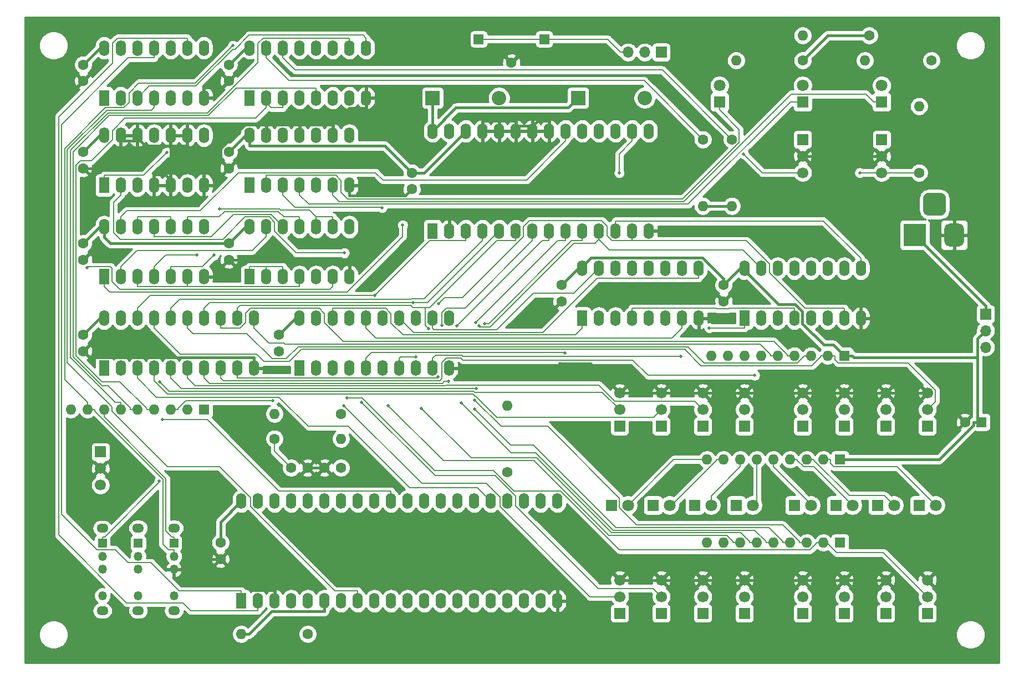
<source format=gtl>
G04 #@! TF.GenerationSoftware,KiCad,Pcbnew,(5.1.9)-1*
G04 #@! TF.CreationDate,2025-11-02T13:22:50+09:00*
G04 #@! TF.ProjectId,ECOM-800,45434f4d-2d38-4303-902e-6b696361645f,rev?*
G04 #@! TF.SameCoordinates,PX53920b0PY93c3260*
G04 #@! TF.FileFunction,Copper,L1,Top*
G04 #@! TF.FilePolarity,Positive*
%FSLAX46Y46*%
G04 Gerber Fmt 4.6, Leading zero omitted, Abs format (unit mm)*
G04 Created by KiCad (PCBNEW (5.1.9)-1) date 2025-11-02 13:22:50*
%MOMM*%
%LPD*%
G01*
G04 APERTURE LIST*
G04 #@! TA.AperFunction,ComponentPad*
%ADD10C,1.600000*%
G04 #@! TD*
G04 #@! TA.AperFunction,ComponentPad*
%ADD11R,1.600000X1.600000*%
G04 #@! TD*
G04 #@! TA.AperFunction,ComponentPad*
%ADD12R,1.800000X1.800000*%
G04 #@! TD*
G04 #@! TA.AperFunction,ComponentPad*
%ADD13C,1.800000*%
G04 #@! TD*
G04 #@! TA.AperFunction,ComponentPad*
%ADD14R,3.500000X3.500000*%
G04 #@! TD*
G04 #@! TA.AperFunction,ComponentPad*
%ADD15O,1.600000X1.600000*%
G04 #@! TD*
G04 #@! TA.AperFunction,ComponentPad*
%ADD16R,1.700000X1.700000*%
G04 #@! TD*
G04 #@! TA.AperFunction,ComponentPad*
%ADD17O,1.700000X1.700000*%
G04 #@! TD*
G04 #@! TA.AperFunction,ComponentPad*
%ADD18C,1.700000*%
G04 #@! TD*
G04 #@! TA.AperFunction,ComponentPad*
%ADD19O,1.600000X2.400000*%
G04 #@! TD*
G04 #@! TA.AperFunction,ComponentPad*
%ADD20R,1.600000X2.400000*%
G04 #@! TD*
G04 #@! TA.AperFunction,ComponentPad*
%ADD21O,1.800000X1.350000*%
G04 #@! TD*
G04 #@! TA.AperFunction,ComponentPad*
%ADD22R,1.350000X1.350000*%
G04 #@! TD*
G04 #@! TA.AperFunction,ComponentPad*
%ADD23O,1.350000X1.350000*%
G04 #@! TD*
G04 #@! TA.AperFunction,ComponentPad*
%ADD24O,2.200000X2.200000*%
G04 #@! TD*
G04 #@! TA.AperFunction,ComponentPad*
%ADD25R,2.200000X2.200000*%
G04 #@! TD*
G04 #@! TA.AperFunction,ComponentPad*
%ADD26R,1.500000X1.500000*%
G04 #@! TD*
G04 #@! TA.AperFunction,ViaPad*
%ADD27C,0.500000*%
G04 #@! TD*
G04 #@! TA.AperFunction,Conductor*
%ADD28C,0.400000*%
G04 #@! TD*
G04 #@! TA.AperFunction,Conductor*
%ADD29C,0.200000*%
G04 #@! TD*
G04 #@! TA.AperFunction,Conductor*
%ADD30C,0.254000*%
G04 #@! TD*
G04 #@! TA.AperFunction,Conductor*
%ADD31C,0.100000*%
G04 #@! TD*
G04 APERTURE END LIST*
D10*
X9525000Y89575000D03*
X9525000Y92075000D03*
X9525000Y78740000D03*
X9525000Y76240000D03*
X31750000Y92075000D03*
X31750000Y89575000D03*
X30480000Y19050000D03*
X30480000Y16550000D03*
X31750000Y76240000D03*
X31750000Y78740000D03*
X9525000Y62270000D03*
X9525000Y64770000D03*
X59690000Y73065000D03*
X59690000Y75565000D03*
X31750000Y64770000D03*
X31750000Y62270000D03*
X82550000Y58420000D03*
X82550000Y55920000D03*
X107315000Y55920000D03*
X107315000Y58420000D03*
X39370000Y48300000D03*
X39370000Y50800000D03*
X9525000Y50800000D03*
X9525000Y48300000D03*
D11*
X146685000Y37465000D03*
D10*
X144185000Y37465000D03*
X48855000Y30480000D03*
X46355000Y30480000D03*
X43775000Y30480000D03*
X41275000Y30480000D03*
D12*
X106680000Y86360000D03*
D13*
X106680000Y88900000D03*
X119380000Y88900000D03*
D12*
X119380000Y86360000D03*
X131445000Y86360000D03*
D13*
X131445000Y88900000D03*
D12*
X90170000Y24765000D03*
D13*
X92710000Y24765000D03*
X99060000Y24765000D03*
D12*
X96520000Y24765000D03*
X102870000Y24765000D03*
D13*
X105410000Y24765000D03*
X111760000Y24765000D03*
D12*
X109220000Y24765000D03*
X118110000Y24765000D03*
D13*
X120650000Y24765000D03*
X127000000Y24765000D03*
D12*
X124460000Y24765000D03*
X130810000Y24765000D03*
D13*
X133350000Y24765000D03*
X139700000Y24765000D03*
D12*
X137160000Y24765000D03*
D14*
X136525000Y66040000D03*
G04 #@! TA.AperFunction,ComponentPad*
G36*
G01*
X144025000Y67040000D02*
X144025000Y65040000D01*
G75*
G02*
X143275000Y64290000I-750000J0D01*
G01*
X141775000Y64290000D01*
G75*
G02*
X141025000Y65040000I0J750000D01*
G01*
X141025000Y67040000D01*
G75*
G02*
X141775000Y67790000I750000J0D01*
G01*
X143275000Y67790000D01*
G75*
G02*
X144025000Y67040000I0J-750000D01*
G01*
G37*
G04 #@! TD.AperFunction*
G04 #@! TA.AperFunction,ComponentPad*
G36*
G01*
X141275000Y71615000D02*
X141275000Y69865000D01*
G75*
G02*
X140400000Y68990000I-875000J0D01*
G01*
X138650000Y68990000D01*
G75*
G02*
X137775000Y69865000I0J875000D01*
G01*
X137775000Y71615000D01*
G75*
G02*
X138650000Y72490000I875000J0D01*
G01*
X140400000Y72490000D01*
G75*
G02*
X141275000Y71615000I0J-875000D01*
G01*
G37*
G04 #@! TD.AperFunction*
D15*
X108585000Y70485000D03*
D10*
X108585000Y80645000D03*
D15*
X137160000Y85725000D03*
D10*
X137160000Y75565000D03*
X104140000Y80645000D03*
D15*
X104140000Y70485000D03*
X33655000Y5080000D03*
D10*
X43815000Y5080000D03*
X74295000Y29845000D03*
D15*
X74295000Y40005000D03*
X38735000Y38735000D03*
D10*
X48895000Y38735000D03*
X38735000Y34925000D03*
D15*
X48895000Y34925000D03*
X109220000Y92710000D03*
D10*
X119380000Y92710000D03*
X129540000Y96520000D03*
D15*
X119380000Y96520000D03*
X128905000Y92710000D03*
D10*
X139065000Y92710000D03*
D16*
X147320000Y53975000D03*
D17*
X147320000Y51435000D03*
X147320000Y48895000D03*
D16*
X12145000Y32915000D03*
D18*
X12145000Y30375000D03*
X12145000Y27835000D03*
D16*
X131445000Y80645000D03*
D18*
X131445000Y78105000D03*
X131445000Y75565000D03*
X119380000Y75565000D03*
X119380000Y78105000D03*
D16*
X119380000Y80645000D03*
D18*
X91440000Y13335000D03*
X91440000Y10795000D03*
D16*
X91440000Y8255000D03*
X97790000Y8255000D03*
D18*
X97790000Y10795000D03*
X97790000Y13335000D03*
D16*
X104140000Y8255000D03*
D18*
X104140000Y10795000D03*
X104140000Y13335000D03*
D16*
X110490000Y8255000D03*
D18*
X110490000Y10795000D03*
X110490000Y13335000D03*
X119380000Y13335000D03*
X119380000Y10795000D03*
D16*
X119380000Y8255000D03*
D18*
X125730000Y13335000D03*
X125730000Y10795000D03*
D16*
X125730000Y8255000D03*
X132080000Y8255000D03*
D18*
X132080000Y10795000D03*
X132080000Y13335000D03*
X138430000Y13335000D03*
X138430000Y10795000D03*
D16*
X138430000Y8255000D03*
X91440000Y36830000D03*
D18*
X91440000Y39370000D03*
X91440000Y41910000D03*
X97790000Y41910000D03*
X97790000Y39370000D03*
D16*
X97790000Y36830000D03*
D18*
X104140000Y41910000D03*
X104140000Y39370000D03*
D16*
X104140000Y36830000D03*
X110490000Y36830000D03*
D18*
X110490000Y39370000D03*
X110490000Y41910000D03*
X119380000Y41910000D03*
X119380000Y39370000D03*
D16*
X119380000Y36830000D03*
X125730000Y36830000D03*
D18*
X125730000Y39370000D03*
X125730000Y41910000D03*
X132080000Y41910000D03*
X132080000Y39370000D03*
D16*
X132080000Y36830000D03*
X138430000Y36830000D03*
D18*
X138430000Y39370000D03*
X138430000Y41910000D03*
D19*
X12700000Y94615000D03*
X27940000Y86995000D03*
X15240000Y94615000D03*
X25400000Y86995000D03*
X17780000Y94615000D03*
X22860000Y86995000D03*
X20320000Y94615000D03*
X20320000Y86995000D03*
X22860000Y94615000D03*
X17780000Y86995000D03*
X25400000Y94615000D03*
X15240000Y86995000D03*
X27940000Y94615000D03*
D20*
X12700000Y86995000D03*
X12700000Y73660000D03*
D19*
X27940000Y81280000D03*
X15240000Y73660000D03*
X25400000Y81280000D03*
X17780000Y73660000D03*
X22860000Y81280000D03*
X20320000Y73660000D03*
X20320000Y81280000D03*
X22860000Y73660000D03*
X17780000Y81280000D03*
X25400000Y73660000D03*
X15240000Y81280000D03*
X27940000Y73660000D03*
X12700000Y81280000D03*
D20*
X34925000Y86995000D03*
D19*
X52705000Y94615000D03*
X37465000Y86995000D03*
X50165000Y94615000D03*
X40005000Y86995000D03*
X47625000Y94615000D03*
X42545000Y86995000D03*
X45085000Y94615000D03*
X45085000Y86995000D03*
X42545000Y94615000D03*
X47625000Y86995000D03*
X40005000Y94615000D03*
X50165000Y86995000D03*
X37465000Y94615000D03*
X52705000Y86995000D03*
X34925000Y94615000D03*
D20*
X33655000Y10160000D03*
D19*
X81915000Y25400000D03*
X36195000Y10160000D03*
X79375000Y25400000D03*
X38735000Y10160000D03*
X76835000Y25400000D03*
X41275000Y10160000D03*
X74295000Y25400000D03*
X43815000Y10160000D03*
X71755000Y25400000D03*
X46355000Y10160000D03*
X69215000Y25400000D03*
X48895000Y10160000D03*
X66675000Y25400000D03*
X51435000Y10160000D03*
X64135000Y25400000D03*
X53975000Y10160000D03*
X61595000Y25400000D03*
X56515000Y10160000D03*
X59055000Y25400000D03*
X59055000Y10160000D03*
X56515000Y25400000D03*
X61595000Y10160000D03*
X53975000Y25400000D03*
X64135000Y10160000D03*
X51435000Y25400000D03*
X66675000Y10160000D03*
X48895000Y25400000D03*
X69215000Y10160000D03*
X46355000Y25400000D03*
X71755000Y10160000D03*
X43815000Y25400000D03*
X74295000Y10160000D03*
X41275000Y25400000D03*
X76835000Y10160000D03*
X38735000Y25400000D03*
X79375000Y10160000D03*
X36195000Y25400000D03*
X81915000Y10160000D03*
X33655000Y25400000D03*
D20*
X34925000Y73660000D03*
D19*
X50165000Y81280000D03*
X37465000Y73660000D03*
X47625000Y81280000D03*
X40005000Y73660000D03*
X45085000Y81280000D03*
X42545000Y73660000D03*
X42545000Y81280000D03*
X45085000Y73660000D03*
X40005000Y81280000D03*
X47625000Y73660000D03*
X37465000Y81280000D03*
X50165000Y73660000D03*
X34925000Y81280000D03*
D20*
X12700000Y59690000D03*
D19*
X27940000Y67310000D03*
X15240000Y59690000D03*
X25400000Y67310000D03*
X17780000Y59690000D03*
X22860000Y67310000D03*
X20320000Y59690000D03*
X20320000Y67310000D03*
X22860000Y59690000D03*
X17780000Y67310000D03*
X25400000Y59690000D03*
X15240000Y67310000D03*
X27940000Y59690000D03*
X12700000Y67310000D03*
X34925000Y67310000D03*
X50165000Y59690000D03*
X37465000Y67310000D03*
X47625000Y59690000D03*
X40005000Y67310000D03*
X45085000Y59690000D03*
X42545000Y67310000D03*
X42545000Y59690000D03*
X45085000Y67310000D03*
X40005000Y59690000D03*
X47625000Y67310000D03*
X37465000Y59690000D03*
X50165000Y67310000D03*
D20*
X34925000Y59690000D03*
X85725000Y53340000D03*
D19*
X103505000Y60960000D03*
X88265000Y53340000D03*
X100965000Y60960000D03*
X90805000Y53340000D03*
X98425000Y60960000D03*
X93345000Y53340000D03*
X95885000Y60960000D03*
X95885000Y53340000D03*
X93345000Y60960000D03*
X98425000Y53340000D03*
X90805000Y60960000D03*
X100965000Y53340000D03*
X88265000Y60960000D03*
X103505000Y53340000D03*
X85725000Y60960000D03*
X110490000Y60960000D03*
X128270000Y53340000D03*
X113030000Y60960000D03*
X125730000Y53340000D03*
X115570000Y60960000D03*
X123190000Y53340000D03*
X118110000Y60960000D03*
X120650000Y53340000D03*
X120650000Y60960000D03*
X118110000Y53340000D03*
X123190000Y60960000D03*
X115570000Y53340000D03*
X125730000Y60960000D03*
X113030000Y53340000D03*
X128270000Y60960000D03*
D20*
X110490000Y53340000D03*
D19*
X42545000Y53340000D03*
X65405000Y45720000D03*
X45085000Y53340000D03*
X62865000Y45720000D03*
X47625000Y53340000D03*
X60325000Y45720000D03*
X50165000Y53340000D03*
X57785000Y45720000D03*
X52705000Y53340000D03*
X55245000Y45720000D03*
X55245000Y53340000D03*
X52705000Y45720000D03*
X57785000Y53340000D03*
X50165000Y45720000D03*
X60325000Y53340000D03*
X47625000Y45720000D03*
X62865000Y53340000D03*
X45085000Y45720000D03*
X65405000Y53340000D03*
D20*
X42545000Y45720000D03*
X12700000Y45720000D03*
D19*
X35560000Y53340000D03*
X15240000Y45720000D03*
X33020000Y53340000D03*
X17780000Y45720000D03*
X30480000Y53340000D03*
X20320000Y45720000D03*
X27940000Y53340000D03*
X22860000Y45720000D03*
X25400000Y53340000D03*
X25400000Y45720000D03*
X22860000Y53340000D03*
X27940000Y45720000D03*
X20320000Y53340000D03*
X30480000Y45720000D03*
X17780000Y53340000D03*
X33020000Y45720000D03*
X15240000Y53340000D03*
X35560000Y45720000D03*
X12700000Y53340000D03*
D11*
X125095000Y31750000D03*
D15*
X122555000Y31750000D03*
X120015000Y31750000D03*
X117475000Y31750000D03*
X114935000Y31750000D03*
X112395000Y31750000D03*
X109855000Y31750000D03*
X107315000Y31750000D03*
X104775000Y31750000D03*
D11*
X125730000Y47625000D03*
D15*
X123190000Y47625000D03*
X120650000Y47625000D03*
X118110000Y47625000D03*
X115570000Y47625000D03*
X113030000Y47625000D03*
X110490000Y47625000D03*
X107950000Y47625000D03*
X105410000Y47625000D03*
X104775000Y19050000D03*
X107315000Y19050000D03*
X109855000Y19050000D03*
X112395000Y19050000D03*
X114935000Y19050000D03*
X117475000Y19050000D03*
X120015000Y19050000D03*
X122555000Y19050000D03*
D11*
X125095000Y19050000D03*
X27940000Y39370000D03*
D15*
X25400000Y39370000D03*
X22860000Y39370000D03*
X20320000Y39370000D03*
X17780000Y39370000D03*
X15240000Y39370000D03*
X12700000Y39370000D03*
X10160000Y39370000D03*
X7620000Y39370000D03*
D20*
X62865000Y66675000D03*
D19*
X95885000Y81915000D03*
X65405000Y66675000D03*
X93345000Y81915000D03*
X67945000Y66675000D03*
X90805000Y81915000D03*
X70485000Y66675000D03*
X88265000Y81915000D03*
X73025000Y66675000D03*
X85725000Y81915000D03*
X75565000Y66675000D03*
X83185000Y81915000D03*
X78105000Y66675000D03*
X80645000Y81915000D03*
X80645000Y66675000D03*
X78105000Y81915000D03*
X83185000Y66675000D03*
X75565000Y81915000D03*
X85725000Y66675000D03*
X73025000Y81915000D03*
X88265000Y66675000D03*
X70485000Y81915000D03*
X90805000Y66675000D03*
X67945000Y81915000D03*
X93345000Y66675000D03*
X65405000Y81915000D03*
X95885000Y66675000D03*
X62865000Y81915000D03*
D21*
X12446000Y21255000D03*
D22*
X12446000Y18955000D03*
D23*
X12446000Y16955000D03*
X12446000Y14955000D03*
X12446000Y10955000D03*
D21*
X12446000Y8655000D03*
X17907000Y8670000D03*
D23*
X17907000Y10970000D03*
X17907000Y14970000D03*
X17907000Y16970000D03*
D22*
X17907000Y18970000D03*
D21*
X17907000Y21270000D03*
X23368000Y21270000D03*
D22*
X23368000Y18970000D03*
D23*
X23368000Y16970000D03*
X23368000Y14970000D03*
X23368000Y10970000D03*
D21*
X23368000Y8670000D03*
D24*
X95250000Y86995000D03*
D25*
X85090000Y86995000D03*
X62865000Y86995000D03*
D24*
X73025000Y86995000D03*
D16*
X97790000Y93980000D03*
D17*
X95250000Y93980000D03*
X92710000Y93980000D03*
D10*
X74910000Y92365000D03*
D26*
X79910000Y95965000D03*
X69910000Y95965000D03*
D27*
X82361900Y46377900D03*
X128099700Y75565000D03*
X110377700Y78433800D03*
X10082300Y61048400D03*
X22258100Y78664400D03*
X29510000Y62957800D03*
X30317200Y70043300D03*
X55162900Y70193800D03*
X58309900Y67569400D03*
X26877700Y63002200D03*
X112061500Y44588700D03*
X21227200Y43629200D03*
X49309700Y39995000D03*
X51996900Y40515800D03*
X56113000Y39938500D03*
X61185900Y39567200D03*
X67237500Y40389900D03*
X69259200Y39446200D03*
X69247900Y40857900D03*
X49787700Y41166900D03*
X38477300Y40731000D03*
X32368100Y95000000D03*
X21138900Y28426500D03*
X49405300Y63299000D03*
X70821600Y52533700D03*
X69417500Y52639800D03*
X69542800Y42582300D03*
X65298300Y43687500D03*
X66567700Y52133400D03*
X64304600Y52241200D03*
X63711100Y44333600D03*
X62249100Y51763600D03*
X59864100Y55750800D03*
X21590000Y37860900D03*
X91368800Y75529200D03*
X54011700Y56790800D03*
X100760800Y47464200D03*
X105136300Y51839700D03*
X60299700Y47453700D03*
X63812100Y55517500D03*
X83090100Y48014600D03*
X69930800Y52153700D03*
D28*
X85407500Y60960000D02*
X87028900Y62581400D01*
X87028900Y62581400D02*
X104069000Y62581400D01*
X104069000Y62581400D02*
X107315000Y59335400D01*
X107315000Y59335400D02*
X107315000Y58420000D01*
X85407500Y60960000D02*
X85725000Y60960000D01*
X82550000Y58420000D02*
X85090000Y60960000D01*
X85090000Y60960000D02*
X85407500Y60960000D01*
X34925000Y81280000D02*
X34925000Y79679700D01*
X59690000Y75565000D02*
X55575300Y79679700D01*
X55575300Y79679700D02*
X34925000Y79679700D01*
X59690000Y75565000D02*
X61595000Y75565000D01*
X61595000Y75565000D02*
X67945000Y81915000D01*
X12700000Y65709700D02*
X13639700Y64770000D01*
X13639700Y64770000D02*
X31750000Y64770000D01*
X107315000Y58420000D02*
X109855000Y60960000D01*
X109855000Y60960000D02*
X110172500Y60960000D01*
X110172500Y60960000D02*
X115663600Y55468900D01*
X115663600Y55468900D02*
X118196300Y55468900D01*
X118196300Y55468900D02*
X119310400Y54354800D01*
X119310400Y54354800D02*
X119310400Y52540800D01*
X119310400Y52540800D02*
X122594400Y49256800D01*
X122594400Y49256800D02*
X124098200Y49256800D01*
X124098200Y49256800D02*
X125730000Y47625000D01*
X110172500Y60960000D02*
X110490000Y60960000D01*
X33655000Y5080000D02*
X34855300Y5080000D01*
X46355000Y10160000D02*
X46355000Y8559700D01*
X34855300Y5080000D02*
X38335000Y8559700D01*
X38335000Y8559700D02*
X46355000Y8559700D01*
X12700000Y67310000D02*
X12700000Y65709700D01*
X31750000Y64770000D02*
X34290000Y67310000D01*
X34290000Y67310000D02*
X34925000Y67310000D01*
X31750000Y78740000D02*
X34290000Y81280000D01*
X34290000Y81280000D02*
X34925000Y81280000D01*
X125730000Y47625000D02*
X126930300Y47625000D01*
X146070000Y47342500D02*
X127212800Y47342500D01*
X127212800Y47342500D02*
X126930300Y47625000D01*
X146070000Y47342500D02*
X146070000Y38080000D01*
X146070000Y38080000D02*
X146685000Y37465000D01*
X147320000Y51435000D02*
X146070000Y50185000D01*
X146070000Y50185000D02*
X146070000Y47342500D01*
X119380000Y92710000D02*
X123190000Y96520000D01*
X123190000Y96520000D02*
X129540000Y96520000D01*
X104140000Y70485000D02*
X108585000Y70485000D01*
X146685000Y37465000D02*
X145484700Y37465000D01*
X125095000Y31750000D02*
X140219800Y31750000D01*
X140219800Y31750000D02*
X145484700Y37014900D01*
X145484700Y37014900D02*
X145484700Y37465000D01*
X30480000Y19050000D02*
X30480000Y22225000D01*
X30480000Y22225000D02*
X33655000Y25400000D01*
X39370000Y50800000D02*
X41910000Y53340000D01*
X41910000Y53340000D02*
X42545000Y53340000D01*
X9525000Y50800000D02*
X12065000Y53340000D01*
X12065000Y53340000D02*
X12700000Y53340000D01*
X9525000Y64770000D02*
X12065000Y67310000D01*
X12065000Y67310000D02*
X12700000Y67310000D01*
X9525000Y78740000D02*
X12065000Y81280000D01*
X12065000Y81280000D02*
X12700000Y81280000D01*
X31750000Y92075000D02*
X34290000Y94615000D01*
X34290000Y94615000D02*
X34925000Y94615000D01*
X9525000Y92075000D02*
X12065000Y94615000D01*
X12065000Y94615000D02*
X12700000Y94615000D01*
X27940000Y86995000D02*
X27940000Y88595300D01*
X27940000Y88595300D02*
X30770300Y88595300D01*
X30770300Y88595300D02*
X31750000Y89575000D01*
X27940000Y77139700D02*
X27940000Y75260300D01*
X25400000Y79679700D02*
X27940000Y77139700D01*
X27940000Y77139700D02*
X30234100Y77139700D01*
X30234100Y77139700D02*
X30542200Y77447800D01*
X30542200Y77447800D02*
X31750000Y76240000D01*
X37465000Y82625900D02*
X37177800Y82913100D01*
X37177800Y82913100D02*
X34222300Y82913100D01*
X34222300Y82913100D02*
X30542200Y79233000D01*
X30542200Y79233000D02*
X30542200Y77447800D01*
X37465000Y82625900D02*
X37719400Y82880300D01*
X37719400Y82880300D02*
X42545000Y82880300D01*
X37465000Y81280000D02*
X37465000Y82625900D01*
X47625000Y82880300D02*
X42545000Y82880300D01*
X52705000Y85394700D02*
X50139400Y85394700D01*
X50139400Y85394700D02*
X47625000Y82880300D01*
X42545000Y81280000D02*
X42545000Y82880300D01*
X35560000Y45720000D02*
X35560000Y47320300D01*
X9525000Y48300000D02*
X10504700Y47320300D01*
X10504700Y47320300D02*
X35560000Y47320300D01*
X52705000Y86995000D02*
X52705000Y85394700D01*
X47625000Y81280000D02*
X47625000Y82880300D01*
X22059900Y75260300D02*
X22914500Y76114900D01*
X22914500Y76114900D02*
X22914500Y79679700D01*
X31750000Y62270000D02*
X49185300Y62270000D01*
X49185300Y62270000D02*
X50165000Y61290300D01*
X22914500Y79679700D02*
X22860000Y79679700D01*
X25400000Y79679700D02*
X22914500Y79679700D01*
X22059900Y75260300D02*
X20320000Y75260300D01*
X22860000Y74460200D02*
X22059900Y75260300D01*
X27940000Y73660000D02*
X27940000Y75260300D01*
X17780000Y80880000D02*
X18980300Y79679700D01*
X18980300Y79679700D02*
X22860000Y79679700D01*
X17780000Y80880000D02*
X17780000Y80479900D01*
X17780000Y81280000D02*
X17780000Y80880000D01*
X22860000Y81280000D02*
X22860000Y79679700D01*
X50165000Y59690000D02*
X50165000Y61290300D01*
X82361900Y46377900D02*
X86972100Y46377900D01*
X86972100Y46377900D02*
X91440000Y41910000D01*
X65405000Y45720000D02*
X81704000Y45720000D01*
X81704000Y45720000D02*
X82361900Y46377900D01*
X25400000Y81280000D02*
X25400000Y79679700D01*
X20320000Y73660000D02*
X20320000Y75260300D01*
X22860000Y73660000D02*
X22860000Y74460200D01*
X59690000Y73065000D02*
X58684700Y72059700D01*
X58684700Y72059700D02*
X50165000Y72059700D01*
X110490000Y41910000D02*
X119380000Y41910000D01*
X104140000Y41910000D02*
X110490000Y41910000D01*
X23368000Y14970000D02*
X24443300Y14970000D01*
X24443300Y14970000D02*
X26023300Y16550000D01*
X26023300Y16550000D02*
X30480000Y16550000D01*
X38735000Y10160000D02*
X38735000Y11760300D01*
X38735000Y11760300D02*
X35269700Y11760300D01*
X35269700Y11760300D02*
X30480000Y16550000D01*
X43775000Y30480000D02*
X46355000Y30480000D01*
X15240000Y80479900D02*
X15240000Y79679700D01*
X15240000Y81280000D02*
X15240000Y80479900D01*
X15240000Y80479900D02*
X17780000Y80479900D01*
X9525000Y76240000D02*
X11800300Y76240000D01*
X11800300Y76240000D02*
X15240000Y79679700D01*
X75565000Y82715200D02*
X75565000Y83515300D01*
X75565000Y81915000D02*
X75565000Y82715200D01*
X75565000Y82715200D02*
X78105000Y82715200D01*
X75565000Y83515300D02*
X73025000Y83515300D01*
X104140000Y13335000D02*
X97790000Y13335000D01*
X110490000Y13335000D02*
X104140000Y13335000D01*
X119380000Y13335000D02*
X110490000Y13335000D01*
X125730000Y13335000D02*
X119380000Y13335000D01*
X125730000Y41910000D02*
X132080000Y41910000D01*
X119380000Y41910000D02*
X125730000Y41910000D01*
X97790000Y41910000D02*
X91440000Y41910000D01*
X104140000Y41910000D02*
X97790000Y41910000D01*
X119380000Y78105000D02*
X131445000Y78105000D01*
X91440000Y13335000D02*
X97790000Y13335000D01*
X125730000Y13335000D02*
X132080000Y13335000D01*
X132080000Y41910000D02*
X138430000Y41910000D01*
X50165000Y73660000D02*
X50165000Y72059700D01*
X80645000Y81915000D02*
X80645000Y83515300D01*
X78105000Y82715200D02*
X78905100Y83515300D01*
X78905100Y83515300D02*
X80645000Y83515300D01*
X78105000Y81915000D02*
X78105000Y82715200D01*
X73025000Y81915000D02*
X73025000Y83515300D01*
X70485000Y81915000D02*
X70485000Y83515300D01*
X70485000Y83515300D02*
X73025000Y83515300D01*
D29*
X20320000Y67310000D02*
X20320000Y65809700D01*
X20320000Y65809700D02*
X29053100Y65809700D01*
X29053100Y65809700D02*
X32454000Y69210600D01*
X32454000Y69210600D02*
X38208200Y69210600D01*
X38208200Y69210600D02*
X40005000Y67413800D01*
X40005000Y67413800D02*
X40005000Y67310000D01*
X34925000Y61190300D02*
X37465000Y61190300D01*
X37465000Y61190300D02*
X40005000Y61190300D01*
X40005000Y59690000D02*
X40005000Y61190300D01*
X34925000Y59690000D02*
X34925000Y61190300D01*
X37465000Y59690000D02*
X37465000Y61190300D01*
X106680000Y86360000D02*
X106680000Y85159700D01*
X37465000Y73660000D02*
X37465000Y75160300D01*
X37465000Y75160300D02*
X48110100Y75160300D01*
X48110100Y75160300D02*
X48895000Y74375400D01*
X48895000Y74375400D02*
X48895000Y72535800D01*
X48895000Y72535800D02*
X49872800Y71558000D01*
X49872800Y71558000D02*
X101055500Y71558000D01*
X101055500Y71558000D02*
X109695900Y80198400D01*
X109695900Y80198400D02*
X109695900Y82143800D01*
X109695900Y82143800D02*
X106680000Y85159700D01*
X119380000Y86360000D02*
X117525700Y86360000D01*
X117525700Y86360000D02*
X101912700Y70747000D01*
X101912700Y70747000D02*
X43957700Y70747000D01*
X43957700Y70747000D02*
X42545000Y72159700D01*
X42545000Y73660000D02*
X42545000Y72159700D01*
X131445000Y86360000D02*
X130244700Y86360000D01*
X47625000Y73660000D02*
X47625000Y72159700D01*
X47625000Y72159700D02*
X48637300Y71147400D01*
X48637300Y71147400D02*
X101211100Y71147400D01*
X101211100Y71147400D02*
X117624000Y87560300D01*
X117624000Y87560300D02*
X129044400Y87560300D01*
X129044400Y87560300D02*
X130244700Y86360000D01*
X104775000Y31750000D02*
X99695000Y31750000D01*
X99695000Y31750000D02*
X92710000Y24765000D01*
X107315000Y31750000D02*
X106214700Y31750000D01*
X106214700Y31750000D02*
X106214700Y31612500D01*
X106214700Y31612500D02*
X99367200Y24765000D01*
X99367200Y24765000D02*
X99060000Y24765000D01*
X109855000Y31750000D02*
X109855000Y30649700D01*
X109855000Y30649700D02*
X105410000Y26204700D01*
X105410000Y26204700D02*
X105410000Y24765000D01*
X112395000Y31750000D02*
X112395000Y25400000D01*
X112395000Y25400000D02*
X111760000Y24765000D01*
X114935000Y31750000D02*
X114935000Y30649700D01*
X114935000Y30649700D02*
X120650000Y24934700D01*
X120650000Y24934700D02*
X120650000Y24765000D01*
D28*
X147320000Y53975000D02*
X147320000Y55245000D01*
X147320000Y55245000D02*
X136525000Y66040000D01*
D29*
X108585000Y80645000D02*
X97965400Y91264600D01*
X97965400Y91264600D02*
X41855100Y91264600D01*
X41855100Y91264600D02*
X40005000Y93114700D01*
X40005000Y94615000D02*
X40005000Y93114700D01*
X131445000Y75565000D02*
X128099700Y75565000D01*
X137160000Y75565000D02*
X131445000Y75565000D01*
X41275000Y30480000D02*
X38735000Y33020000D01*
X38735000Y33020000D02*
X38735000Y34925000D01*
X117475000Y31750000D02*
X118575300Y31750000D01*
X118575300Y31750000D02*
X118575300Y31612300D01*
X118575300Y31612300D02*
X119537900Y30649700D01*
X119537900Y30649700D02*
X121115300Y30649700D01*
X121115300Y30649700D02*
X127000000Y24765000D01*
X120015000Y31750000D02*
X121115300Y31750000D01*
X121115300Y31750000D02*
X121115300Y31616500D01*
X121115300Y31616500D02*
X126487000Y26244800D01*
X126487000Y26244800D02*
X131870200Y26244800D01*
X131870200Y26244800D02*
X133350000Y24765000D01*
X122555000Y31750000D02*
X123655300Y31750000D01*
X123655300Y31750000D02*
X123655300Y31148300D01*
X123655300Y31148300D02*
X124153900Y30649700D01*
X124153900Y30649700D02*
X133815300Y30649700D01*
X133815300Y30649700D02*
X139700000Y24765000D01*
X37465000Y94615000D02*
X37465000Y93114700D01*
X37465000Y93114700D02*
X40949900Y89629800D01*
X40949900Y89629800D02*
X95155200Y89629800D01*
X95155200Y89629800D02*
X104140000Y80645000D01*
X110377700Y78433800D02*
X113246500Y75565000D01*
X113246500Y75565000D02*
X119380000Y75565000D01*
X47625000Y58189700D02*
X47218400Y57783100D01*
X47218400Y57783100D02*
X15102900Y57783100D01*
X15102900Y57783100D02*
X13913600Y58972400D01*
X13913600Y58972400D02*
X13913600Y60968800D01*
X13913600Y60968800D02*
X13692000Y61190400D01*
X13692000Y61190400D02*
X10224300Y61190400D01*
X10224300Y61190400D02*
X10082300Y61048400D01*
X47625000Y59690000D02*
X47625000Y58189700D01*
X12700000Y75160300D02*
X18754000Y75160300D01*
X18754000Y75160300D02*
X22258100Y78664400D01*
X12700000Y73660000D02*
X12700000Y75160300D01*
X93345000Y53340000D02*
X93345000Y54840300D01*
X118110000Y53340000D02*
X118110000Y54840300D01*
X118110000Y54840300D02*
X108083300Y54840300D01*
X108083300Y54840300D02*
X108024900Y54781900D01*
X108024900Y54781900D02*
X106273100Y54781900D01*
X106273100Y54781900D02*
X106214700Y54840300D01*
X106214700Y54840300D02*
X93345000Y54840300D01*
X20320000Y94615000D02*
X20320000Y93114700D01*
X33655000Y10160000D02*
X33655000Y11660300D01*
X33655000Y11660300D02*
X24186200Y11660300D01*
X24186200Y11660300D02*
X19876500Y15970000D01*
X19876500Y15970000D02*
X16395500Y15970000D01*
X16395500Y15970000D02*
X14386000Y17979500D01*
X14386000Y17979500D02*
X11597800Y17979500D01*
X11597800Y17979500D02*
X6202300Y23375000D01*
X6202300Y23375000D02*
X6202300Y82923600D01*
X6202300Y82923600D02*
X16393400Y93114700D01*
X16393400Y93114700D02*
X20320000Y93114700D01*
X51435000Y11660300D02*
X47935400Y11660300D01*
X47935400Y11660300D02*
X35077400Y24518300D01*
X35077400Y24518300D02*
X35077400Y25939700D01*
X35077400Y25939700D02*
X30339100Y30678000D01*
X30339100Y30678000D02*
X22352900Y30678000D01*
X22352900Y30678000D02*
X13897200Y39133700D01*
X13897200Y39133700D02*
X13897200Y39780600D01*
X13897200Y39780600D02*
X7084200Y46593600D01*
X7084200Y46593600D02*
X7084200Y79062600D01*
X7084200Y79062600D02*
X13116000Y85094400D01*
X13116000Y85094400D02*
X19919700Y85094400D01*
X19919700Y85094400D02*
X20320000Y85494700D01*
X20320000Y86995000D02*
X20320000Y85494700D01*
X51435000Y10160000D02*
X51435000Y11660300D01*
X25400000Y58239800D02*
X25349900Y58189700D01*
X25349900Y58189700D02*
X17780000Y58189700D01*
X17780000Y59690000D02*
X17780000Y58189700D01*
X25400000Y58239800D02*
X25450100Y58189700D01*
X25450100Y58189700D02*
X42545000Y58189700D01*
X25400000Y58289800D02*
X25400000Y58239800D01*
X42545000Y59690000D02*
X42545000Y58189700D01*
X25400000Y59690000D02*
X25400000Y58289800D01*
X52705000Y94615000D02*
X52705000Y96115300D01*
X52705000Y96115300D02*
X52251200Y96569100D01*
X52251200Y96569100D02*
X34836500Y96569100D01*
X34836500Y96569100D02*
X32717000Y94449600D01*
X32717000Y94449600D02*
X32384000Y94449600D01*
X32384000Y94449600D02*
X26732100Y88797700D01*
X26732100Y88797700D02*
X19582700Y88797700D01*
X19582700Y88797700D02*
X17780000Y86995000D01*
X25400000Y96115300D02*
X14774400Y96115300D01*
X14774400Y96115300D02*
X13970000Y95310900D01*
X13970000Y95310900D02*
X13970000Y92277000D01*
X13970000Y92277000D02*
X5800000Y84107000D01*
X5800000Y84107000D02*
X5800000Y20214000D01*
X5800000Y20214000D02*
X16150800Y9863200D01*
X16150800Y9863200D02*
X24733800Y9863200D01*
X24733800Y9863200D02*
X25937300Y8659700D01*
X25937300Y8659700D02*
X36195000Y8659700D01*
X25400000Y94615000D02*
X25400000Y96115300D01*
X36195000Y10160000D02*
X36195000Y8659700D01*
X30317200Y70043300D02*
X39483300Y70043300D01*
X39483300Y70043300D02*
X39652500Y69874100D01*
X39652500Y69874100D02*
X44021200Y69874100D01*
X44021200Y69874100D02*
X45085000Y68810300D01*
X22860000Y59690000D02*
X22860000Y61190300D01*
X22860000Y61190300D02*
X27742500Y61190300D01*
X27742500Y61190300D02*
X29510000Y62957800D01*
X45085000Y67310000D02*
X45085000Y68810300D01*
X47625000Y67310000D02*
X47625000Y68810300D01*
X47625000Y68810300D02*
X45085000Y68810300D01*
X15240000Y59690000D02*
X15240000Y61190300D01*
X37465000Y67310000D02*
X37465000Y65809700D01*
X37465000Y65809700D02*
X35304000Y63648700D01*
X35304000Y63648700D02*
X17698400Y63648700D01*
X17698400Y63648700D02*
X15240000Y61190300D01*
X55162900Y70193800D02*
X55082200Y70274500D01*
X55082200Y70274500D02*
X41890200Y70274500D01*
X41890200Y70274500D02*
X40005000Y72159700D01*
X40005000Y73660000D02*
X40005000Y72159700D01*
X42545000Y68810300D02*
X40150200Y68810300D01*
X40150200Y68810300D02*
X39338000Y69622500D01*
X39338000Y69622500D02*
X31086100Y69622500D01*
X31086100Y69622500D02*
X30273900Y68810300D01*
X30273900Y68810300D02*
X25400000Y68810300D01*
X25400000Y67310000D02*
X25400000Y68810300D01*
X42545000Y67310000D02*
X42545000Y68810300D01*
X12700000Y59690000D02*
X12700000Y58189700D01*
X58309900Y67569400D02*
X58309900Y65829900D01*
X58309900Y65829900D02*
X49818200Y57338200D01*
X49818200Y57338200D02*
X13551500Y57338200D01*
X13551500Y57338200D02*
X12700000Y58189700D01*
X20320000Y59690000D02*
X20320000Y61190300D01*
X20320000Y61190300D02*
X22131900Y63002200D01*
X22131900Y63002200D02*
X26877700Y63002200D01*
X22860000Y67310000D02*
X22860000Y68810300D01*
X17780000Y67310000D02*
X17780000Y68810300D01*
X17780000Y68810300D02*
X22860000Y68810300D01*
X15240000Y67310000D02*
X15240000Y68810300D01*
X83185000Y81915000D02*
X83185000Y80414700D01*
X83185000Y80414700D02*
X77216700Y74446400D01*
X77216700Y74446400D02*
X55293700Y74446400D01*
X55293700Y74446400D02*
X54169800Y75570300D01*
X54169800Y75570300D02*
X33177500Y75570300D01*
X33177500Y75570300D02*
X27358300Y69751100D01*
X27358300Y69751100D02*
X16180800Y69751100D01*
X16180800Y69751100D02*
X15240000Y68810300D01*
X20320000Y51839700D02*
X24321400Y47838300D01*
X24321400Y47838300D02*
X36003800Y47838300D01*
X36003800Y47838300D02*
X37093400Y46748700D01*
X37093400Y46748700D02*
X41024500Y46748700D01*
X41024500Y46748700D02*
X42840700Y48564900D01*
X42840700Y48564900D02*
X101352000Y48564900D01*
X101352000Y48564900D02*
X103828300Y46088600D01*
X103828300Y46088600D02*
X120781400Y46088600D01*
X120781400Y46088600D02*
X122089700Y47396900D01*
X122089700Y47396900D02*
X122089700Y47625000D01*
X123190000Y47625000D02*
X122089700Y47625000D01*
X20320000Y53340000D02*
X20320000Y51839700D01*
X123190000Y47625000D02*
X124290300Y47625000D01*
X124290300Y47625000D02*
X124290300Y47023300D01*
X124290300Y47023300D02*
X124788900Y46524700D01*
X124788900Y46524700D02*
X135466500Y46524700D01*
X135466500Y46524700D02*
X139645900Y42345300D01*
X139645900Y42345300D02*
X139645900Y40585900D01*
X139645900Y40585900D02*
X138430000Y39370000D01*
X25400000Y51839700D02*
X26248900Y50990800D01*
X26248900Y50990800D02*
X34526200Y50990800D01*
X34526200Y50990800D02*
X38367900Y47149100D01*
X38367900Y47149100D02*
X40517300Y47149100D01*
X40517300Y47149100D02*
X42333500Y48965300D01*
X42333500Y48965300D02*
X101880500Y48965300D01*
X101880500Y48965300D02*
X104356700Y46489100D01*
X104356700Y46489100D02*
X118551300Y46489100D01*
X118551300Y46489100D02*
X119549700Y47487500D01*
X119549700Y47487500D02*
X119549700Y47625000D01*
X25400000Y53340000D02*
X25400000Y51839700D01*
X120650000Y47625000D02*
X119549700Y47625000D01*
X30480000Y51839700D02*
X33476400Y51839700D01*
X33476400Y51839700D02*
X34290000Y52653300D01*
X34290000Y52653300D02*
X34290000Y54068900D01*
X34290000Y54068900D02*
X35061400Y54840300D01*
X35061400Y54840300D02*
X45569300Y54840300D01*
X45569300Y54840300D02*
X46355000Y54054600D01*
X46355000Y54054600D02*
X46355000Y52630000D01*
X46355000Y52630000D02*
X49203400Y49781600D01*
X49203400Y49781600D02*
X114990600Y49781600D01*
X114990600Y49781600D02*
X117009700Y47762500D01*
X117009700Y47762500D02*
X117009700Y47625000D01*
X30480000Y53340000D02*
X30480000Y51839700D01*
X118110000Y47625000D02*
X117009700Y47625000D01*
X35560000Y53340000D02*
X35560000Y51839700D01*
X115570000Y47625000D02*
X114469700Y47625000D01*
X114469700Y47625000D02*
X114469700Y47762500D01*
X114469700Y47762500D02*
X112866500Y49365700D01*
X112866500Y49365700D02*
X40329000Y49365700D01*
X40329000Y49365700D02*
X40144700Y49550000D01*
X40144700Y49550000D02*
X37849700Y49550000D01*
X37849700Y49550000D02*
X35560000Y51839700D01*
X30480000Y44219700D02*
X30916500Y43783200D01*
X30916500Y43783200D02*
X63964200Y43783200D01*
X63964200Y43783200D02*
X64261600Y44080600D01*
X64261600Y44080600D02*
X64261600Y46543700D01*
X64261600Y46543700D02*
X64995700Y47277800D01*
X64995700Y47277800D02*
X67153900Y47277800D01*
X67153900Y47277800D02*
X67503400Y46928300D01*
X67503400Y46928300D02*
X93442800Y46928300D01*
X93442800Y46928300D02*
X95782400Y44588700D01*
X95782400Y44588700D02*
X112061500Y44588700D01*
X30480000Y45720000D02*
X30480000Y44219700D01*
X25400000Y44219700D02*
X26637100Y42982600D01*
X26637100Y42982600D02*
X64824600Y42982600D01*
X64824600Y42982600D02*
X64979200Y43137200D01*
X64979200Y43137200D02*
X88239100Y43137200D01*
X88239100Y43137200D02*
X90736300Y40640000D01*
X90736300Y40640000D02*
X102870000Y40640000D01*
X102870000Y40640000D02*
X104140000Y39370000D01*
X25400000Y45720000D02*
X25400000Y44219700D01*
X97790000Y39370000D02*
X96633700Y38213700D01*
X96633700Y38213700D02*
X72670400Y38213700D01*
X72670400Y38213700D02*
X69475900Y41408200D01*
X69475900Y41408200D02*
X69372600Y41408200D01*
X69372600Y41408200D02*
X69063600Y41717200D01*
X69063600Y41717200D02*
X22361000Y41717200D01*
X22361000Y41717200D02*
X20320000Y43758200D01*
X20320000Y43758200D02*
X20320000Y44219700D01*
X20320000Y45720000D02*
X20320000Y44219700D01*
X21227200Y43629200D02*
X22674400Y42182000D01*
X22674400Y42182000D02*
X69164900Y42182000D01*
X69164900Y42182000D02*
X69314900Y42032000D01*
X69314900Y42032000D02*
X88778000Y42032000D01*
X88778000Y42032000D02*
X91440000Y39370000D01*
X91440000Y10795000D02*
X86925600Y10795000D01*
X86925600Y10795000D02*
X73166700Y24553900D01*
X73166700Y24553900D02*
X73166700Y25990500D01*
X73166700Y25990500D02*
X71055700Y28101500D01*
X71055700Y28101500D02*
X61203200Y28101500D01*
X61203200Y28101500D02*
X49309700Y39995000D01*
X51996900Y40515800D02*
X63235900Y29276800D01*
X63235900Y29276800D02*
X72419700Y29276800D01*
X72419700Y29276800D02*
X75565000Y26131500D01*
X75565000Y26131500D02*
X75565000Y24638800D01*
X75565000Y24638800D02*
X88138800Y12065000D01*
X88138800Y12065000D02*
X96520000Y12065000D01*
X96520000Y12065000D02*
X97790000Y10795000D01*
X56113000Y39938500D02*
X64503100Y31548400D01*
X64503100Y31548400D02*
X78364500Y31548400D01*
X78364500Y31548400D02*
X89762600Y20150300D01*
X89762600Y20150300D02*
X107792100Y20150300D01*
X107792100Y20150300D02*
X108754700Y19187700D01*
X108754700Y19187700D02*
X108754700Y19050000D01*
X109855000Y19050000D02*
X108754700Y19050000D01*
X61185900Y39567200D02*
X68735100Y32018000D01*
X68735100Y32018000D02*
X78754800Y32018000D01*
X78754800Y32018000D02*
X90222200Y20550600D01*
X90222200Y20550600D02*
X109931600Y20550600D01*
X109931600Y20550600D02*
X111294700Y19187500D01*
X111294700Y19187500D02*
X111294700Y19050000D01*
X112395000Y19050000D02*
X111294700Y19050000D01*
X67237500Y40389900D02*
X74851800Y32775600D01*
X74851800Y32775600D02*
X78601300Y32775600D01*
X78601300Y32775600D02*
X90425900Y20951000D01*
X90425900Y20951000D02*
X112071200Y20951000D01*
X112071200Y20951000D02*
X113834700Y19187500D01*
X113834700Y19187500D02*
X113834700Y19050000D01*
X114935000Y19050000D02*
X113834700Y19050000D01*
X69259200Y39446200D02*
X74750000Y33955400D01*
X74750000Y33955400D02*
X78258800Y33955400D01*
X78258800Y33955400D02*
X90862800Y21351400D01*
X90862800Y21351400D02*
X114210800Y21351400D01*
X114210800Y21351400D02*
X116374700Y19187500D01*
X116374700Y19187500D02*
X116374700Y19050000D01*
X117475000Y19050000D02*
X116374700Y19050000D01*
X120015000Y19050000D02*
X118914700Y19050000D01*
X118914700Y19050000D02*
X118914700Y19187500D01*
X118914700Y19187500D02*
X116350400Y21751800D01*
X116350400Y21751800D02*
X94023600Y21751800D01*
X94023600Y21751800D02*
X91370400Y24405000D01*
X91370400Y24405000D02*
X91370400Y25867900D01*
X91370400Y25867900D02*
X80440100Y36798200D01*
X80440100Y36798200D02*
X73307600Y36798200D01*
X73307600Y36798200D02*
X69247900Y40857900D01*
X49787700Y41166900D02*
X52124300Y41166900D01*
X52124300Y41166900D02*
X63213700Y30077500D01*
X63213700Y30077500D02*
X72185300Y30077500D01*
X72185300Y30077500D02*
X75292200Y26970600D01*
X75292200Y26970600D02*
X82376200Y26970600D01*
X82376200Y26970600D02*
X91399200Y17947600D01*
X91399200Y17947600D02*
X120489800Y17947600D01*
X120489800Y17947600D02*
X121454700Y18912500D01*
X121454700Y18912500D02*
X121454700Y19050000D01*
X122555000Y19050000D02*
X121454700Y19050000D01*
X122830100Y19050000D02*
X122555000Y19050000D01*
X122830100Y19050000D02*
X123105200Y19050000D01*
X138430000Y10795000D02*
X131708900Y17516100D01*
X131708900Y17516100D02*
X124543100Y17516100D01*
X124543100Y17516100D02*
X123105200Y18954000D01*
X123105200Y18954000D02*
X123105200Y19050000D01*
X23960300Y39370000D02*
X23960300Y39507500D01*
X23960300Y39507500D02*
X25183800Y40731000D01*
X25183800Y40731000D02*
X38477300Y40731000D01*
X22860000Y39370000D02*
X23960300Y39370000D01*
X37465000Y85494700D02*
X35863800Y83893500D01*
X35863800Y83893500D02*
X15861000Y83893500D01*
X15861000Y83893500D02*
X13970000Y82002500D01*
X13970000Y82002500D02*
X13970000Y80591700D01*
X13970000Y80591700D02*
X10747800Y77369500D01*
X10747800Y77369500D02*
X9054000Y77369500D01*
X9054000Y77369500D02*
X8388100Y76703600D01*
X8388100Y76703600D02*
X8388100Y47604200D01*
X8388100Y47604200D02*
X12373000Y43619300D01*
X12373000Y43619300D02*
X15108100Y43619300D01*
X15108100Y43619300D02*
X19219700Y39507700D01*
X19219700Y39507700D02*
X19219700Y39370000D01*
X40005000Y86995000D02*
X40005000Y85494700D01*
X37465000Y86244900D02*
X38215200Y85494700D01*
X38215200Y85494700D02*
X40005000Y85494700D01*
X37465000Y86244900D02*
X37465000Y85494700D01*
X37465000Y86995000D02*
X37465000Y86244900D01*
X20320000Y39370000D02*
X19219700Y39370000D01*
X16679700Y39370000D02*
X16679700Y39645100D01*
X16679700Y39645100D02*
X13305800Y43019000D01*
X13305800Y43019000D02*
X12407200Y43019000D01*
X12407200Y43019000D02*
X7964700Y47461500D01*
X7964700Y47461500D02*
X7964700Y78740200D01*
X7964700Y78740200D02*
X13518300Y84293800D01*
X13518300Y84293800D02*
X28650700Y84293800D01*
X28650700Y84293800D02*
X32852200Y88495300D01*
X32852200Y88495300D02*
X45085000Y88495300D01*
X45085000Y86995000D02*
X45085000Y88495300D01*
X17780000Y39370000D02*
X16679700Y39370000D01*
X15240000Y40470300D02*
X14389800Y40470300D01*
X14389800Y40470300D02*
X7564400Y47295700D01*
X7564400Y47295700D02*
X7564400Y78976700D01*
X7564400Y78976700D02*
X13281800Y84694100D01*
X13281800Y84694100D02*
X28484900Y84694100D01*
X28484900Y84694100D02*
X36195000Y92404200D01*
X36195000Y92404200D02*
X36195000Y95312800D01*
X36195000Y95312800D02*
X36997500Y96115300D01*
X36997500Y96115300D02*
X50165000Y96115300D01*
X50165000Y94615000D02*
X50165000Y96115300D01*
X15240000Y39370000D02*
X15240000Y40470300D01*
X23368000Y19945300D02*
X23085100Y19945300D01*
X23085100Y19945300D02*
X22162400Y20868000D01*
X22162400Y20868000D02*
X22162400Y28807300D01*
X22162400Y28807300D02*
X12700000Y38269700D01*
X12700000Y39370000D02*
X12700000Y38269700D01*
X23368000Y18970000D02*
X23368000Y19945300D01*
X32368100Y95000000D02*
X26633500Y89265400D01*
X26633500Y89265400D02*
X18015600Y89265400D01*
X18015600Y89265400D02*
X16510000Y87759800D01*
X16510000Y87759800D02*
X16510000Y86306600D01*
X16510000Y86306600D02*
X15698100Y85494700D01*
X15698100Y85494700D02*
X12916000Y85494700D01*
X12916000Y85494700D02*
X6681900Y79260600D01*
X6681900Y79260600D02*
X6681900Y43948400D01*
X6681900Y43948400D02*
X10160000Y40470300D01*
X10160000Y39370000D02*
X10160000Y40470300D01*
X10160000Y39370000D02*
X11260300Y39370000D01*
X23368000Y17945300D02*
X22514600Y17945300D01*
X22514600Y17945300D02*
X21695700Y18764200D01*
X21695700Y18764200D02*
X21695700Y28701700D01*
X21695700Y28701700D02*
X11260300Y39137100D01*
X11260300Y39137100D02*
X11260300Y39370000D01*
X23368000Y16970000D02*
X23368000Y17945300D01*
X12446000Y19930300D02*
X12798400Y19930300D01*
X12798400Y19930300D02*
X21138900Y28270800D01*
X21138900Y28270800D02*
X21138900Y28426500D01*
X12446000Y18955000D02*
X12446000Y19930300D01*
X85725000Y51839700D02*
X84667700Y50782400D01*
X84667700Y50782400D02*
X58342100Y50782400D01*
X58342100Y50782400D02*
X56515000Y52609500D01*
X56515000Y52609500D02*
X56515000Y54047400D01*
X56515000Y54047400D02*
X55722100Y54840300D01*
X55722100Y54840300D02*
X47625000Y54840300D01*
X47625000Y53340000D02*
X47625000Y54840300D01*
X85725000Y53340000D02*
X85725000Y51839700D01*
X15240000Y72159700D02*
X14138700Y71058400D01*
X14138700Y71058400D02*
X14138700Y66413100D01*
X14138700Y66413100D02*
X15153400Y65398400D01*
X15153400Y65398400D02*
X30822200Y65398400D01*
X30822200Y65398400D02*
X34234100Y68810300D01*
X34234100Y68810300D02*
X37951900Y68810300D01*
X37951900Y68810300D02*
X38735000Y68027200D01*
X38735000Y68027200D02*
X38735000Y66607200D01*
X38735000Y66607200D02*
X42043200Y63299000D01*
X42043200Y63299000D02*
X49405300Y63299000D01*
X15240000Y73660000D02*
X15240000Y72159700D01*
X85725000Y65174700D02*
X84097600Y65174700D01*
X84097600Y65174700D02*
X71456600Y52533700D01*
X71456600Y52533700D02*
X70821600Y52533700D01*
X17780000Y44219700D02*
X20718400Y41281300D01*
X20718400Y41281300D02*
X39435000Y41281300D01*
X39435000Y41281300D02*
X43886300Y36830000D01*
X43886300Y36830000D02*
X49995400Y36830000D01*
X49995400Y36830000D02*
X59383000Y27442400D01*
X59383000Y27442400D02*
X69712600Y27442400D01*
X69712600Y27442400D02*
X71755000Y25400000D01*
X17780000Y45720000D02*
X17780000Y44219700D01*
X85725000Y66675000D02*
X85725000Y65174700D01*
X83185000Y66675000D02*
X83185000Y65174700D01*
X83185000Y65174700D02*
X81952400Y65174700D01*
X81952400Y65174700D02*
X69417500Y52639800D01*
X22860000Y45720000D02*
X22860000Y44219700D01*
X69542800Y42582300D02*
X24497400Y42582300D01*
X24497400Y42582300D02*
X22860000Y44219700D01*
X27940000Y45720000D02*
X27940000Y44219700D01*
X65298300Y43687500D02*
X64659800Y43687500D01*
X64659800Y43687500D02*
X64355200Y43382900D01*
X64355200Y43382900D02*
X28776800Y43382900D01*
X28776800Y43382900D02*
X27940000Y44219700D01*
X80645000Y65174700D02*
X79609000Y65174700D01*
X79609000Y65174700D02*
X66567700Y52133400D01*
X80645000Y66675000D02*
X80645000Y65174700D01*
X78105000Y65174700D02*
X67827900Y54897600D01*
X67827900Y54897600D02*
X64967400Y54897600D01*
X64967400Y54897600D02*
X64304600Y54234800D01*
X64304600Y54234800D02*
X64304600Y52241200D01*
X78105000Y66675000D02*
X78105000Y65174700D01*
X33020000Y44219700D02*
X63597200Y44219700D01*
X63597200Y44219700D02*
X63711100Y44333600D01*
X33020000Y45720000D02*
X33020000Y44219700D01*
X61764600Y54950200D02*
X61764600Y52248100D01*
X61764600Y52248100D02*
X62249100Y51763600D01*
X61764600Y54950200D02*
X59886500Y54950200D01*
X59886500Y54950200D02*
X59547100Y55289600D01*
X59547100Y55289600D02*
X33469300Y55289600D01*
X33469300Y55289600D02*
X33020000Y54840300D01*
X75565000Y65174700D02*
X72691100Y65174700D01*
X72691100Y65174700D02*
X62466600Y54950200D01*
X62466600Y54950200D02*
X61764600Y54950200D01*
X33020000Y53340000D02*
X33020000Y54840300D01*
X75565000Y66675000D02*
X75565000Y65174700D01*
X52705000Y53340000D02*
X52705000Y51839700D01*
X100965000Y53340000D02*
X100965000Y51839700D01*
X100965000Y51839700D02*
X99462700Y50337400D01*
X99462700Y50337400D02*
X54207300Y50337400D01*
X54207300Y50337400D02*
X52705000Y51839700D01*
X27940000Y54840300D02*
X28850500Y55750800D01*
X28850500Y55750800D02*
X59864100Y55750800D01*
X59864100Y55750800D02*
X62100800Y55750800D01*
X62100800Y55750800D02*
X73025000Y66675000D01*
X27940000Y53340000D02*
X27940000Y54840300D01*
X103505000Y59459700D02*
X87995400Y59459700D01*
X87995400Y59459700D02*
X79718400Y51182700D01*
X79718400Y51182700D02*
X59942300Y51182700D01*
X59942300Y51182700D02*
X57785000Y53340000D01*
X103505000Y60960000D02*
X103505000Y59459700D01*
X70485000Y65174700D02*
X61611400Y56301100D01*
X61611400Y56301100D02*
X59636200Y56301100D01*
X59636200Y56301100D02*
X59575500Y56240400D01*
X59575500Y56240400D02*
X24260100Y56240400D01*
X24260100Y56240400D02*
X22860000Y54840300D01*
X56515000Y26900300D02*
X39434900Y26900300D01*
X39434900Y26900300D02*
X28474300Y37860900D01*
X28474300Y37860900D02*
X21590000Y37860900D01*
X56515000Y25400000D02*
X56515000Y26900300D01*
X22860000Y53340000D02*
X22860000Y54840300D01*
X70485000Y66675000D02*
X70485000Y65174700D01*
X88265000Y60960000D02*
X84475000Y57170000D01*
X84475000Y57170000D02*
X78261100Y57170000D01*
X78261100Y57170000D02*
X72674100Y51583000D01*
X72674100Y51583000D02*
X63121700Y51583000D01*
X63121700Y51583000D02*
X62865000Y51839700D01*
X62865000Y53340000D02*
X62865000Y51839700D01*
X93345000Y80414700D02*
X91368800Y78438500D01*
X91368800Y78438500D02*
X91368800Y75529200D01*
X93345000Y81915000D02*
X93345000Y80414700D01*
X67945000Y65174700D02*
X62395600Y65174700D01*
X62395600Y65174700D02*
X54011700Y56790800D01*
X17780000Y54840300D02*
X19730500Y56790800D01*
X19730500Y56790800D02*
X54011700Y56790800D01*
X17780000Y53340000D02*
X17780000Y54840300D01*
X67945000Y66675000D02*
X67945000Y65174700D01*
X62865000Y47220300D02*
X63322900Y47678200D01*
X63322900Y47678200D02*
X67319600Y47678200D01*
X67319600Y47678200D02*
X67533600Y47464200D01*
X67533600Y47464200D02*
X100760800Y47464200D01*
X62865000Y45720000D02*
X62865000Y47220300D01*
X110490000Y51839700D02*
X105136300Y51839700D01*
X110490000Y53340000D02*
X110490000Y51839700D01*
X93345000Y65174700D02*
X90306400Y65174700D01*
X90306400Y65174700D02*
X89535000Y65946100D01*
X89535000Y65946100D02*
X89535000Y67383000D01*
X89535000Y67383000D02*
X88707500Y68210500D01*
X88707500Y68210500D02*
X77673800Y68210500D01*
X77673800Y68210500D02*
X76748600Y67285300D01*
X76748600Y67285300D02*
X76748600Y65786700D01*
X76748600Y65786700D02*
X67401700Y56439800D01*
X67401700Y56439800D02*
X64734300Y56439800D01*
X64734300Y56439800D02*
X64734300Y56439700D01*
X64734300Y56439700D02*
X63812100Y55517500D01*
X57785000Y45720000D02*
X57785000Y47220300D01*
X60299700Y47453700D02*
X58018400Y47453700D01*
X58018400Y47453700D02*
X57785000Y47220300D01*
X93345000Y65274800D02*
X93345000Y65174700D01*
X93345000Y66675000D02*
X93345000Y65274800D01*
X125730000Y53340000D02*
X125730000Y54840300D01*
X93345000Y65174700D02*
X110785100Y65174700D01*
X110785100Y65174700D02*
X114300000Y61659800D01*
X114300000Y61659800D02*
X114300000Y60271300D01*
X114300000Y60271300D02*
X119731000Y54840300D01*
X119731000Y54840300D02*
X125730000Y54840300D01*
X52705000Y47220300D02*
X53571100Y48086400D01*
X53571100Y48086400D02*
X83018300Y48086400D01*
X83018300Y48086400D02*
X83090100Y48014600D01*
X52705000Y45720000D02*
X52705000Y47220300D01*
X128270000Y60960000D02*
X128270000Y62460300D01*
X90805000Y66675000D02*
X90805000Y68175300D01*
X90805000Y68175300D02*
X122555000Y68175300D01*
X122555000Y68175300D02*
X128270000Y62460300D01*
X88265000Y65349700D02*
X87689600Y64774300D01*
X87689600Y64774300D02*
X84475500Y64774300D01*
X84475500Y64774300D02*
X71684500Y51983300D01*
X71684500Y51983300D02*
X70101200Y51983300D01*
X70101200Y51983300D02*
X69930800Y52153700D01*
X88265000Y65349700D02*
X89855700Y63759000D01*
X89855700Y63759000D02*
X110231000Y63759000D01*
X110231000Y63759000D02*
X113030000Y60960000D01*
X88265000Y65874700D02*
X88265000Y65349700D01*
X88265000Y66675000D02*
X88265000Y65924900D01*
X88265000Y65924900D02*
X88265000Y65874700D01*
D28*
X85090000Y86995000D02*
X83590000Y85495000D01*
X83590000Y85495000D02*
X66445000Y85495000D01*
X66445000Y85495000D02*
X62865000Y81915000D01*
X62865000Y86995000D02*
X62865000Y81915000D01*
D29*
X92710000Y93980000D02*
X91559700Y93980000D01*
X79910000Y95965000D02*
X89574700Y95965000D01*
X89574700Y95965000D02*
X91559700Y93980000D01*
X69910000Y95965000D02*
X79910000Y95965000D01*
D30*
X149340000Y660000D02*
X660000Y660000D01*
X660000Y5220128D01*
X2765000Y5220128D01*
X2765000Y4779872D01*
X2850890Y4348075D01*
X3019369Y3941331D01*
X3263962Y3575271D01*
X3575271Y3263962D01*
X3941331Y3019369D01*
X4348075Y2850890D01*
X4779872Y2765000D01*
X5220128Y2765000D01*
X5651925Y2850890D01*
X6058669Y3019369D01*
X6424729Y3263962D01*
X6736038Y3575271D01*
X6980631Y3941331D01*
X7149110Y4348075D01*
X7235000Y4779872D01*
X7235000Y5220128D01*
X7149110Y5651925D01*
X6980631Y6058669D01*
X6736038Y6424729D01*
X6424729Y6736038D01*
X6058669Y6980631D01*
X5651925Y7149110D01*
X5220128Y7235000D01*
X4779872Y7235000D01*
X4348075Y7149110D01*
X3941331Y6980631D01*
X3575271Y6736038D01*
X3263962Y6424729D01*
X3019369Y6058669D01*
X2850890Y5651925D01*
X2765000Y5220128D01*
X660000Y5220128D01*
X660000Y84107000D01*
X5061444Y84107000D01*
X5065000Y84070895D01*
X5065001Y20250115D01*
X5061444Y20214000D01*
X5075635Y20069915D01*
X5108978Y19960000D01*
X5117664Y19931367D01*
X5185914Y19803680D01*
X5277763Y19691762D01*
X5305808Y19668746D01*
X12742957Y12231596D01*
X12575024Y12265000D01*
X12316976Y12265000D01*
X12063887Y12214658D01*
X11825482Y12115907D01*
X11610923Y11972544D01*
X11428456Y11790077D01*
X11285093Y11575518D01*
X11186342Y11337113D01*
X11136000Y11084024D01*
X11136000Y10825976D01*
X11186342Y10572887D01*
X11285093Y10334482D01*
X11428456Y10119923D01*
X11610923Y9937456D01*
X11713324Y9869034D01*
X11489682Y9749495D01*
X11290208Y9585792D01*
X11126505Y9386318D01*
X11004862Y9158741D01*
X10929955Y8911805D01*
X10904662Y8655000D01*
X10929955Y8398195D01*
X11004862Y8151259D01*
X11126505Y7923682D01*
X11290208Y7724208D01*
X11489682Y7560505D01*
X11717259Y7438862D01*
X11964195Y7363955D01*
X12156649Y7345000D01*
X12735351Y7345000D01*
X12927805Y7363955D01*
X13174741Y7438862D01*
X13402318Y7560505D01*
X13601792Y7724208D01*
X13765495Y7923682D01*
X13887138Y8151259D01*
X13962045Y8398195D01*
X13987338Y8655000D01*
X13962045Y8911805D01*
X13887138Y9158741D01*
X13765495Y9386318D01*
X13601792Y9585792D01*
X13402318Y9749495D01*
X13178676Y9869034D01*
X13281077Y9937456D01*
X13463544Y10119923D01*
X13606907Y10334482D01*
X13705658Y10572887D01*
X13756000Y10825976D01*
X13756000Y11084024D01*
X13722596Y11251957D01*
X15605546Y9369007D01*
X15628562Y9340962D01*
X15656606Y9317947D01*
X15740480Y9249113D01*
X15868166Y9180863D01*
X16006715Y9138835D01*
X16150800Y9124644D01*
X16186905Y9128200D01*
X16452047Y9128200D01*
X16390955Y8926805D01*
X16365662Y8670000D01*
X16390955Y8413195D01*
X16465862Y8166259D01*
X16587505Y7938682D01*
X16751208Y7739208D01*
X16950682Y7575505D01*
X17178259Y7453862D01*
X17425195Y7378955D01*
X17617649Y7360000D01*
X18196351Y7360000D01*
X18388805Y7378955D01*
X18635741Y7453862D01*
X18863318Y7575505D01*
X19062792Y7739208D01*
X19226495Y7938682D01*
X19348138Y8166259D01*
X19423045Y8413195D01*
X19448338Y8670000D01*
X19423045Y8926805D01*
X19361953Y9128200D01*
X21913047Y9128200D01*
X21851955Y8926805D01*
X21826662Y8670000D01*
X21851955Y8413195D01*
X21926862Y8166259D01*
X22048505Y7938682D01*
X22212208Y7739208D01*
X22411682Y7575505D01*
X22639259Y7453862D01*
X22886195Y7378955D01*
X23078649Y7360000D01*
X23657351Y7360000D01*
X23849805Y7378955D01*
X24096741Y7453862D01*
X24324318Y7575505D01*
X24523792Y7739208D01*
X24687495Y7938682D01*
X24809138Y8166259D01*
X24884045Y8413195D01*
X24907385Y8650169D01*
X25392046Y8165507D01*
X25415062Y8137462D01*
X25526980Y8045613D01*
X25654667Y7977363D01*
X25751186Y7948084D01*
X25793214Y7935335D01*
X25937299Y7921144D01*
X25973404Y7924700D01*
X36158895Y7924700D01*
X36195000Y7921144D01*
X36231105Y7924700D01*
X36339085Y7935335D01*
X36477633Y7977363D01*
X36605320Y8045613D01*
X36717238Y8137462D01*
X36809087Y8249380D01*
X36877337Y8377067D01*
X36919365Y8515615D01*
X36919826Y8520298D01*
X36996101Y8561068D01*
X37214608Y8740392D01*
X37393932Y8958899D01*
X37462265Y9086741D01*
X37548818Y8954387D01*
X34679414Y6084982D01*
X34569759Y6194637D01*
X34334727Y6351680D01*
X34073574Y6459853D01*
X33796335Y6515000D01*
X33513665Y6515000D01*
X33236426Y6459853D01*
X32975273Y6351680D01*
X32740241Y6194637D01*
X32540363Y5994759D01*
X32383320Y5759727D01*
X32275147Y5498574D01*
X32220000Y5221335D01*
X32220000Y4938665D01*
X32275147Y4661426D01*
X32383320Y4400273D01*
X32540363Y4165241D01*
X32740241Y3965363D01*
X32975273Y3808320D01*
X33236426Y3700147D01*
X33513665Y3645000D01*
X33796335Y3645000D01*
X34073574Y3700147D01*
X34334727Y3808320D01*
X34569759Y3965363D01*
X34769637Y4165241D01*
X34822396Y4244201D01*
X34855300Y4240960D01*
X34896318Y4245000D01*
X34896319Y4245000D01*
X35018989Y4257082D01*
X35176387Y4304828D01*
X35321446Y4382364D01*
X35448591Y4486709D01*
X35474746Y4518579D01*
X36177502Y5221335D01*
X42380000Y5221335D01*
X42380000Y4938665D01*
X42435147Y4661426D01*
X42543320Y4400273D01*
X42700363Y4165241D01*
X42900241Y3965363D01*
X43135273Y3808320D01*
X43396426Y3700147D01*
X43673665Y3645000D01*
X43956335Y3645000D01*
X44233574Y3700147D01*
X44494727Y3808320D01*
X44729759Y3965363D01*
X44929637Y4165241D01*
X45086680Y4400273D01*
X45194853Y4661426D01*
X45250000Y4938665D01*
X45250000Y5220128D01*
X142765000Y5220128D01*
X142765000Y4779872D01*
X142850890Y4348075D01*
X143019369Y3941331D01*
X143263962Y3575271D01*
X143575271Y3263962D01*
X143941331Y3019369D01*
X144348075Y2850890D01*
X144779872Y2765000D01*
X145220128Y2765000D01*
X145651925Y2850890D01*
X146058669Y3019369D01*
X146424729Y3263962D01*
X146736038Y3575271D01*
X146980631Y3941331D01*
X147149110Y4348075D01*
X147235000Y4779872D01*
X147235000Y5220128D01*
X147149110Y5651925D01*
X146980631Y6058669D01*
X146736038Y6424729D01*
X146424729Y6736038D01*
X146058669Y6980631D01*
X145651925Y7149110D01*
X145220128Y7235000D01*
X144779872Y7235000D01*
X144348075Y7149110D01*
X143941331Y6980631D01*
X143575271Y6736038D01*
X143263962Y6424729D01*
X143019369Y6058669D01*
X142850890Y5651925D01*
X142765000Y5220128D01*
X45250000Y5220128D01*
X45250000Y5221335D01*
X45194853Y5498574D01*
X45086680Y5759727D01*
X44929637Y5994759D01*
X44729759Y6194637D01*
X44494727Y6351680D01*
X44233574Y6459853D01*
X43956335Y6515000D01*
X43673665Y6515000D01*
X43396426Y6459853D01*
X43135273Y6351680D01*
X42900241Y6194637D01*
X42700363Y5994759D01*
X42543320Y5759727D01*
X42435147Y5498574D01*
X42380000Y5221335D01*
X36177502Y5221335D01*
X38680869Y7724700D01*
X46313982Y7724700D01*
X46355000Y7720660D01*
X46518689Y7736782D01*
X46676087Y7784528D01*
X46821146Y7862064D01*
X46948291Y7966409D01*
X47052636Y8093554D01*
X47130172Y8238613D01*
X47177918Y8396011D01*
X47190000Y8518681D01*
X47194040Y8559700D01*
X47191078Y8589773D01*
X47374608Y8740392D01*
X47553932Y8958899D01*
X47625000Y9091858D01*
X47696068Y8958899D01*
X47875393Y8740392D01*
X48093900Y8561068D01*
X48343193Y8427818D01*
X48613692Y8345764D01*
X48895000Y8318057D01*
X49176309Y8345764D01*
X49446808Y8427818D01*
X49696101Y8561068D01*
X49914608Y8740392D01*
X50093932Y8958899D01*
X50165000Y9091858D01*
X50236068Y8958899D01*
X50415393Y8740392D01*
X50633900Y8561068D01*
X50883193Y8427818D01*
X51153692Y8345764D01*
X51435000Y8318057D01*
X51716309Y8345764D01*
X51986808Y8427818D01*
X52236101Y8561068D01*
X52454608Y8740392D01*
X52633932Y8958899D01*
X52705000Y9091858D01*
X52776068Y8958899D01*
X52955393Y8740392D01*
X53173900Y8561068D01*
X53423193Y8427818D01*
X53693692Y8345764D01*
X53975000Y8318057D01*
X54256309Y8345764D01*
X54526808Y8427818D01*
X54776101Y8561068D01*
X54994608Y8740392D01*
X55173932Y8958899D01*
X55245000Y9091858D01*
X55316068Y8958899D01*
X55495393Y8740392D01*
X55713900Y8561068D01*
X55963193Y8427818D01*
X56233692Y8345764D01*
X56515000Y8318057D01*
X56796309Y8345764D01*
X57066808Y8427818D01*
X57316101Y8561068D01*
X57534608Y8740392D01*
X57713932Y8958899D01*
X57785000Y9091858D01*
X57856068Y8958899D01*
X58035393Y8740392D01*
X58253900Y8561068D01*
X58503193Y8427818D01*
X58773692Y8345764D01*
X59055000Y8318057D01*
X59336309Y8345764D01*
X59606808Y8427818D01*
X59856101Y8561068D01*
X60074608Y8740392D01*
X60253932Y8958899D01*
X60325000Y9091858D01*
X60396068Y8958899D01*
X60575393Y8740392D01*
X60793900Y8561068D01*
X61043193Y8427818D01*
X61313692Y8345764D01*
X61595000Y8318057D01*
X61876309Y8345764D01*
X62146808Y8427818D01*
X62396101Y8561068D01*
X62614608Y8740392D01*
X62793932Y8958899D01*
X62865000Y9091858D01*
X62936068Y8958899D01*
X63115393Y8740392D01*
X63333900Y8561068D01*
X63583193Y8427818D01*
X63853692Y8345764D01*
X64135000Y8318057D01*
X64416309Y8345764D01*
X64686808Y8427818D01*
X64936101Y8561068D01*
X65154608Y8740392D01*
X65333932Y8958899D01*
X65405000Y9091858D01*
X65476068Y8958899D01*
X65655393Y8740392D01*
X65873900Y8561068D01*
X66123193Y8427818D01*
X66393692Y8345764D01*
X66675000Y8318057D01*
X66956309Y8345764D01*
X67226808Y8427818D01*
X67476101Y8561068D01*
X67694608Y8740392D01*
X67873932Y8958899D01*
X67945000Y9091858D01*
X68016068Y8958899D01*
X68195393Y8740392D01*
X68413900Y8561068D01*
X68663193Y8427818D01*
X68933692Y8345764D01*
X69215000Y8318057D01*
X69496309Y8345764D01*
X69766808Y8427818D01*
X70016101Y8561068D01*
X70234608Y8740392D01*
X70413932Y8958899D01*
X70485000Y9091858D01*
X70556068Y8958899D01*
X70735393Y8740392D01*
X70953900Y8561068D01*
X71203193Y8427818D01*
X71473692Y8345764D01*
X71755000Y8318057D01*
X72036309Y8345764D01*
X72306808Y8427818D01*
X72556101Y8561068D01*
X72774608Y8740392D01*
X72953932Y8958899D01*
X73025000Y9091858D01*
X73096068Y8958899D01*
X73275393Y8740392D01*
X73493900Y8561068D01*
X73743193Y8427818D01*
X74013692Y8345764D01*
X74295000Y8318057D01*
X74576309Y8345764D01*
X74846808Y8427818D01*
X75096101Y8561068D01*
X75314608Y8740392D01*
X75493932Y8958899D01*
X75565000Y9091858D01*
X75636068Y8958899D01*
X75815393Y8740392D01*
X76033900Y8561068D01*
X76283193Y8427818D01*
X76553692Y8345764D01*
X76835000Y8318057D01*
X77116309Y8345764D01*
X77386808Y8427818D01*
X77636101Y8561068D01*
X77854608Y8740392D01*
X78033932Y8958899D01*
X78105000Y9091858D01*
X78176068Y8958899D01*
X78355393Y8740392D01*
X78573900Y8561068D01*
X78823193Y8427818D01*
X79093692Y8345764D01*
X79375000Y8318057D01*
X79656309Y8345764D01*
X79926808Y8427818D01*
X80176101Y8561068D01*
X80394608Y8740392D01*
X80573932Y8958899D01*
X80642265Y9086741D01*
X80792399Y8857161D01*
X80990105Y8655500D01*
X81223354Y8496285D01*
X81483182Y8385633D01*
X81565961Y8368096D01*
X81788000Y8490085D01*
X81788000Y10033000D01*
X82042000Y10033000D01*
X82042000Y8490085D01*
X82264039Y8368096D01*
X82346818Y8385633D01*
X82606646Y8496285D01*
X82839895Y8655500D01*
X83037601Y8857161D01*
X83192166Y9093517D01*
X83297650Y9355486D01*
X83350000Y9633000D01*
X83350000Y10033000D01*
X82042000Y10033000D01*
X81788000Y10033000D01*
X81768000Y10033000D01*
X81768000Y10287000D01*
X81788000Y10287000D01*
X81788000Y11829915D01*
X82042000Y11829915D01*
X82042000Y10287000D01*
X83350000Y10287000D01*
X83350000Y10687000D01*
X83297650Y10964514D01*
X83192166Y11226483D01*
X83037601Y11462839D01*
X82839895Y11664500D01*
X82606646Y11823715D01*
X82346818Y11934367D01*
X82264039Y11951904D01*
X82042000Y11829915D01*
X81788000Y11829915D01*
X81565961Y11951904D01*
X81483182Y11934367D01*
X81223354Y11823715D01*
X80990105Y11664500D01*
X80792399Y11462839D01*
X80642265Y11233259D01*
X80573932Y11361101D01*
X80394607Y11579608D01*
X80176100Y11758932D01*
X79926807Y11892182D01*
X79656308Y11974236D01*
X79375000Y12001943D01*
X79093691Y11974236D01*
X78823192Y11892182D01*
X78573899Y11758932D01*
X78355392Y11579607D01*
X78176068Y11361100D01*
X78105000Y11228142D01*
X78033932Y11361101D01*
X77854607Y11579608D01*
X77636100Y11758932D01*
X77386807Y11892182D01*
X77116308Y11974236D01*
X76835000Y12001943D01*
X76553691Y11974236D01*
X76283192Y11892182D01*
X76033899Y11758932D01*
X75815392Y11579607D01*
X75636068Y11361100D01*
X75565000Y11228142D01*
X75493932Y11361101D01*
X75314607Y11579608D01*
X75096100Y11758932D01*
X74846807Y11892182D01*
X74576308Y11974236D01*
X74295000Y12001943D01*
X74013691Y11974236D01*
X73743192Y11892182D01*
X73493899Y11758932D01*
X73275392Y11579607D01*
X73096068Y11361100D01*
X73025000Y11228142D01*
X72953932Y11361101D01*
X72774607Y11579608D01*
X72556100Y11758932D01*
X72306807Y11892182D01*
X72036308Y11974236D01*
X71755000Y12001943D01*
X71473691Y11974236D01*
X71203192Y11892182D01*
X70953899Y11758932D01*
X70735392Y11579607D01*
X70556068Y11361100D01*
X70485000Y11228142D01*
X70413932Y11361101D01*
X70234607Y11579608D01*
X70016100Y11758932D01*
X69766807Y11892182D01*
X69496308Y11974236D01*
X69215000Y12001943D01*
X68933691Y11974236D01*
X68663192Y11892182D01*
X68413899Y11758932D01*
X68195392Y11579607D01*
X68016068Y11361100D01*
X67945000Y11228142D01*
X67873932Y11361101D01*
X67694607Y11579608D01*
X67476100Y11758932D01*
X67226807Y11892182D01*
X66956308Y11974236D01*
X66675000Y12001943D01*
X66393691Y11974236D01*
X66123192Y11892182D01*
X65873899Y11758932D01*
X65655392Y11579607D01*
X65476068Y11361100D01*
X65405000Y11228142D01*
X65333932Y11361101D01*
X65154607Y11579608D01*
X64936100Y11758932D01*
X64686807Y11892182D01*
X64416308Y11974236D01*
X64135000Y12001943D01*
X63853691Y11974236D01*
X63583192Y11892182D01*
X63333899Y11758932D01*
X63115392Y11579607D01*
X62936068Y11361100D01*
X62865000Y11228142D01*
X62793932Y11361101D01*
X62614607Y11579608D01*
X62396100Y11758932D01*
X62146807Y11892182D01*
X61876308Y11974236D01*
X61595000Y12001943D01*
X61313691Y11974236D01*
X61043192Y11892182D01*
X60793899Y11758932D01*
X60575392Y11579607D01*
X60396068Y11361100D01*
X60325000Y11228142D01*
X60253932Y11361101D01*
X60074607Y11579608D01*
X59856100Y11758932D01*
X59606807Y11892182D01*
X59336308Y11974236D01*
X59055000Y12001943D01*
X58773691Y11974236D01*
X58503192Y11892182D01*
X58253899Y11758932D01*
X58035392Y11579607D01*
X57856068Y11361100D01*
X57785000Y11228142D01*
X57713932Y11361101D01*
X57534607Y11579608D01*
X57316100Y11758932D01*
X57066807Y11892182D01*
X56796308Y11974236D01*
X56515000Y12001943D01*
X56233691Y11974236D01*
X55963192Y11892182D01*
X55713899Y11758932D01*
X55495392Y11579607D01*
X55316068Y11361100D01*
X55245000Y11228142D01*
X55173932Y11361101D01*
X54994607Y11579608D01*
X54776100Y11758932D01*
X54526807Y11892182D01*
X54256308Y11974236D01*
X53975000Y12001943D01*
X53693691Y11974236D01*
X53423192Y11892182D01*
X53173899Y11758932D01*
X52955392Y11579607D01*
X52776068Y11361100D01*
X52705000Y11228142D01*
X52633932Y11361101D01*
X52454607Y11579608D01*
X52236100Y11758932D01*
X52159826Y11799701D01*
X52159365Y11804385D01*
X52117337Y11942933D01*
X52049087Y12070620D01*
X51957238Y12182538D01*
X51845320Y12274387D01*
X51717633Y12342637D01*
X51579085Y12384665D01*
X51471105Y12395300D01*
X51435000Y12398856D01*
X51398895Y12395300D01*
X48239847Y12395300D01*
X36890515Y23744631D01*
X36996101Y23801068D01*
X37214608Y23980392D01*
X37393932Y24198899D01*
X37465000Y24331858D01*
X37536068Y24198899D01*
X37715393Y23980392D01*
X37933900Y23801068D01*
X38183193Y23667818D01*
X38453692Y23585764D01*
X38735000Y23558057D01*
X39016309Y23585764D01*
X39286808Y23667818D01*
X39536101Y23801068D01*
X39754608Y23980392D01*
X39933932Y24198899D01*
X40005000Y24331858D01*
X40076068Y24198899D01*
X40255393Y23980392D01*
X40473900Y23801068D01*
X40723193Y23667818D01*
X40993692Y23585764D01*
X41275000Y23558057D01*
X41556309Y23585764D01*
X41826808Y23667818D01*
X42076101Y23801068D01*
X42294608Y23980392D01*
X42473932Y24198899D01*
X42545000Y24331858D01*
X42616068Y24198899D01*
X42795393Y23980392D01*
X43013900Y23801068D01*
X43263193Y23667818D01*
X43533692Y23585764D01*
X43815000Y23558057D01*
X44096309Y23585764D01*
X44366808Y23667818D01*
X44616101Y23801068D01*
X44834608Y23980392D01*
X45013932Y24198899D01*
X45085000Y24331858D01*
X45156068Y24198899D01*
X45335393Y23980392D01*
X45553900Y23801068D01*
X45803193Y23667818D01*
X46073692Y23585764D01*
X46355000Y23558057D01*
X46636309Y23585764D01*
X46906808Y23667818D01*
X47156101Y23801068D01*
X47374608Y23980392D01*
X47553932Y24198899D01*
X47625000Y24331858D01*
X47696068Y24198899D01*
X47875393Y23980392D01*
X48093900Y23801068D01*
X48343193Y23667818D01*
X48613692Y23585764D01*
X48895000Y23558057D01*
X49176309Y23585764D01*
X49446808Y23667818D01*
X49696101Y23801068D01*
X49914608Y23980392D01*
X50093932Y24198899D01*
X50165000Y24331858D01*
X50236068Y24198899D01*
X50415393Y23980392D01*
X50633900Y23801068D01*
X50883193Y23667818D01*
X51153692Y23585764D01*
X51435000Y23558057D01*
X51716309Y23585764D01*
X51986808Y23667818D01*
X52236101Y23801068D01*
X52454608Y23980392D01*
X52633932Y24198899D01*
X52705000Y24331858D01*
X52776068Y24198899D01*
X52955393Y23980392D01*
X53173900Y23801068D01*
X53423193Y23667818D01*
X53693692Y23585764D01*
X53975000Y23558057D01*
X54256309Y23585764D01*
X54526808Y23667818D01*
X54776101Y23801068D01*
X54994608Y23980392D01*
X55173932Y24198899D01*
X55245000Y24331858D01*
X55316068Y24198899D01*
X55495393Y23980392D01*
X55713900Y23801068D01*
X55963193Y23667818D01*
X56233692Y23585764D01*
X56515000Y23558057D01*
X56796309Y23585764D01*
X57066808Y23667818D01*
X57316101Y23801068D01*
X57534608Y23980392D01*
X57713932Y24198899D01*
X57785000Y24331858D01*
X57856068Y24198899D01*
X58035393Y23980392D01*
X58253900Y23801068D01*
X58503193Y23667818D01*
X58773692Y23585764D01*
X59055000Y23558057D01*
X59336309Y23585764D01*
X59606808Y23667818D01*
X59856101Y23801068D01*
X60074608Y23980392D01*
X60253932Y24198899D01*
X60325000Y24331858D01*
X60396068Y24198899D01*
X60575393Y23980392D01*
X60793900Y23801068D01*
X61043193Y23667818D01*
X61313692Y23585764D01*
X61595000Y23558057D01*
X61876309Y23585764D01*
X62146808Y23667818D01*
X62396101Y23801068D01*
X62614608Y23980392D01*
X62793932Y24198899D01*
X62865000Y24331858D01*
X62936068Y24198899D01*
X63115393Y23980392D01*
X63333900Y23801068D01*
X63583193Y23667818D01*
X63853692Y23585764D01*
X64135000Y23558057D01*
X64416309Y23585764D01*
X64686808Y23667818D01*
X64936101Y23801068D01*
X65154608Y23980392D01*
X65333932Y24198899D01*
X65405000Y24331858D01*
X65476068Y24198899D01*
X65655393Y23980392D01*
X65873900Y23801068D01*
X66123193Y23667818D01*
X66393692Y23585764D01*
X66675000Y23558057D01*
X66956309Y23585764D01*
X67226808Y23667818D01*
X67476101Y23801068D01*
X67694608Y23980392D01*
X67873932Y24198899D01*
X67945000Y24331858D01*
X68016068Y24198899D01*
X68195393Y23980392D01*
X68413900Y23801068D01*
X68663193Y23667818D01*
X68933692Y23585764D01*
X69215000Y23558057D01*
X69496309Y23585764D01*
X69766808Y23667818D01*
X70016101Y23801068D01*
X70234608Y23980392D01*
X70413932Y24198899D01*
X70485000Y24331858D01*
X70556068Y24198899D01*
X70735393Y23980392D01*
X70953900Y23801068D01*
X71203193Y23667818D01*
X71473692Y23585764D01*
X71755000Y23558057D01*
X72036309Y23585764D01*
X72306808Y23667818D01*
X72556101Y23801068D01*
X72734048Y23947106D01*
X86380346Y10300807D01*
X86403362Y10272762D01*
X86515280Y10180913D01*
X86642967Y10112663D01*
X86712439Y10091589D01*
X86781514Y10070635D01*
X86925600Y10056444D01*
X86961705Y10060000D01*
X90145117Y10060000D01*
X90286525Y9848368D01*
X90418380Y9716513D01*
X90345820Y9694502D01*
X90235506Y9635537D01*
X90138815Y9556185D01*
X90059463Y9459494D01*
X90000498Y9349180D01*
X89964188Y9229482D01*
X89951928Y9105000D01*
X89951928Y7405000D01*
X89964188Y7280518D01*
X90000498Y7160820D01*
X90059463Y7050506D01*
X90138815Y6953815D01*
X90235506Y6874463D01*
X90345820Y6815498D01*
X90465518Y6779188D01*
X90590000Y6766928D01*
X92290000Y6766928D01*
X92414482Y6779188D01*
X92534180Y6815498D01*
X92644494Y6874463D01*
X92741185Y6953815D01*
X92820537Y7050506D01*
X92879502Y7160820D01*
X92915812Y7280518D01*
X92928072Y7405000D01*
X92928072Y9105000D01*
X92915812Y9229482D01*
X92879502Y9349180D01*
X92820537Y9459494D01*
X92741185Y9556185D01*
X92644494Y9635537D01*
X92534180Y9694502D01*
X92461620Y9716513D01*
X92593475Y9848368D01*
X92755990Y10091589D01*
X92867932Y10361842D01*
X92925000Y10648740D01*
X92925000Y10941260D01*
X92867932Y11228158D01*
X92825748Y11330000D01*
X96215554Y11330000D01*
X96354656Y11190897D01*
X96305000Y10941260D01*
X96305000Y10648740D01*
X96362068Y10361842D01*
X96474010Y10091589D01*
X96636525Y9848368D01*
X96768380Y9716513D01*
X96695820Y9694502D01*
X96585506Y9635537D01*
X96488815Y9556185D01*
X96409463Y9459494D01*
X96350498Y9349180D01*
X96314188Y9229482D01*
X96301928Y9105000D01*
X96301928Y7405000D01*
X96314188Y7280518D01*
X96350498Y7160820D01*
X96409463Y7050506D01*
X96488815Y6953815D01*
X96585506Y6874463D01*
X96695820Y6815498D01*
X96815518Y6779188D01*
X96940000Y6766928D01*
X98640000Y6766928D01*
X98764482Y6779188D01*
X98884180Y6815498D01*
X98994494Y6874463D01*
X99091185Y6953815D01*
X99170537Y7050506D01*
X99229502Y7160820D01*
X99265812Y7280518D01*
X99278072Y7405000D01*
X99278072Y9105000D01*
X102651928Y9105000D01*
X102651928Y7405000D01*
X102664188Y7280518D01*
X102700498Y7160820D01*
X102759463Y7050506D01*
X102838815Y6953815D01*
X102935506Y6874463D01*
X103045820Y6815498D01*
X103165518Y6779188D01*
X103290000Y6766928D01*
X104990000Y6766928D01*
X105114482Y6779188D01*
X105234180Y6815498D01*
X105344494Y6874463D01*
X105441185Y6953815D01*
X105520537Y7050506D01*
X105579502Y7160820D01*
X105615812Y7280518D01*
X105628072Y7405000D01*
X105628072Y9105000D01*
X109001928Y9105000D01*
X109001928Y7405000D01*
X109014188Y7280518D01*
X109050498Y7160820D01*
X109109463Y7050506D01*
X109188815Y6953815D01*
X109285506Y6874463D01*
X109395820Y6815498D01*
X109515518Y6779188D01*
X109640000Y6766928D01*
X111340000Y6766928D01*
X111464482Y6779188D01*
X111584180Y6815498D01*
X111694494Y6874463D01*
X111791185Y6953815D01*
X111870537Y7050506D01*
X111929502Y7160820D01*
X111965812Y7280518D01*
X111978072Y7405000D01*
X111978072Y9105000D01*
X117891928Y9105000D01*
X117891928Y7405000D01*
X117904188Y7280518D01*
X117940498Y7160820D01*
X117999463Y7050506D01*
X118078815Y6953815D01*
X118175506Y6874463D01*
X118285820Y6815498D01*
X118405518Y6779188D01*
X118530000Y6766928D01*
X120230000Y6766928D01*
X120354482Y6779188D01*
X120474180Y6815498D01*
X120584494Y6874463D01*
X120681185Y6953815D01*
X120760537Y7050506D01*
X120819502Y7160820D01*
X120855812Y7280518D01*
X120868072Y7405000D01*
X120868072Y9105000D01*
X124241928Y9105000D01*
X124241928Y7405000D01*
X124254188Y7280518D01*
X124290498Y7160820D01*
X124349463Y7050506D01*
X124428815Y6953815D01*
X124525506Y6874463D01*
X124635820Y6815498D01*
X124755518Y6779188D01*
X124880000Y6766928D01*
X126580000Y6766928D01*
X126704482Y6779188D01*
X126824180Y6815498D01*
X126934494Y6874463D01*
X127031185Y6953815D01*
X127110537Y7050506D01*
X127169502Y7160820D01*
X127205812Y7280518D01*
X127218072Y7405000D01*
X127218072Y9105000D01*
X130591928Y9105000D01*
X130591928Y7405000D01*
X130604188Y7280518D01*
X130640498Y7160820D01*
X130699463Y7050506D01*
X130778815Y6953815D01*
X130875506Y6874463D01*
X130985820Y6815498D01*
X131105518Y6779188D01*
X131230000Y6766928D01*
X132930000Y6766928D01*
X133054482Y6779188D01*
X133174180Y6815498D01*
X133284494Y6874463D01*
X133381185Y6953815D01*
X133460537Y7050506D01*
X133519502Y7160820D01*
X133555812Y7280518D01*
X133568072Y7405000D01*
X133568072Y9105000D01*
X133555812Y9229482D01*
X133519502Y9349180D01*
X133460537Y9459494D01*
X133381185Y9556185D01*
X133284494Y9635537D01*
X133174180Y9694502D01*
X133101620Y9716513D01*
X133233475Y9848368D01*
X133395990Y10091589D01*
X133507932Y10361842D01*
X133565000Y10648740D01*
X133565000Y10941260D01*
X133507932Y11228158D01*
X133395990Y11498411D01*
X133233475Y11741632D01*
X133026632Y11948475D01*
X132853271Y12064311D01*
X132928792Y12306603D01*
X132080000Y13155395D01*
X131231208Y12306603D01*
X131306729Y12064311D01*
X131133368Y11948475D01*
X130926525Y11741632D01*
X130764010Y11498411D01*
X130652068Y11228158D01*
X130595000Y10941260D01*
X130595000Y10648740D01*
X130652068Y10361842D01*
X130764010Y10091589D01*
X130926525Y9848368D01*
X131058380Y9716513D01*
X130985820Y9694502D01*
X130875506Y9635537D01*
X130778815Y9556185D01*
X130699463Y9459494D01*
X130640498Y9349180D01*
X130604188Y9229482D01*
X130591928Y9105000D01*
X127218072Y9105000D01*
X127205812Y9229482D01*
X127169502Y9349180D01*
X127110537Y9459494D01*
X127031185Y9556185D01*
X126934494Y9635537D01*
X126824180Y9694502D01*
X126751620Y9716513D01*
X126883475Y9848368D01*
X127045990Y10091589D01*
X127157932Y10361842D01*
X127215000Y10648740D01*
X127215000Y10941260D01*
X127157932Y11228158D01*
X127045990Y11498411D01*
X126883475Y11741632D01*
X126676632Y11948475D01*
X126503271Y12064311D01*
X126578792Y12306603D01*
X125730000Y13155395D01*
X124881208Y12306603D01*
X124956729Y12064311D01*
X124783368Y11948475D01*
X124576525Y11741632D01*
X124414010Y11498411D01*
X124302068Y11228158D01*
X124245000Y10941260D01*
X124245000Y10648740D01*
X124302068Y10361842D01*
X124414010Y10091589D01*
X124576525Y9848368D01*
X124708380Y9716513D01*
X124635820Y9694502D01*
X124525506Y9635537D01*
X124428815Y9556185D01*
X124349463Y9459494D01*
X124290498Y9349180D01*
X124254188Y9229482D01*
X124241928Y9105000D01*
X120868072Y9105000D01*
X120855812Y9229482D01*
X120819502Y9349180D01*
X120760537Y9459494D01*
X120681185Y9556185D01*
X120584494Y9635537D01*
X120474180Y9694502D01*
X120401620Y9716513D01*
X120533475Y9848368D01*
X120695990Y10091589D01*
X120807932Y10361842D01*
X120865000Y10648740D01*
X120865000Y10941260D01*
X120807932Y11228158D01*
X120695990Y11498411D01*
X120533475Y11741632D01*
X120326632Y11948475D01*
X120153271Y12064311D01*
X120228792Y12306603D01*
X119380000Y13155395D01*
X118531208Y12306603D01*
X118606729Y12064311D01*
X118433368Y11948475D01*
X118226525Y11741632D01*
X118064010Y11498411D01*
X117952068Y11228158D01*
X117895000Y10941260D01*
X117895000Y10648740D01*
X117952068Y10361842D01*
X118064010Y10091589D01*
X118226525Y9848368D01*
X118358380Y9716513D01*
X118285820Y9694502D01*
X118175506Y9635537D01*
X118078815Y9556185D01*
X117999463Y9459494D01*
X117940498Y9349180D01*
X117904188Y9229482D01*
X117891928Y9105000D01*
X111978072Y9105000D01*
X111965812Y9229482D01*
X111929502Y9349180D01*
X111870537Y9459494D01*
X111791185Y9556185D01*
X111694494Y9635537D01*
X111584180Y9694502D01*
X111511620Y9716513D01*
X111643475Y9848368D01*
X111805990Y10091589D01*
X111917932Y10361842D01*
X111975000Y10648740D01*
X111975000Y10941260D01*
X111917932Y11228158D01*
X111805990Y11498411D01*
X111643475Y11741632D01*
X111436632Y11948475D01*
X111263271Y12064311D01*
X111338792Y12306603D01*
X110490000Y13155395D01*
X109641208Y12306603D01*
X109716729Y12064311D01*
X109543368Y11948475D01*
X109336525Y11741632D01*
X109174010Y11498411D01*
X109062068Y11228158D01*
X109005000Y10941260D01*
X109005000Y10648740D01*
X109062068Y10361842D01*
X109174010Y10091589D01*
X109336525Y9848368D01*
X109468380Y9716513D01*
X109395820Y9694502D01*
X109285506Y9635537D01*
X109188815Y9556185D01*
X109109463Y9459494D01*
X109050498Y9349180D01*
X109014188Y9229482D01*
X109001928Y9105000D01*
X105628072Y9105000D01*
X105615812Y9229482D01*
X105579502Y9349180D01*
X105520537Y9459494D01*
X105441185Y9556185D01*
X105344494Y9635537D01*
X105234180Y9694502D01*
X105161620Y9716513D01*
X105293475Y9848368D01*
X105455990Y10091589D01*
X105567932Y10361842D01*
X105625000Y10648740D01*
X105625000Y10941260D01*
X105567932Y11228158D01*
X105455990Y11498411D01*
X105293475Y11741632D01*
X105086632Y11948475D01*
X104913271Y12064311D01*
X104988792Y12306603D01*
X104140000Y13155395D01*
X103291208Y12306603D01*
X103366729Y12064311D01*
X103193368Y11948475D01*
X102986525Y11741632D01*
X102824010Y11498411D01*
X102712068Y11228158D01*
X102655000Y10941260D01*
X102655000Y10648740D01*
X102712068Y10361842D01*
X102824010Y10091589D01*
X102986525Y9848368D01*
X103118380Y9716513D01*
X103045820Y9694502D01*
X102935506Y9635537D01*
X102838815Y9556185D01*
X102759463Y9459494D01*
X102700498Y9349180D01*
X102664188Y9229482D01*
X102651928Y9105000D01*
X99278072Y9105000D01*
X99265812Y9229482D01*
X99229502Y9349180D01*
X99170537Y9459494D01*
X99091185Y9556185D01*
X98994494Y9635537D01*
X98884180Y9694502D01*
X98811620Y9716513D01*
X98943475Y9848368D01*
X99105990Y10091589D01*
X99217932Y10361842D01*
X99275000Y10648740D01*
X99275000Y10941260D01*
X99217932Y11228158D01*
X99105990Y11498411D01*
X98943475Y11741632D01*
X98736632Y11948475D01*
X98563271Y12064311D01*
X98638792Y12306603D01*
X97790000Y13155395D01*
X97775858Y13141252D01*
X97596253Y13320857D01*
X97610395Y13335000D01*
X97969605Y13335000D01*
X98818397Y12486208D01*
X99067472Y12563843D01*
X99193371Y12827883D01*
X99265339Y13111411D01*
X99273445Y13266469D01*
X102649389Y13266469D01*
X102691401Y12976981D01*
X102789081Y12701253D01*
X102862528Y12563843D01*
X103111603Y12486208D01*
X103960395Y13335000D01*
X104319605Y13335000D01*
X105168397Y12486208D01*
X105417472Y12563843D01*
X105543371Y12827883D01*
X105615339Y13111411D01*
X105623445Y13266469D01*
X108999389Y13266469D01*
X109041401Y12976981D01*
X109139081Y12701253D01*
X109212528Y12563843D01*
X109461603Y12486208D01*
X110310395Y13335000D01*
X110669605Y13335000D01*
X111518397Y12486208D01*
X111767472Y12563843D01*
X111893371Y12827883D01*
X111965339Y13111411D01*
X111973445Y13266469D01*
X117889389Y13266469D01*
X117931401Y12976981D01*
X118029081Y12701253D01*
X118102528Y12563843D01*
X118351603Y12486208D01*
X119200395Y13335000D01*
X119559605Y13335000D01*
X120408397Y12486208D01*
X120657472Y12563843D01*
X120783371Y12827883D01*
X120855339Y13111411D01*
X120863445Y13266469D01*
X124239389Y13266469D01*
X124281401Y12976981D01*
X124379081Y12701253D01*
X124452528Y12563843D01*
X124701603Y12486208D01*
X125550395Y13335000D01*
X125909605Y13335000D01*
X126758397Y12486208D01*
X127007472Y12563843D01*
X127133371Y12827883D01*
X127205339Y13111411D01*
X127213445Y13266469D01*
X130589389Y13266469D01*
X130631401Y12976981D01*
X130729081Y12701253D01*
X130802528Y12563843D01*
X131051603Y12486208D01*
X131900395Y13335000D01*
X132259605Y13335000D01*
X133108397Y12486208D01*
X133357472Y12563843D01*
X133483371Y12827883D01*
X133555339Y13111411D01*
X133570611Y13403531D01*
X133528599Y13693019D01*
X133430919Y13968747D01*
X133357472Y14106157D01*
X133108397Y14183792D01*
X132259605Y13335000D01*
X131900395Y13335000D01*
X131051603Y14183792D01*
X130802528Y14106157D01*
X130676629Y13842117D01*
X130604661Y13558589D01*
X130589389Y13266469D01*
X127213445Y13266469D01*
X127220611Y13403531D01*
X127178599Y13693019D01*
X127080919Y13968747D01*
X127007472Y14106157D01*
X126758397Y14183792D01*
X125909605Y13335000D01*
X125550395Y13335000D01*
X124701603Y14183792D01*
X124452528Y14106157D01*
X124326629Y13842117D01*
X124254661Y13558589D01*
X124239389Y13266469D01*
X120863445Y13266469D01*
X120870611Y13403531D01*
X120828599Y13693019D01*
X120730919Y13968747D01*
X120657472Y14106157D01*
X120408397Y14183792D01*
X119559605Y13335000D01*
X119200395Y13335000D01*
X118351603Y14183792D01*
X118102528Y14106157D01*
X117976629Y13842117D01*
X117904661Y13558589D01*
X117889389Y13266469D01*
X111973445Y13266469D01*
X111980611Y13403531D01*
X111938599Y13693019D01*
X111840919Y13968747D01*
X111767472Y14106157D01*
X111518397Y14183792D01*
X110669605Y13335000D01*
X110310395Y13335000D01*
X109461603Y14183792D01*
X109212528Y14106157D01*
X109086629Y13842117D01*
X109014661Y13558589D01*
X108999389Y13266469D01*
X105623445Y13266469D01*
X105630611Y13403531D01*
X105588599Y13693019D01*
X105490919Y13968747D01*
X105417472Y14106157D01*
X105168397Y14183792D01*
X104319605Y13335000D01*
X103960395Y13335000D01*
X103111603Y14183792D01*
X102862528Y14106157D01*
X102736629Y13842117D01*
X102664661Y13558589D01*
X102649389Y13266469D01*
X99273445Y13266469D01*
X99280611Y13403531D01*
X99238599Y13693019D01*
X99140919Y13968747D01*
X99067472Y14106157D01*
X98818397Y14183792D01*
X97969605Y13335000D01*
X97610395Y13335000D01*
X96761603Y14183792D01*
X96512528Y14106157D01*
X96386629Y13842117D01*
X96314661Y13558589D01*
X96299389Y13266469D01*
X96341401Y12976981D01*
X96404099Y12800000D01*
X92830076Y12800000D01*
X92843371Y12827883D01*
X92915339Y13111411D01*
X92930611Y13403531D01*
X92888599Y13693019D01*
X92790919Y13968747D01*
X92717472Y14106157D01*
X92468397Y14183792D01*
X91619605Y13335000D01*
X91633748Y13320857D01*
X91454143Y13141252D01*
X91440000Y13155395D01*
X91425858Y13141252D01*
X91246253Y13320857D01*
X91260395Y13335000D01*
X90411603Y14183792D01*
X90162528Y14106157D01*
X90036629Y13842117D01*
X89964661Y13558589D01*
X89949389Y13266469D01*
X89991401Y12976981D01*
X90054099Y12800000D01*
X88443247Y12800000D01*
X86879850Y14363397D01*
X90591208Y14363397D01*
X91440000Y13514605D01*
X92288792Y14363397D01*
X96941208Y14363397D01*
X97790000Y13514605D01*
X98638792Y14363397D01*
X103291208Y14363397D01*
X104140000Y13514605D01*
X104988792Y14363397D01*
X109641208Y14363397D01*
X110490000Y13514605D01*
X111338792Y14363397D01*
X118531208Y14363397D01*
X119380000Y13514605D01*
X120228792Y14363397D01*
X124881208Y14363397D01*
X125730000Y13514605D01*
X126578792Y14363397D01*
X131231208Y14363397D01*
X132080000Y13514605D01*
X132928792Y14363397D01*
X132851157Y14612472D01*
X132587117Y14738371D01*
X132303589Y14810339D01*
X132011469Y14825611D01*
X131721981Y14783599D01*
X131446253Y14685919D01*
X131308843Y14612472D01*
X131231208Y14363397D01*
X126578792Y14363397D01*
X126501157Y14612472D01*
X126237117Y14738371D01*
X125953589Y14810339D01*
X125661469Y14825611D01*
X125371981Y14783599D01*
X125096253Y14685919D01*
X124958843Y14612472D01*
X124881208Y14363397D01*
X120228792Y14363397D01*
X120151157Y14612472D01*
X119887117Y14738371D01*
X119603589Y14810339D01*
X119311469Y14825611D01*
X119021981Y14783599D01*
X118746253Y14685919D01*
X118608843Y14612472D01*
X118531208Y14363397D01*
X111338792Y14363397D01*
X111261157Y14612472D01*
X110997117Y14738371D01*
X110713589Y14810339D01*
X110421469Y14825611D01*
X110131981Y14783599D01*
X109856253Y14685919D01*
X109718843Y14612472D01*
X109641208Y14363397D01*
X104988792Y14363397D01*
X104911157Y14612472D01*
X104647117Y14738371D01*
X104363589Y14810339D01*
X104071469Y14825611D01*
X103781981Y14783599D01*
X103506253Y14685919D01*
X103368843Y14612472D01*
X103291208Y14363397D01*
X98638792Y14363397D01*
X98561157Y14612472D01*
X98297117Y14738371D01*
X98013589Y14810339D01*
X97721469Y14825611D01*
X97431981Y14783599D01*
X97156253Y14685919D01*
X97018843Y14612472D01*
X96941208Y14363397D01*
X92288792Y14363397D01*
X92211157Y14612472D01*
X91947117Y14738371D01*
X91663589Y14810339D01*
X91371469Y14825611D01*
X91081981Y14783599D01*
X90806253Y14685919D01*
X90668843Y14612472D01*
X90591208Y14363397D01*
X86879850Y14363397D01*
X77509727Y23733519D01*
X77636101Y23801068D01*
X77854608Y23980392D01*
X78033932Y24198899D01*
X78105000Y24331858D01*
X78176068Y24198899D01*
X78355393Y23980392D01*
X78573900Y23801068D01*
X78823193Y23667818D01*
X79093692Y23585764D01*
X79375000Y23558057D01*
X79656309Y23585764D01*
X79926808Y23667818D01*
X80176101Y23801068D01*
X80394608Y23980392D01*
X80573932Y24198899D01*
X80645000Y24331858D01*
X80716068Y24198899D01*
X80895393Y23980392D01*
X81113900Y23801068D01*
X81363193Y23667818D01*
X81633692Y23585764D01*
X81915000Y23558057D01*
X82196309Y23585764D01*
X82466808Y23667818D01*
X82716101Y23801068D01*
X82934608Y23980392D01*
X83113932Y24198899D01*
X83247182Y24448192D01*
X83329236Y24718691D01*
X83350000Y24929509D01*
X83350000Y24957354D01*
X90853946Y17453407D01*
X90876962Y17425362D01*
X90988880Y17333513D01*
X91116567Y17265263D01*
X91185014Y17244500D01*
X91255114Y17223235D01*
X91399200Y17209044D01*
X91435305Y17212600D01*
X120453695Y17212600D01*
X120489800Y17209044D01*
X120525905Y17212600D01*
X120633885Y17223235D01*
X120772433Y17265263D01*
X120900120Y17333513D01*
X121012038Y17425362D01*
X121035058Y17453412D01*
X121578625Y17996979D01*
X121640241Y17935363D01*
X121875273Y17778320D01*
X122136426Y17670147D01*
X122413665Y17615000D01*
X122696335Y17615000D01*
X122973574Y17670147D01*
X123234727Y17778320D01*
X123238747Y17781006D01*
X123997846Y17021907D01*
X124020862Y16993862D01*
X124048906Y16970847D01*
X124132780Y16902013D01*
X124260466Y16833763D01*
X124399015Y16791735D01*
X124543100Y16777544D01*
X124579205Y16781100D01*
X131404454Y16781100D01*
X136994656Y11190897D01*
X136945000Y10941260D01*
X136945000Y10648740D01*
X137002068Y10361842D01*
X137114010Y10091589D01*
X137276525Y9848368D01*
X137408380Y9716513D01*
X137335820Y9694502D01*
X137225506Y9635537D01*
X137128815Y9556185D01*
X137049463Y9459494D01*
X136990498Y9349180D01*
X136954188Y9229482D01*
X136941928Y9105000D01*
X136941928Y7405000D01*
X136954188Y7280518D01*
X136990498Y7160820D01*
X137049463Y7050506D01*
X137128815Y6953815D01*
X137225506Y6874463D01*
X137335820Y6815498D01*
X137455518Y6779188D01*
X137580000Y6766928D01*
X139280000Y6766928D01*
X139404482Y6779188D01*
X139524180Y6815498D01*
X139634494Y6874463D01*
X139731185Y6953815D01*
X139810537Y7050506D01*
X139869502Y7160820D01*
X139905812Y7280518D01*
X139918072Y7405000D01*
X139918072Y9105000D01*
X139905812Y9229482D01*
X139869502Y9349180D01*
X139810537Y9459494D01*
X139731185Y9556185D01*
X139634494Y9635537D01*
X139524180Y9694502D01*
X139451620Y9716513D01*
X139583475Y9848368D01*
X139745990Y10091589D01*
X139857932Y10361842D01*
X139915000Y10648740D01*
X139915000Y10941260D01*
X139857932Y11228158D01*
X139745990Y11498411D01*
X139583475Y11741632D01*
X139376632Y11948475D01*
X139203271Y12064311D01*
X139278792Y12306603D01*
X138430000Y13155395D01*
X138415858Y13141252D01*
X138236253Y13320857D01*
X138250395Y13335000D01*
X138609605Y13335000D01*
X139458397Y12486208D01*
X139707472Y12563843D01*
X139833371Y12827883D01*
X139905339Y13111411D01*
X139920611Y13403531D01*
X139878599Y13693019D01*
X139780919Y13968747D01*
X139707472Y14106157D01*
X139458397Y14183792D01*
X138609605Y13335000D01*
X138250395Y13335000D01*
X137401603Y14183792D01*
X137152528Y14106157D01*
X137026629Y13842117D01*
X136954661Y13558589D01*
X136942300Y13322147D01*
X135901050Y14363397D01*
X137581208Y14363397D01*
X138430000Y13514605D01*
X139278792Y14363397D01*
X139201157Y14612472D01*
X138937117Y14738371D01*
X138653589Y14810339D01*
X138361469Y14825611D01*
X138071981Y14783599D01*
X137796253Y14685919D01*
X137658843Y14612472D01*
X137581208Y14363397D01*
X135901050Y14363397D01*
X132254159Y18010287D01*
X132231138Y18038338D01*
X132119220Y18130187D01*
X131991533Y18198437D01*
X131852985Y18240465D01*
X131745005Y18251100D01*
X131708900Y18254656D01*
X131672795Y18251100D01*
X126533072Y18251100D01*
X126533072Y19850000D01*
X126520812Y19974482D01*
X126484502Y20094180D01*
X126425537Y20204494D01*
X126346185Y20301185D01*
X126249494Y20380537D01*
X126139180Y20439502D01*
X126019482Y20475812D01*
X125895000Y20488072D01*
X124295000Y20488072D01*
X124170518Y20475812D01*
X124050820Y20439502D01*
X123940506Y20380537D01*
X123843815Y20301185D01*
X123764463Y20204494D01*
X123705498Y20094180D01*
X123669188Y19974482D01*
X123668357Y19966039D01*
X123469759Y20164637D01*
X123234727Y20321680D01*
X122973574Y20429853D01*
X122696335Y20485000D01*
X122413665Y20485000D01*
X122136426Y20429853D01*
X121875273Y20321680D01*
X121640241Y20164637D01*
X121440363Y19964759D01*
X121313324Y19774632D01*
X121310615Y19774365D01*
X121265914Y19760805D01*
X121129637Y19964759D01*
X120929759Y20164637D01*
X120694727Y20321680D01*
X120433574Y20429853D01*
X120156335Y20485000D01*
X119873665Y20485000D01*
X119596426Y20429853D01*
X119335273Y20321680D01*
X119100241Y20164637D01*
X119038625Y20103021D01*
X116895659Y22245988D01*
X116872638Y22274038D01*
X116760720Y22365887D01*
X116633033Y22434137D01*
X116494485Y22476165D01*
X116386505Y22486800D01*
X116350400Y22490356D01*
X116314295Y22486800D01*
X94328047Y22486800D01*
X93418039Y23396808D01*
X93437095Y23404701D01*
X93688505Y23572688D01*
X93902312Y23786495D01*
X94070299Y24037905D01*
X94186011Y24317257D01*
X94245000Y24613816D01*
X94245000Y24916184D01*
X94187866Y25203419D01*
X99999447Y31015000D01*
X103540252Y31015000D01*
X103660363Y30835241D01*
X103860241Y30635363D01*
X104062783Y30500029D01*
X99717062Y26154308D01*
X99507743Y26241011D01*
X99211184Y26300000D01*
X98908816Y26300000D01*
X98612257Y26241011D01*
X98332905Y26125299D01*
X98081495Y25957312D01*
X98015056Y25890873D01*
X98009502Y25909180D01*
X97950537Y26019494D01*
X97871185Y26116185D01*
X97774494Y26195537D01*
X97664180Y26254502D01*
X97544482Y26290812D01*
X97420000Y26303072D01*
X95620000Y26303072D01*
X95495518Y26290812D01*
X95375820Y26254502D01*
X95265506Y26195537D01*
X95168815Y26116185D01*
X95089463Y26019494D01*
X95030498Y25909180D01*
X94994188Y25789482D01*
X94981928Y25665000D01*
X94981928Y23865000D01*
X94994188Y23740518D01*
X95030498Y23620820D01*
X95089463Y23510506D01*
X95168815Y23413815D01*
X95265506Y23334463D01*
X95375820Y23275498D01*
X95495518Y23239188D01*
X95620000Y23226928D01*
X97420000Y23226928D01*
X97544482Y23239188D01*
X97664180Y23275498D01*
X97774494Y23334463D01*
X97871185Y23413815D01*
X97950537Y23510506D01*
X98009502Y23620820D01*
X98015056Y23639127D01*
X98081495Y23572688D01*
X98332905Y23404701D01*
X98612257Y23288989D01*
X98908816Y23230000D01*
X99211184Y23230000D01*
X99507743Y23288989D01*
X99787095Y23404701D01*
X100038505Y23572688D01*
X100252312Y23786495D01*
X100420299Y24037905D01*
X100536011Y24317257D01*
X100595000Y24613816D01*
X100595000Y24916184D01*
X100588833Y24947187D01*
X101334690Y25693044D01*
X101331928Y25665000D01*
X101331928Y23865000D01*
X101344188Y23740518D01*
X101380498Y23620820D01*
X101439463Y23510506D01*
X101518815Y23413815D01*
X101615506Y23334463D01*
X101725820Y23275498D01*
X101845518Y23239188D01*
X101970000Y23226928D01*
X103770000Y23226928D01*
X103894482Y23239188D01*
X104014180Y23275498D01*
X104124494Y23334463D01*
X104221185Y23413815D01*
X104300537Y23510506D01*
X104359502Y23620820D01*
X104365056Y23639127D01*
X104431495Y23572688D01*
X104682905Y23404701D01*
X104962257Y23288989D01*
X105258816Y23230000D01*
X105561184Y23230000D01*
X105857743Y23288989D01*
X106137095Y23404701D01*
X106388505Y23572688D01*
X106602312Y23786495D01*
X106770299Y24037905D01*
X106886011Y24317257D01*
X106945000Y24613816D01*
X106945000Y24916184D01*
X106886011Y25212743D01*
X106770299Y25492095D01*
X106602312Y25743505D01*
X106388505Y25957312D01*
X106276738Y26031992D01*
X110349194Y30104447D01*
X110377238Y30127462D01*
X110469087Y30239380D01*
X110537337Y30367067D01*
X110579365Y30505615D01*
X110579632Y30508324D01*
X110769759Y30635363D01*
X110969637Y30835241D01*
X111125000Y31067759D01*
X111280363Y30835241D01*
X111480241Y30635363D01*
X111660000Y30515252D01*
X111660001Y26300000D01*
X111608816Y26300000D01*
X111312257Y26241011D01*
X111032905Y26125299D01*
X110781495Y25957312D01*
X110715056Y25890873D01*
X110709502Y25909180D01*
X110650537Y26019494D01*
X110571185Y26116185D01*
X110474494Y26195537D01*
X110364180Y26254502D01*
X110244482Y26290812D01*
X110120000Y26303072D01*
X108320000Y26303072D01*
X108195518Y26290812D01*
X108075820Y26254502D01*
X107965506Y26195537D01*
X107868815Y26116185D01*
X107789463Y26019494D01*
X107730498Y25909180D01*
X107694188Y25789482D01*
X107681928Y25665000D01*
X107681928Y23865000D01*
X107694188Y23740518D01*
X107730498Y23620820D01*
X107789463Y23510506D01*
X107868815Y23413815D01*
X107965506Y23334463D01*
X108075820Y23275498D01*
X108195518Y23239188D01*
X108320000Y23226928D01*
X110120000Y23226928D01*
X110244482Y23239188D01*
X110364180Y23275498D01*
X110474494Y23334463D01*
X110571185Y23413815D01*
X110650537Y23510506D01*
X110709502Y23620820D01*
X110715056Y23639127D01*
X110781495Y23572688D01*
X111032905Y23404701D01*
X111312257Y23288989D01*
X111608816Y23230000D01*
X111911184Y23230000D01*
X112207743Y23288989D01*
X112487095Y23404701D01*
X112738505Y23572688D01*
X112952312Y23786495D01*
X113120299Y24037905D01*
X113236011Y24317257D01*
X113295000Y24613816D01*
X113295000Y24916184D01*
X113236011Y25212743D01*
X113130000Y25468675D01*
X113130000Y30515252D01*
X113309759Y30635363D01*
X113509637Y30835241D01*
X113665000Y31067759D01*
X113820363Y30835241D01*
X114020241Y30635363D01*
X114210368Y30508324D01*
X114210635Y30505615D01*
X114251730Y30370147D01*
X114252664Y30367067D01*
X114320914Y30239380D01*
X114412763Y30127462D01*
X114440807Y30104447D01*
X118242181Y26303072D01*
X117210000Y26303072D01*
X117085518Y26290812D01*
X116965820Y26254502D01*
X116855506Y26195537D01*
X116758815Y26116185D01*
X116679463Y26019494D01*
X116620498Y25909180D01*
X116584188Y25789482D01*
X116571928Y25665000D01*
X116571928Y23865000D01*
X116584188Y23740518D01*
X116620498Y23620820D01*
X116679463Y23510506D01*
X116758815Y23413815D01*
X116855506Y23334463D01*
X116965820Y23275498D01*
X117085518Y23239188D01*
X117210000Y23226928D01*
X119010000Y23226928D01*
X119134482Y23239188D01*
X119254180Y23275498D01*
X119364494Y23334463D01*
X119461185Y23413815D01*
X119540537Y23510506D01*
X119599502Y23620820D01*
X119605056Y23639127D01*
X119671495Y23572688D01*
X119922905Y23404701D01*
X120202257Y23288989D01*
X120498816Y23230000D01*
X120801184Y23230000D01*
X121097743Y23288989D01*
X121377095Y23404701D01*
X121628505Y23572688D01*
X121842312Y23786495D01*
X122010299Y24037905D01*
X122126011Y24317257D01*
X122185000Y24613816D01*
X122185000Y24916184D01*
X122126011Y25212743D01*
X122010299Y25492095D01*
X121842312Y25743505D01*
X121628505Y25957312D01*
X121377095Y26125299D01*
X121097743Y26241011D01*
X120801184Y26300000D01*
X120498816Y26300000D01*
X120353126Y26271021D01*
X115919271Y30704875D01*
X116049637Y30835241D01*
X116205000Y31067759D01*
X116360363Y30835241D01*
X116560241Y30635363D01*
X116795273Y30478320D01*
X117056426Y30370147D01*
X117333665Y30315000D01*
X117616335Y30315000D01*
X117893574Y30370147D01*
X118154727Y30478320D01*
X118389759Y30635363D01*
X118451275Y30696879D01*
X118992646Y30155507D01*
X119015662Y30127462D01*
X119127580Y30035613D01*
X119255267Y29967363D01*
X119347304Y29939444D01*
X119393814Y29925335D01*
X119537900Y29911144D01*
X119574005Y29914700D01*
X120810854Y29914700D01*
X124422481Y26303072D01*
X123560000Y26303072D01*
X123435518Y26290812D01*
X123315820Y26254502D01*
X123205506Y26195537D01*
X123108815Y26116185D01*
X123029463Y26019494D01*
X122970498Y25909180D01*
X122934188Y25789482D01*
X122921928Y25665000D01*
X122921928Y23865000D01*
X122934188Y23740518D01*
X122970498Y23620820D01*
X123029463Y23510506D01*
X123108815Y23413815D01*
X123205506Y23334463D01*
X123315820Y23275498D01*
X123435518Y23239188D01*
X123560000Y23226928D01*
X125360000Y23226928D01*
X125484482Y23239188D01*
X125604180Y23275498D01*
X125714494Y23334463D01*
X125811185Y23413815D01*
X125890537Y23510506D01*
X125949502Y23620820D01*
X125955056Y23639127D01*
X126021495Y23572688D01*
X126272905Y23404701D01*
X126552257Y23288989D01*
X126848816Y23230000D01*
X127151184Y23230000D01*
X127447743Y23288989D01*
X127727095Y23404701D01*
X127978505Y23572688D01*
X128192312Y23786495D01*
X128360299Y24037905D01*
X128476011Y24317257D01*
X128535000Y24613816D01*
X128535000Y24916184D01*
X128476011Y25212743D01*
X128360299Y25492095D01*
X128348469Y25509800D01*
X129271928Y25509800D01*
X129271928Y23865000D01*
X129284188Y23740518D01*
X129320498Y23620820D01*
X129379463Y23510506D01*
X129458815Y23413815D01*
X129555506Y23334463D01*
X129665820Y23275498D01*
X129785518Y23239188D01*
X129910000Y23226928D01*
X131710000Y23226928D01*
X131834482Y23239188D01*
X131954180Y23275498D01*
X132064494Y23334463D01*
X132161185Y23413815D01*
X132240537Y23510506D01*
X132299502Y23620820D01*
X132305056Y23639127D01*
X132371495Y23572688D01*
X132622905Y23404701D01*
X132902257Y23288989D01*
X133198816Y23230000D01*
X133501184Y23230000D01*
X133797743Y23288989D01*
X134077095Y23404701D01*
X134328505Y23572688D01*
X134542312Y23786495D01*
X134710299Y24037905D01*
X134826011Y24317257D01*
X134885000Y24613816D01*
X134885000Y24916184D01*
X134826011Y25212743D01*
X134710299Y25492095D01*
X134542312Y25743505D01*
X134328505Y25957312D01*
X134077095Y26125299D01*
X133797743Y26241011D01*
X133501184Y26300000D01*
X133198816Y26300000D01*
X132911581Y26242866D01*
X132415458Y26738988D01*
X132392438Y26767038D01*
X132280520Y26858887D01*
X132152833Y26927137D01*
X132014285Y26969165D01*
X131906305Y26979800D01*
X131870200Y26983356D01*
X131834095Y26979800D01*
X126791447Y26979800D01*
X123699264Y30071982D01*
X123743580Y30035613D01*
X123871267Y29967363D01*
X123978788Y29934747D01*
X124009815Y29925335D01*
X124153900Y29911144D01*
X124190005Y29914700D01*
X133510854Y29914700D01*
X137122481Y26303072D01*
X136260000Y26303072D01*
X136135518Y26290812D01*
X136015820Y26254502D01*
X135905506Y26195537D01*
X135808815Y26116185D01*
X135729463Y26019494D01*
X135670498Y25909180D01*
X135634188Y25789482D01*
X135621928Y25665000D01*
X135621928Y23865000D01*
X135634188Y23740518D01*
X135670498Y23620820D01*
X135729463Y23510506D01*
X135808815Y23413815D01*
X135905506Y23334463D01*
X136015820Y23275498D01*
X136135518Y23239188D01*
X136260000Y23226928D01*
X138060000Y23226928D01*
X138184482Y23239188D01*
X138304180Y23275498D01*
X138414494Y23334463D01*
X138511185Y23413815D01*
X138590537Y23510506D01*
X138649502Y23620820D01*
X138655056Y23639127D01*
X138721495Y23572688D01*
X138972905Y23404701D01*
X139252257Y23288989D01*
X139548816Y23230000D01*
X139851184Y23230000D01*
X140147743Y23288989D01*
X140427095Y23404701D01*
X140678505Y23572688D01*
X140892312Y23786495D01*
X141060299Y24037905D01*
X141176011Y24317257D01*
X141235000Y24613816D01*
X141235000Y24916184D01*
X141176011Y25212743D01*
X141060299Y25492095D01*
X140892312Y25743505D01*
X140678505Y25957312D01*
X140427095Y26125299D01*
X140147743Y26241011D01*
X139851184Y26300000D01*
X139548816Y26300000D01*
X139261581Y26242866D01*
X134589446Y30915000D01*
X140178782Y30915000D01*
X140219800Y30910960D01*
X140260818Y30915000D01*
X140260819Y30915000D01*
X140383489Y30927082D01*
X140540887Y30974828D01*
X140685946Y31052364D01*
X140813091Y31156709D01*
X140839246Y31188579D01*
X145706302Y36055634D01*
X145760518Y36039188D01*
X145885000Y36026928D01*
X147485000Y36026928D01*
X147609482Y36039188D01*
X147729180Y36075498D01*
X147839494Y36134463D01*
X147936185Y36213815D01*
X148015537Y36310506D01*
X148074502Y36420820D01*
X148110812Y36540518D01*
X148123072Y36665000D01*
X148123072Y38265000D01*
X148110812Y38389482D01*
X148074502Y38509180D01*
X148015537Y38619494D01*
X147936185Y38716185D01*
X147839494Y38795537D01*
X147729180Y38854502D01*
X147609482Y38890812D01*
X147485000Y38903072D01*
X146905000Y38903072D01*
X146905000Y47301481D01*
X146909040Y47342500D01*
X146905000Y47383519D01*
X146905000Y47463456D01*
X147173740Y47410000D01*
X147466260Y47410000D01*
X147753158Y47467068D01*
X148023411Y47579010D01*
X148266632Y47741525D01*
X148473475Y47948368D01*
X148635990Y48191589D01*
X148747932Y48461842D01*
X148805000Y48748740D01*
X148805000Y49041260D01*
X148747932Y49328158D01*
X148635990Y49598411D01*
X148473475Y49841632D01*
X148266632Y50048475D01*
X148092240Y50165000D01*
X148266632Y50281525D01*
X148473475Y50488368D01*
X148635990Y50731589D01*
X148747932Y51001842D01*
X148805000Y51288740D01*
X148805000Y51581260D01*
X148747932Y51868158D01*
X148635990Y52138411D01*
X148473475Y52381632D01*
X148341620Y52513487D01*
X148414180Y52535498D01*
X148524494Y52594463D01*
X148621185Y52673815D01*
X148700537Y52770506D01*
X148759502Y52880820D01*
X148795812Y53000518D01*
X148808072Y53125000D01*
X148808072Y54825000D01*
X148795812Y54949482D01*
X148759502Y55069180D01*
X148700537Y55179494D01*
X148621185Y55276185D01*
X148524494Y55355537D01*
X148414180Y55414502D01*
X148294482Y55450812D01*
X148170000Y55463072D01*
X148126421Y55463072D01*
X148095172Y55566087D01*
X148017636Y55711146D01*
X147913291Y55838291D01*
X147881427Y55864441D01*
X139455868Y64290000D01*
X140386928Y64290000D01*
X140399188Y64165518D01*
X140435498Y64045820D01*
X140494463Y63935506D01*
X140573815Y63838815D01*
X140670506Y63759463D01*
X140780820Y63700498D01*
X140900518Y63664188D01*
X141025000Y63651928D01*
X142239250Y63655000D01*
X142398000Y63813750D01*
X142398000Y65913000D01*
X142652000Y65913000D01*
X142652000Y63813750D01*
X142810750Y63655000D01*
X144025000Y63651928D01*
X144149482Y63664188D01*
X144269180Y63700498D01*
X144379494Y63759463D01*
X144476185Y63838815D01*
X144555537Y63935506D01*
X144614502Y64045820D01*
X144650812Y64165518D01*
X144663072Y64290000D01*
X144660000Y65754250D01*
X144501250Y65913000D01*
X142652000Y65913000D01*
X142398000Y65913000D01*
X140548750Y65913000D01*
X140390000Y65754250D01*
X140386928Y64290000D01*
X139455868Y64290000D01*
X138913072Y64832795D01*
X138913072Y67790000D01*
X140386928Y67790000D01*
X140390000Y66325750D01*
X140548750Y66167000D01*
X142398000Y66167000D01*
X142398000Y68266250D01*
X142652000Y68266250D01*
X142652000Y66167000D01*
X144501250Y66167000D01*
X144660000Y66325750D01*
X144663072Y67790000D01*
X144650812Y67914482D01*
X144614502Y68034180D01*
X144555537Y68144494D01*
X144476185Y68241185D01*
X144379494Y68320537D01*
X144269180Y68379502D01*
X144149482Y68415812D01*
X144025000Y68428072D01*
X142810750Y68425000D01*
X142652000Y68266250D01*
X142398000Y68266250D01*
X142239250Y68425000D01*
X141025000Y68428072D01*
X140900518Y68415812D01*
X140780820Y68379502D01*
X140670506Y68320537D01*
X140573815Y68241185D01*
X140494463Y68144494D01*
X140435498Y68034180D01*
X140399188Y67914482D01*
X140386928Y67790000D01*
X138913072Y67790000D01*
X138900812Y67914482D01*
X138864502Y68034180D01*
X138805537Y68144494D01*
X138726185Y68241185D01*
X138629494Y68320537D01*
X138552869Y68361494D01*
X138650000Y68351928D01*
X140400000Y68351928D01*
X140695186Y68381001D01*
X140979028Y68467104D01*
X141240618Y68606927D01*
X141469903Y68795097D01*
X141658073Y69024382D01*
X141797896Y69285972D01*
X141883999Y69569814D01*
X141913072Y69865000D01*
X141913072Y71615000D01*
X141883999Y71910186D01*
X141797896Y72194028D01*
X141658073Y72455618D01*
X141469903Y72684903D01*
X141240618Y72873073D01*
X140979028Y73012896D01*
X140695186Y73098999D01*
X140400000Y73128072D01*
X138650000Y73128072D01*
X138354814Y73098999D01*
X138070972Y73012896D01*
X137809382Y72873073D01*
X137580097Y72684903D01*
X137391927Y72455618D01*
X137252104Y72194028D01*
X137166001Y71910186D01*
X137136928Y71615000D01*
X137136928Y69865000D01*
X137166001Y69569814D01*
X137252104Y69285972D01*
X137391927Y69024382D01*
X137580097Y68795097D01*
X137809382Y68606927D01*
X138070972Y68467104D01*
X138199643Y68428072D01*
X134775000Y68428072D01*
X134650518Y68415812D01*
X134530820Y68379502D01*
X134420506Y68320537D01*
X134323815Y68241185D01*
X134244463Y68144494D01*
X134185498Y68034180D01*
X134149188Y67914482D01*
X134136928Y67790000D01*
X134136928Y64290000D01*
X134149188Y64165518D01*
X134185498Y64045820D01*
X134244463Y63935506D01*
X134323815Y63838815D01*
X134420506Y63759463D01*
X134530820Y63700498D01*
X134650518Y63664188D01*
X134775000Y63651928D01*
X137732205Y63651928D01*
X146067770Y55316362D01*
X146018815Y55276185D01*
X145939463Y55179494D01*
X145880498Y55069180D01*
X145844188Y54949482D01*
X145831928Y54825000D01*
X145831928Y53125000D01*
X145844188Y53000518D01*
X145880498Y52880820D01*
X145939463Y52770506D01*
X146018815Y52673815D01*
X146115506Y52594463D01*
X146225820Y52535498D01*
X146298380Y52513487D01*
X146166525Y52381632D01*
X146004010Y52138411D01*
X145892068Y51868158D01*
X145835000Y51581260D01*
X145835000Y51288740D01*
X145861193Y51157061D01*
X145508578Y50804445D01*
X145476709Y50778291D01*
X145372365Y50651146D01*
X145372364Y50651145D01*
X145294828Y50506086D01*
X145247082Y50348688D01*
X145230960Y50185000D01*
X145235000Y50143981D01*
X145235001Y48177500D01*
X127558667Y48177500D01*
X127549746Y48186421D01*
X127523591Y48218291D01*
X127396446Y48322636D01*
X127251387Y48400172D01*
X127168027Y48425459D01*
X127155812Y48549482D01*
X127119502Y48669180D01*
X127060537Y48779494D01*
X126981185Y48876185D01*
X126884494Y48955537D01*
X126774180Y49014502D01*
X126654482Y49050812D01*
X126530000Y49063072D01*
X125472796Y49063072D01*
X124717646Y49818221D01*
X124691491Y49850091D01*
X124564346Y49954436D01*
X124419287Y50031972D01*
X124261889Y50079718D01*
X124139219Y50091800D01*
X124139218Y50091800D01*
X124098200Y50095840D01*
X124057182Y50091800D01*
X122940268Y50091800D01*
X121346767Y51685300D01*
X121451101Y51741068D01*
X121669608Y51920392D01*
X121848932Y52138899D01*
X121920000Y52271858D01*
X121991068Y52138899D01*
X122170393Y51920392D01*
X122388900Y51741068D01*
X122638193Y51607818D01*
X122908692Y51525764D01*
X123190000Y51498057D01*
X123471309Y51525764D01*
X123741808Y51607818D01*
X123991101Y51741068D01*
X124209608Y51920392D01*
X124388932Y52138899D01*
X124460000Y52271858D01*
X124531068Y52138899D01*
X124710393Y51920392D01*
X124928900Y51741068D01*
X125178193Y51607818D01*
X125448692Y51525764D01*
X125730000Y51498057D01*
X126011309Y51525764D01*
X126281808Y51607818D01*
X126531101Y51741068D01*
X126749608Y51920392D01*
X126928932Y52138899D01*
X126997265Y52266741D01*
X127147399Y52037161D01*
X127345105Y51835500D01*
X127578354Y51676285D01*
X127838182Y51565633D01*
X127920961Y51548096D01*
X128143000Y51670085D01*
X128143000Y53213000D01*
X128397000Y53213000D01*
X128397000Y51670085D01*
X128619039Y51548096D01*
X128701818Y51565633D01*
X128961646Y51676285D01*
X129194895Y51835500D01*
X129392601Y52037161D01*
X129547166Y52273517D01*
X129652650Y52535486D01*
X129705000Y52813000D01*
X129705000Y53213000D01*
X128397000Y53213000D01*
X128143000Y53213000D01*
X128123000Y53213000D01*
X128123000Y53467000D01*
X128143000Y53467000D01*
X128143000Y55009915D01*
X128397000Y55009915D01*
X128397000Y53467000D01*
X129705000Y53467000D01*
X129705000Y53867000D01*
X129652650Y54144514D01*
X129547166Y54406483D01*
X129392601Y54642839D01*
X129194895Y54844500D01*
X128961646Y55003715D01*
X128701818Y55114367D01*
X128619039Y55131904D01*
X128397000Y55009915D01*
X128143000Y55009915D01*
X127920961Y55131904D01*
X127838182Y55114367D01*
X127578354Y55003715D01*
X127345105Y54844500D01*
X127147399Y54642839D01*
X126997265Y54413259D01*
X126928932Y54541101D01*
X126749607Y54759608D01*
X126531100Y54938932D01*
X126454826Y54979701D01*
X126454365Y54984385D01*
X126412337Y55122933D01*
X126344087Y55250620D01*
X126252238Y55362538D01*
X126140320Y55454387D01*
X126012633Y55522637D01*
X125874085Y55564665D01*
X125766105Y55575300D01*
X125730000Y55578856D01*
X125693895Y55575300D01*
X120035447Y55575300D01*
X116291973Y59318773D01*
X116371101Y59361068D01*
X116589608Y59540392D01*
X116768932Y59758899D01*
X116840000Y59891858D01*
X116911068Y59758899D01*
X117090393Y59540392D01*
X117308900Y59361068D01*
X117558193Y59227818D01*
X117828692Y59145764D01*
X118110000Y59118057D01*
X118391309Y59145764D01*
X118661808Y59227818D01*
X118911101Y59361068D01*
X119129608Y59540392D01*
X119308932Y59758899D01*
X119380000Y59891858D01*
X119451068Y59758899D01*
X119630393Y59540392D01*
X119848900Y59361068D01*
X120098193Y59227818D01*
X120368692Y59145764D01*
X120650000Y59118057D01*
X120931309Y59145764D01*
X121201808Y59227818D01*
X121451101Y59361068D01*
X121669608Y59540392D01*
X121848932Y59758899D01*
X121920000Y59891858D01*
X121991068Y59758899D01*
X122170393Y59540392D01*
X122388900Y59361068D01*
X122638193Y59227818D01*
X122908692Y59145764D01*
X123190000Y59118057D01*
X123471309Y59145764D01*
X123741808Y59227818D01*
X123991101Y59361068D01*
X124209608Y59540392D01*
X124388932Y59758899D01*
X124460000Y59891858D01*
X124531068Y59758899D01*
X124710393Y59540392D01*
X124928900Y59361068D01*
X125178193Y59227818D01*
X125448692Y59145764D01*
X125730000Y59118057D01*
X126011309Y59145764D01*
X126281808Y59227818D01*
X126531101Y59361068D01*
X126749608Y59540392D01*
X126928932Y59758899D01*
X127000000Y59891858D01*
X127071068Y59758899D01*
X127250393Y59540392D01*
X127468900Y59361068D01*
X127718193Y59227818D01*
X127988692Y59145764D01*
X128270000Y59118057D01*
X128551309Y59145764D01*
X128821808Y59227818D01*
X129071101Y59361068D01*
X129289608Y59540392D01*
X129468932Y59758899D01*
X129602182Y60008192D01*
X129684236Y60278691D01*
X129705000Y60489509D01*
X129705000Y61430492D01*
X129684236Y61641309D01*
X129602182Y61911808D01*
X129468932Y62161101D01*
X129289607Y62379608D01*
X129071100Y62558932D01*
X128994826Y62599701D01*
X128994365Y62604385D01*
X128952337Y62742934D01*
X128884087Y62870620D01*
X128815253Y62954494D01*
X128792238Y62982538D01*
X128764193Y63005554D01*
X123100259Y68669487D01*
X123077238Y68697538D01*
X122965320Y68789387D01*
X122837633Y68857637D01*
X122699085Y68899665D01*
X122591105Y68910300D01*
X122555000Y68913856D01*
X122518895Y68910300D01*
X90841105Y68910300D01*
X90805000Y68913856D01*
X90768895Y68910300D01*
X90660915Y68899665D01*
X90522367Y68857637D01*
X90394680Y68789387D01*
X90282762Y68697538D01*
X90190913Y68585620D01*
X90122663Y68457933D01*
X90080635Y68319385D01*
X90080174Y68314702D01*
X90003899Y68273932D01*
X89827930Y68129517D01*
X89252758Y68704688D01*
X89229738Y68732738D01*
X89117820Y68824587D01*
X88990133Y68892837D01*
X88851585Y68934865D01*
X88743605Y68945500D01*
X88707500Y68949056D01*
X88671395Y68945500D01*
X77709894Y68945500D01*
X77673799Y68949055D01*
X77637704Y68945500D01*
X77637695Y68945500D01*
X77529715Y68934865D01*
X77391167Y68892837D01*
X77263480Y68824587D01*
X77151562Y68732738D01*
X77128546Y68704693D01*
X76548277Y68124423D01*
X76366100Y68273932D01*
X76116807Y68407182D01*
X75846308Y68489236D01*
X75565000Y68516943D01*
X75283691Y68489236D01*
X75013192Y68407182D01*
X74763899Y68273932D01*
X74545392Y68094607D01*
X74366068Y67876100D01*
X74295000Y67743142D01*
X74223932Y67876101D01*
X74044607Y68094608D01*
X73826100Y68273932D01*
X73576807Y68407182D01*
X73306308Y68489236D01*
X73025000Y68516943D01*
X72743691Y68489236D01*
X72473192Y68407182D01*
X72223899Y68273932D01*
X72005392Y68094607D01*
X71826068Y67876100D01*
X71755000Y67743142D01*
X71683932Y67876101D01*
X71504607Y68094608D01*
X71286100Y68273932D01*
X71036807Y68407182D01*
X70766308Y68489236D01*
X70485000Y68516943D01*
X70203691Y68489236D01*
X69933192Y68407182D01*
X69683899Y68273932D01*
X69465392Y68094607D01*
X69286068Y67876100D01*
X69215000Y67743142D01*
X69143932Y67876101D01*
X68964607Y68094608D01*
X68746100Y68273932D01*
X68496807Y68407182D01*
X68226308Y68489236D01*
X67945000Y68516943D01*
X67663691Y68489236D01*
X67393192Y68407182D01*
X67143899Y68273932D01*
X66925392Y68094607D01*
X66746068Y67876100D01*
X66677735Y67748258D01*
X66527601Y67977839D01*
X66329895Y68179500D01*
X66096646Y68338715D01*
X65836818Y68449367D01*
X65754039Y68466904D01*
X65532000Y68344915D01*
X65532000Y66802000D01*
X65552000Y66802000D01*
X65552000Y66548000D01*
X65532000Y66548000D01*
X65532000Y66528000D01*
X65278000Y66528000D01*
X65278000Y66548000D01*
X65258000Y66548000D01*
X65258000Y66802000D01*
X65278000Y66802000D01*
X65278000Y68344915D01*
X65055961Y68466904D01*
X64973182Y68449367D01*
X64713354Y68338715D01*
X64480105Y68179500D01*
X64291981Y67987613D01*
X64290812Y67999482D01*
X64254502Y68119180D01*
X64195537Y68229494D01*
X64116185Y68326185D01*
X64019494Y68405537D01*
X63909180Y68464502D01*
X63789482Y68500812D01*
X63665000Y68513072D01*
X62065000Y68513072D01*
X61940518Y68500812D01*
X61820820Y68464502D01*
X61710506Y68405537D01*
X61613815Y68326185D01*
X61534463Y68229494D01*
X61475498Y68119180D01*
X61439188Y67999482D01*
X61426928Y67875000D01*
X61426928Y65475000D01*
X61439188Y65350518D01*
X61460783Y65279330D01*
X53840548Y57659094D01*
X53753555Y57641790D01*
X53592495Y57575077D01*
X53518747Y57525800D01*
X51045246Y57525800D01*
X58804093Y65284646D01*
X58832138Y65307662D01*
X58923987Y65419580D01*
X58992237Y65547267D01*
X59034265Y65685815D01*
X59044900Y65793795D01*
X59044900Y65793804D01*
X59048455Y65829899D01*
X59044900Y65865994D01*
X59044900Y67076447D01*
X59094177Y67150195D01*
X59160890Y67311255D01*
X59194900Y67482235D01*
X59194900Y67656565D01*
X59160890Y67827545D01*
X59094177Y67988605D01*
X58997324Y68133555D01*
X58874055Y68256824D01*
X58729105Y68353677D01*
X58568045Y68420390D01*
X58397065Y68454400D01*
X58222735Y68454400D01*
X58051755Y68420390D01*
X57890695Y68353677D01*
X57745745Y68256824D01*
X57622476Y68133555D01*
X57525623Y67988605D01*
X57458910Y67827545D01*
X57424900Y67656565D01*
X57424900Y67482235D01*
X57458910Y67311255D01*
X57525623Y67150195D01*
X57574900Y67076447D01*
X57574901Y66134348D01*
X51600000Y60159446D01*
X51600000Y60217000D01*
X51547650Y60494514D01*
X51442166Y60756483D01*
X51287601Y60992839D01*
X51089895Y61194500D01*
X50856646Y61353715D01*
X50596818Y61464367D01*
X50514039Y61481904D01*
X50292000Y61359915D01*
X50292000Y59817000D01*
X50312000Y59817000D01*
X50312000Y59563000D01*
X50292000Y59563000D01*
X50292000Y59543000D01*
X50038000Y59543000D01*
X50038000Y59563000D01*
X50018000Y59563000D01*
X50018000Y59817000D01*
X50038000Y59817000D01*
X50038000Y61359915D01*
X49815961Y61481904D01*
X49733182Y61464367D01*
X49473354Y61353715D01*
X49240105Y61194500D01*
X49042399Y60992839D01*
X48892265Y60763259D01*
X48823932Y60891101D01*
X48644607Y61109608D01*
X48426100Y61288932D01*
X48176807Y61422182D01*
X47906308Y61504236D01*
X47625000Y61531943D01*
X47343691Y61504236D01*
X47073192Y61422182D01*
X46823899Y61288932D01*
X46605392Y61109607D01*
X46426068Y60891100D01*
X46355000Y60758142D01*
X46283932Y60891101D01*
X46104607Y61109608D01*
X45886100Y61288932D01*
X45636807Y61422182D01*
X45366308Y61504236D01*
X45085000Y61531943D01*
X44803691Y61504236D01*
X44533192Y61422182D01*
X44283899Y61288932D01*
X44065392Y61109607D01*
X43886068Y60891100D01*
X43815000Y60758142D01*
X43743932Y60891101D01*
X43564607Y61109608D01*
X43346100Y61288932D01*
X43096807Y61422182D01*
X42826308Y61504236D01*
X42545000Y61531943D01*
X42263691Y61504236D01*
X41993192Y61422182D01*
X41743899Y61288932D01*
X41525392Y61109607D01*
X41346068Y60891100D01*
X41275000Y60758142D01*
X41203932Y60891101D01*
X41024607Y61109608D01*
X40806100Y61288932D01*
X40729826Y61329701D01*
X40729365Y61334385D01*
X40687337Y61472933D01*
X40619087Y61600620D01*
X40527238Y61712538D01*
X40415320Y61804387D01*
X40287633Y61872637D01*
X40149085Y61914665D01*
X40041105Y61925300D01*
X40005000Y61928856D01*
X39968895Y61925300D01*
X37501105Y61925300D01*
X37465000Y61928856D01*
X37428895Y61925300D01*
X34961105Y61925300D01*
X34925000Y61928856D01*
X34888895Y61925300D01*
X34780915Y61914665D01*
X34642367Y61872637D01*
X34514680Y61804387D01*
X34402762Y61712538D01*
X34310913Y61600620D01*
X34272135Y61528072D01*
X34125000Y61528072D01*
X34000518Y61515812D01*
X33880820Y61479502D01*
X33770506Y61420537D01*
X33673815Y61341185D01*
X33594463Y61244494D01*
X33535498Y61134180D01*
X33499188Y61014482D01*
X33486928Y60890000D01*
X33486928Y58924700D01*
X29330047Y58924700D01*
X29375000Y59163000D01*
X29375000Y59563000D01*
X28067000Y59563000D01*
X28067000Y59543000D01*
X27813000Y59543000D01*
X27813000Y59563000D01*
X27793000Y59563000D01*
X27793000Y59817000D01*
X27813000Y59817000D01*
X27813000Y59837000D01*
X28067000Y59837000D01*
X28067000Y59817000D01*
X29375000Y59817000D01*
X29375000Y60217000D01*
X29322650Y60494514D01*
X29217166Y60756483D01*
X29062601Y60992839D01*
X28864895Y61194500D01*
X28818093Y61226447D01*
X28868944Y61277298D01*
X30936903Y61277298D01*
X31008486Y61033329D01*
X31263996Y60912429D01*
X31538184Y60843700D01*
X31820512Y60829783D01*
X32100130Y60871213D01*
X32366292Y60966397D01*
X32491514Y61033329D01*
X32563097Y61277298D01*
X31750000Y62090395D01*
X30936903Y61277298D01*
X28868944Y61277298D01*
X29681153Y62089506D01*
X29768145Y62106810D01*
X29929205Y62173523D01*
X30074155Y62270376D01*
X30197424Y62393645D01*
X30294277Y62538595D01*
X30360990Y62699655D01*
X30395000Y62870635D01*
X30395000Y62913700D01*
X30467046Y62913700D01*
X30392429Y62756004D01*
X30323700Y62481816D01*
X30309783Y62199488D01*
X30351213Y61919870D01*
X30446397Y61653708D01*
X30513329Y61528486D01*
X30757298Y61456903D01*
X31570395Y62270000D01*
X31556253Y62284142D01*
X31735858Y62463747D01*
X31750000Y62449605D01*
X31764143Y62463747D01*
X31943748Y62284142D01*
X31929605Y62270000D01*
X32742702Y61456903D01*
X32986671Y61528486D01*
X33107571Y61783996D01*
X33176300Y62058184D01*
X33190217Y62340512D01*
X33148787Y62620130D01*
X33053603Y62886292D01*
X33038953Y62913700D01*
X35267895Y62913700D01*
X35304000Y62910144D01*
X35340105Y62913700D01*
X35448085Y62924335D01*
X35586633Y62966363D01*
X35714320Y63034613D01*
X35826238Y63126462D01*
X35849258Y63154512D01*
X37959194Y65264447D01*
X37987238Y65287462D01*
X38079087Y65399380D01*
X38092173Y65423862D01*
X38147337Y65527066D01*
X38189365Y65665615D01*
X38189826Y65670298D01*
X38266101Y65711068D01*
X38444927Y65857827D01*
X41497946Y62804807D01*
X41520962Y62776762D01*
X41632880Y62684913D01*
X41760567Y62616663D01*
X41899115Y62574635D01*
X42007095Y62564000D01*
X42007104Y62564000D01*
X42043199Y62560445D01*
X42079294Y62564000D01*
X48912347Y62564000D01*
X48986095Y62514723D01*
X49147155Y62448010D01*
X49318135Y62414000D01*
X49492465Y62414000D01*
X49663445Y62448010D01*
X49824505Y62514723D01*
X49969455Y62611576D01*
X50092724Y62734845D01*
X50189577Y62879795D01*
X50256290Y63040855D01*
X50290300Y63211835D01*
X50290300Y63386165D01*
X50256290Y63557145D01*
X50189577Y63718205D01*
X50092724Y63863155D01*
X49969455Y63986424D01*
X49824505Y64083277D01*
X49663445Y64149990D01*
X49492465Y64184000D01*
X49318135Y64184000D01*
X49147155Y64149990D01*
X48986095Y64083277D01*
X48912347Y64034000D01*
X42347647Y64034000D01*
X40717785Y65663862D01*
X40806101Y65711068D01*
X41024608Y65890392D01*
X41203932Y66108899D01*
X41275000Y66241858D01*
X41346068Y66108899D01*
X41525393Y65890392D01*
X41743900Y65711068D01*
X41993193Y65577818D01*
X42263692Y65495764D01*
X42545000Y65468057D01*
X42826309Y65495764D01*
X43096808Y65577818D01*
X43346101Y65711068D01*
X43564608Y65890392D01*
X43743932Y66108899D01*
X43815000Y66241858D01*
X43886068Y66108899D01*
X44065393Y65890392D01*
X44283900Y65711068D01*
X44533193Y65577818D01*
X44803692Y65495764D01*
X45085000Y65468057D01*
X45366309Y65495764D01*
X45636808Y65577818D01*
X45886101Y65711068D01*
X46104608Y65890392D01*
X46283932Y66108899D01*
X46355000Y66241858D01*
X46426068Y66108899D01*
X46605393Y65890392D01*
X46823900Y65711068D01*
X47073193Y65577818D01*
X47343692Y65495764D01*
X47625000Y65468057D01*
X47906309Y65495764D01*
X48176808Y65577818D01*
X48426101Y65711068D01*
X48644608Y65890392D01*
X48823932Y66108899D01*
X48895000Y66241858D01*
X48966068Y66108899D01*
X49145393Y65890392D01*
X49363900Y65711068D01*
X49613193Y65577818D01*
X49883692Y65495764D01*
X50165000Y65468057D01*
X50446309Y65495764D01*
X50716808Y65577818D01*
X50966101Y65711068D01*
X51184608Y65890392D01*
X51363932Y66108899D01*
X51497182Y66358192D01*
X51579236Y66628691D01*
X51600000Y66839509D01*
X51600000Y67780492D01*
X51579236Y67991309D01*
X51497182Y68261808D01*
X51363932Y68511101D01*
X51184607Y68729608D01*
X50966100Y68908932D01*
X50716807Y69042182D01*
X50446308Y69124236D01*
X50165000Y69151943D01*
X49883691Y69124236D01*
X49613192Y69042182D01*
X49363899Y68908932D01*
X49145392Y68729607D01*
X48966068Y68511100D01*
X48895000Y68378142D01*
X48823932Y68511101D01*
X48644607Y68729608D01*
X48426100Y68908932D01*
X48349826Y68949701D01*
X48349365Y68954385D01*
X48307337Y69092933D01*
X48239087Y69220620D01*
X48147238Y69332538D01*
X48035320Y69424387D01*
X47907633Y69492637D01*
X47769085Y69534665D01*
X47719994Y69539500D01*
X54565621Y69539500D01*
X54598745Y69506376D01*
X54743695Y69409523D01*
X54904755Y69342810D01*
X55075735Y69308800D01*
X55250065Y69308800D01*
X55421045Y69342810D01*
X55582105Y69409523D01*
X55727055Y69506376D01*
X55850324Y69629645D01*
X55947177Y69774595D01*
X56013890Y69935655D01*
X56029076Y70012000D01*
X101876595Y70012000D01*
X101912700Y70008444D01*
X101948805Y70012000D01*
X102018396Y70018854D01*
X102056785Y70022635D01*
X102056788Y70022636D01*
X102195333Y70064663D01*
X102323020Y70132913D01*
X102434938Y70224762D01*
X102457959Y70252813D01*
X102705000Y70499854D01*
X102705000Y70343665D01*
X102760147Y70066426D01*
X102868320Y69805273D01*
X103025363Y69570241D01*
X103225241Y69370363D01*
X103460273Y69213320D01*
X103721426Y69105147D01*
X103998665Y69050000D01*
X104281335Y69050000D01*
X104558574Y69105147D01*
X104819727Y69213320D01*
X105054759Y69370363D01*
X105254637Y69570241D01*
X105307930Y69650000D01*
X107417070Y69650000D01*
X107470363Y69570241D01*
X107670241Y69370363D01*
X107905273Y69213320D01*
X108166426Y69105147D01*
X108443665Y69050000D01*
X108726335Y69050000D01*
X109003574Y69105147D01*
X109264727Y69213320D01*
X109499759Y69370363D01*
X109699637Y69570241D01*
X109856680Y69805273D01*
X109964853Y70066426D01*
X110020000Y70343665D01*
X110020000Y70626335D01*
X109964853Y70903574D01*
X109856680Y71164727D01*
X109699637Y71399759D01*
X109499759Y71599637D01*
X109264727Y71756680D01*
X109003574Y71864853D01*
X108726335Y71920000D01*
X108443665Y71920000D01*
X108166426Y71864853D01*
X107905273Y71756680D01*
X107670241Y71599637D01*
X107470363Y71399759D01*
X107417070Y71320000D01*
X105307930Y71320000D01*
X105254637Y71399759D01*
X105054759Y71599637D01*
X104819727Y71756680D01*
X104558574Y71864853D01*
X104281335Y71920000D01*
X104125146Y71920000D01*
X109896256Y77691110D01*
X109958495Y77649523D01*
X110119555Y77582810D01*
X110206548Y77565506D01*
X112701246Y75070807D01*
X112724262Y75042762D01*
X112836180Y74950913D01*
X112963867Y74882663D01*
X113081884Y74846863D01*
X113102415Y74840635D01*
X113246500Y74826444D01*
X113282605Y74830000D01*
X118085117Y74830000D01*
X118226525Y74618368D01*
X118433368Y74411525D01*
X118676589Y74249010D01*
X118946842Y74137068D01*
X119233740Y74080000D01*
X119526260Y74080000D01*
X119813158Y74137068D01*
X120083411Y74249010D01*
X120326632Y74411525D01*
X120533475Y74618368D01*
X120695990Y74861589D01*
X120807932Y75131842D01*
X120865000Y75418740D01*
X120865000Y75652165D01*
X127214700Y75652165D01*
X127214700Y75477835D01*
X127248710Y75306855D01*
X127315423Y75145795D01*
X127412276Y75000845D01*
X127535545Y74877576D01*
X127680495Y74780723D01*
X127841555Y74714010D01*
X128012535Y74680000D01*
X128186865Y74680000D01*
X128357845Y74714010D01*
X128518905Y74780723D01*
X128592653Y74830000D01*
X130150117Y74830000D01*
X130291525Y74618368D01*
X130498368Y74411525D01*
X130741589Y74249010D01*
X131011842Y74137068D01*
X131298740Y74080000D01*
X131591260Y74080000D01*
X131878158Y74137068D01*
X132148411Y74249010D01*
X132391632Y74411525D01*
X132598475Y74618368D01*
X132739883Y74830000D01*
X135925252Y74830000D01*
X136045363Y74650241D01*
X136245241Y74450363D01*
X136480273Y74293320D01*
X136741426Y74185147D01*
X137018665Y74130000D01*
X137301335Y74130000D01*
X137578574Y74185147D01*
X137839727Y74293320D01*
X138074759Y74450363D01*
X138274637Y74650241D01*
X138431680Y74885273D01*
X138539853Y75146426D01*
X138595000Y75423665D01*
X138595000Y75706335D01*
X138539853Y75983574D01*
X138431680Y76244727D01*
X138274637Y76479759D01*
X138074759Y76679637D01*
X137839727Y76836680D01*
X137578574Y76944853D01*
X137301335Y77000000D01*
X137018665Y77000000D01*
X136741426Y76944853D01*
X136480273Y76836680D01*
X136245241Y76679637D01*
X136045363Y76479759D01*
X135925252Y76300000D01*
X132739883Y76300000D01*
X132598475Y76511632D01*
X132391632Y76718475D01*
X132218271Y76834311D01*
X132293792Y77076603D01*
X131445000Y77925395D01*
X130596208Y77076603D01*
X130671729Y76834311D01*
X130498368Y76718475D01*
X130291525Y76511632D01*
X130150117Y76300000D01*
X128592653Y76300000D01*
X128518905Y76349277D01*
X128357845Y76415990D01*
X128186865Y76450000D01*
X128012535Y76450000D01*
X127841555Y76415990D01*
X127680495Y76349277D01*
X127535545Y76252424D01*
X127412276Y76129155D01*
X127315423Y75984205D01*
X127248710Y75823145D01*
X127214700Y75652165D01*
X120865000Y75652165D01*
X120865000Y75711260D01*
X120807932Y75998158D01*
X120695990Y76268411D01*
X120533475Y76511632D01*
X120326632Y76718475D01*
X120153271Y76834311D01*
X120228792Y77076603D01*
X119380000Y77925395D01*
X118531208Y77076603D01*
X118606729Y76834311D01*
X118433368Y76718475D01*
X118226525Y76511632D01*
X118085117Y76300000D01*
X113550947Y76300000D01*
X111814478Y78036469D01*
X117889389Y78036469D01*
X117931401Y77746981D01*
X118029081Y77471253D01*
X118102528Y77333843D01*
X118351603Y77256208D01*
X119200395Y78105000D01*
X119559605Y78105000D01*
X120408397Y77256208D01*
X120657472Y77333843D01*
X120783371Y77597883D01*
X120855339Y77881411D01*
X120863445Y78036469D01*
X129954389Y78036469D01*
X129996401Y77746981D01*
X130094081Y77471253D01*
X130167528Y77333843D01*
X130416603Y77256208D01*
X131265395Y78105000D01*
X131624605Y78105000D01*
X132473397Y77256208D01*
X132722472Y77333843D01*
X132848371Y77597883D01*
X132920339Y77881411D01*
X132935611Y78173531D01*
X132893599Y78463019D01*
X132795919Y78738747D01*
X132722472Y78876157D01*
X132473397Y78953792D01*
X131624605Y78105000D01*
X131265395Y78105000D01*
X130416603Y78953792D01*
X130167528Y78876157D01*
X130041629Y78612117D01*
X129969661Y78328589D01*
X129954389Y78036469D01*
X120863445Y78036469D01*
X120870611Y78173531D01*
X120828599Y78463019D01*
X120730919Y78738747D01*
X120657472Y78876157D01*
X120408397Y78953792D01*
X119559605Y78105000D01*
X119200395Y78105000D01*
X118351603Y78953792D01*
X118102528Y78876157D01*
X117976629Y78612117D01*
X117904661Y78328589D01*
X117889389Y78036469D01*
X111814478Y78036469D01*
X111245994Y78604952D01*
X111228690Y78691945D01*
X111161977Y78853005D01*
X111120390Y78915244D01*
X113700146Y81495000D01*
X117891928Y81495000D01*
X117891928Y79795000D01*
X117904188Y79670518D01*
X117940498Y79550820D01*
X117999463Y79440506D01*
X118078815Y79343815D01*
X118175506Y79264463D01*
X118285820Y79205498D01*
X118405518Y79169188D01*
X118530000Y79156928D01*
X118538542Y79156928D01*
X118531208Y79133397D01*
X119380000Y78284605D01*
X120228792Y79133397D01*
X120221458Y79156928D01*
X120230000Y79156928D01*
X120354482Y79169188D01*
X120474180Y79205498D01*
X120584494Y79264463D01*
X120681185Y79343815D01*
X120760537Y79440506D01*
X120819502Y79550820D01*
X120855812Y79670518D01*
X120868072Y79795000D01*
X120868072Y81495000D01*
X129956928Y81495000D01*
X129956928Y79795000D01*
X129969188Y79670518D01*
X130005498Y79550820D01*
X130064463Y79440506D01*
X130143815Y79343815D01*
X130240506Y79264463D01*
X130350820Y79205498D01*
X130470518Y79169188D01*
X130595000Y79156928D01*
X130603542Y79156928D01*
X130596208Y79133397D01*
X131445000Y78284605D01*
X132293792Y79133397D01*
X132286458Y79156928D01*
X132295000Y79156928D01*
X132419482Y79169188D01*
X132539180Y79205498D01*
X132649494Y79264463D01*
X132746185Y79343815D01*
X132825537Y79440506D01*
X132884502Y79550820D01*
X132920812Y79670518D01*
X132933072Y79795000D01*
X132933072Y81495000D01*
X132920812Y81619482D01*
X132884502Y81739180D01*
X132825537Y81849494D01*
X132746185Y81946185D01*
X132649494Y82025537D01*
X132539180Y82084502D01*
X132419482Y82120812D01*
X132295000Y82133072D01*
X130595000Y82133072D01*
X130470518Y82120812D01*
X130350820Y82084502D01*
X130240506Y82025537D01*
X130143815Y81946185D01*
X130064463Y81849494D01*
X130005498Y81739180D01*
X129969188Y81619482D01*
X129956928Y81495000D01*
X120868072Y81495000D01*
X120855812Y81619482D01*
X120819502Y81739180D01*
X120760537Y81849494D01*
X120681185Y81946185D01*
X120584494Y82025537D01*
X120474180Y82084502D01*
X120354482Y82120812D01*
X120230000Y82133072D01*
X118530000Y82133072D01*
X118405518Y82120812D01*
X118285820Y82084502D01*
X118175506Y82025537D01*
X118078815Y81946185D01*
X117999463Y81849494D01*
X117940498Y81739180D01*
X117904188Y81619482D01*
X117891928Y81495000D01*
X113700146Y81495000D01*
X117830147Y85625000D01*
X117841928Y85625000D01*
X117841928Y85460000D01*
X117854188Y85335518D01*
X117890498Y85215820D01*
X117949463Y85105506D01*
X118028815Y85008815D01*
X118125506Y84929463D01*
X118235820Y84870498D01*
X118355518Y84834188D01*
X118480000Y84821928D01*
X120280000Y84821928D01*
X120404482Y84834188D01*
X120524180Y84870498D01*
X120634494Y84929463D01*
X120731185Y85008815D01*
X120810537Y85105506D01*
X120869502Y85215820D01*
X120905812Y85335518D01*
X120918072Y85460000D01*
X120918072Y86825300D01*
X128739954Y86825300D01*
X129699446Y85865807D01*
X129722462Y85837762D01*
X129775909Y85793899D01*
X129834380Y85745913D01*
X129906928Y85707135D01*
X129906928Y85460000D01*
X129919188Y85335518D01*
X129955498Y85215820D01*
X130014463Y85105506D01*
X130093815Y85008815D01*
X130190506Y84929463D01*
X130300820Y84870498D01*
X130420518Y84834188D01*
X130545000Y84821928D01*
X132345000Y84821928D01*
X132469482Y84834188D01*
X132589180Y84870498D01*
X132699494Y84929463D01*
X132796185Y85008815D01*
X132875537Y85105506D01*
X132934502Y85215820D01*
X132970812Y85335518D01*
X132983072Y85460000D01*
X132983072Y85866335D01*
X135725000Y85866335D01*
X135725000Y85583665D01*
X135780147Y85306426D01*
X135888320Y85045273D01*
X136045363Y84810241D01*
X136245241Y84610363D01*
X136480273Y84453320D01*
X136741426Y84345147D01*
X137018665Y84290000D01*
X137301335Y84290000D01*
X137578574Y84345147D01*
X137839727Y84453320D01*
X138074759Y84610363D01*
X138274637Y84810241D01*
X138431680Y85045273D01*
X138539853Y85306426D01*
X138595000Y85583665D01*
X138595000Y85866335D01*
X138539853Y86143574D01*
X138431680Y86404727D01*
X138274637Y86639759D01*
X138074759Y86839637D01*
X137839727Y86996680D01*
X137578574Y87104853D01*
X137301335Y87160000D01*
X137018665Y87160000D01*
X136741426Y87104853D01*
X136480273Y86996680D01*
X136245241Y86839637D01*
X136045363Y86639759D01*
X135888320Y86404727D01*
X135780147Y86143574D01*
X135725000Y85866335D01*
X132983072Y85866335D01*
X132983072Y87260000D01*
X132970812Y87384482D01*
X132934502Y87504180D01*
X132875537Y87614494D01*
X132796185Y87711185D01*
X132699494Y87790537D01*
X132589180Y87849502D01*
X132570873Y87855056D01*
X132637312Y87921495D01*
X132805299Y88172905D01*
X132921011Y88452257D01*
X132980000Y88748816D01*
X132980000Y89051184D01*
X132921011Y89347743D01*
X132805299Y89627095D01*
X132637312Y89878505D01*
X132423505Y90092312D01*
X132172095Y90260299D01*
X131892743Y90376011D01*
X131596184Y90435000D01*
X131293816Y90435000D01*
X130997257Y90376011D01*
X130717905Y90260299D01*
X130466495Y90092312D01*
X130252688Y89878505D01*
X130084701Y89627095D01*
X129968989Y89347743D01*
X129910000Y89051184D01*
X129910000Y88748816D01*
X129968989Y88452257D01*
X130084701Y88172905D01*
X130252688Y87921495D01*
X130319127Y87855056D01*
X130300820Y87849502D01*
X130190506Y87790537D01*
X130093815Y87711185D01*
X130021310Y87622837D01*
X129589658Y88054488D01*
X129566638Y88082538D01*
X129454720Y88174387D01*
X129327033Y88242637D01*
X129188485Y88284665D01*
X129080505Y88295300D01*
X129044400Y88298856D01*
X129008295Y88295300D01*
X120790997Y88295300D01*
X120856011Y88452257D01*
X120915000Y88748816D01*
X120915000Y89051184D01*
X120856011Y89347743D01*
X120740299Y89627095D01*
X120572312Y89878505D01*
X120358505Y90092312D01*
X120107095Y90260299D01*
X119827743Y90376011D01*
X119531184Y90435000D01*
X119228816Y90435000D01*
X118932257Y90376011D01*
X118652905Y90260299D01*
X118401495Y90092312D01*
X118187688Y89878505D01*
X118019701Y89627095D01*
X117903989Y89347743D01*
X117845000Y89051184D01*
X117845000Y88748816D01*
X117903989Y88452257D01*
X117969003Y88295300D01*
X117660105Y88295300D01*
X117624000Y88298856D01*
X117587895Y88295300D01*
X117479915Y88284665D01*
X117341367Y88242637D01*
X117213680Y88174387D01*
X117101762Y88082538D01*
X117078746Y88054493D01*
X110430900Y81406647D01*
X110430900Y82107695D01*
X110434456Y82143800D01*
X110420265Y82287885D01*
X110378237Y82426434D01*
X110309987Y82554120D01*
X110261964Y82612636D01*
X110218138Y82666038D01*
X110190093Y82689054D01*
X107942837Y84936310D01*
X108031185Y85008815D01*
X108110537Y85105506D01*
X108169502Y85215820D01*
X108205812Y85335518D01*
X108218072Y85460000D01*
X108218072Y87260000D01*
X108205812Y87384482D01*
X108169502Y87504180D01*
X108110537Y87614494D01*
X108031185Y87711185D01*
X107934494Y87790537D01*
X107824180Y87849502D01*
X107805873Y87855056D01*
X107872312Y87921495D01*
X108040299Y88172905D01*
X108156011Y88452257D01*
X108215000Y88748816D01*
X108215000Y89051184D01*
X108156011Y89347743D01*
X108040299Y89627095D01*
X107872312Y89878505D01*
X107658505Y90092312D01*
X107407095Y90260299D01*
X107127743Y90376011D01*
X106831184Y90435000D01*
X106528816Y90435000D01*
X106232257Y90376011D01*
X105952905Y90260299D01*
X105701495Y90092312D01*
X105487688Y89878505D01*
X105319701Y89627095D01*
X105203989Y89347743D01*
X105145000Y89051184D01*
X105145000Y88748816D01*
X105203989Y88452257D01*
X105319701Y88172905D01*
X105487688Y87921495D01*
X105554127Y87855056D01*
X105535820Y87849502D01*
X105425506Y87790537D01*
X105328815Y87711185D01*
X105249463Y87614494D01*
X105190498Y87504180D01*
X105154188Y87384482D01*
X105141928Y87260000D01*
X105141928Y85460000D01*
X105154188Y85335518D01*
X105190498Y85215820D01*
X105249463Y85105506D01*
X105328815Y85008815D01*
X105425506Y84929463D01*
X105535820Y84870498D01*
X105655518Y84834188D01*
X105780000Y84821928D01*
X106027136Y84821928D01*
X106065914Y84749380D01*
X106157763Y84637462D01*
X106185808Y84614446D01*
X108720253Y82080000D01*
X108443665Y82080000D01*
X108231625Y82037822D01*
X98510659Y91758787D01*
X98487638Y91786838D01*
X98375720Y91878687D01*
X98248033Y91946937D01*
X98109485Y91988965D01*
X98001505Y91999600D01*
X97965400Y92003156D01*
X97929295Y91999600D01*
X76297802Y91999600D01*
X76336300Y92153184D01*
X76350217Y92435512D01*
X76308787Y92715130D01*
X76213603Y92981292D01*
X76146671Y93106514D01*
X75902702Y93178097D01*
X75089605Y92365000D01*
X75103748Y92350857D01*
X74924143Y92171252D01*
X74910000Y92185395D01*
X74895858Y92171252D01*
X74716253Y92350857D01*
X74730395Y92365000D01*
X73917298Y93178097D01*
X73673329Y93106514D01*
X73552429Y92851004D01*
X73483700Y92576816D01*
X73469783Y92294488D01*
X73511213Y92014870D01*
X73516674Y91999600D01*
X42159547Y91999600D01*
X40991184Y93167962D01*
X41024608Y93195392D01*
X41203932Y93413899D01*
X41275000Y93546858D01*
X41346068Y93413899D01*
X41525393Y93195392D01*
X41743900Y93016068D01*
X41993193Y92882818D01*
X42263692Y92800764D01*
X42545000Y92773057D01*
X42826309Y92800764D01*
X43096808Y92882818D01*
X43346101Y93016068D01*
X43564608Y93195392D01*
X43743932Y93413899D01*
X43815000Y93546858D01*
X43886068Y93413899D01*
X44065393Y93195392D01*
X44283900Y93016068D01*
X44533193Y92882818D01*
X44803692Y92800764D01*
X45085000Y92773057D01*
X45366309Y92800764D01*
X45636808Y92882818D01*
X45886101Y93016068D01*
X46104608Y93195392D01*
X46283932Y93413899D01*
X46355000Y93546858D01*
X46426068Y93413899D01*
X46605393Y93195392D01*
X46823900Y93016068D01*
X47073193Y92882818D01*
X47343692Y92800764D01*
X47625000Y92773057D01*
X47906309Y92800764D01*
X48176808Y92882818D01*
X48426101Y93016068D01*
X48644608Y93195392D01*
X48823932Y93413899D01*
X48895000Y93546858D01*
X48966068Y93413899D01*
X49145393Y93195392D01*
X49363900Y93016068D01*
X49613193Y92882818D01*
X49883692Y92800764D01*
X50165000Y92773057D01*
X50446309Y92800764D01*
X50716808Y92882818D01*
X50966101Y93016068D01*
X51184608Y93195392D01*
X51363932Y93413899D01*
X51435000Y93546858D01*
X51506068Y93413899D01*
X51685393Y93195392D01*
X51903900Y93016068D01*
X52153193Y92882818D01*
X52423692Y92800764D01*
X52705000Y92773057D01*
X52986309Y92800764D01*
X53256808Y92882818D01*
X53506101Y93016068D01*
X53724608Y93195392D01*
X53857812Y93357702D01*
X74096903Y93357702D01*
X74910000Y92544605D01*
X75723097Y93357702D01*
X75651514Y93601671D01*
X75396004Y93722571D01*
X75121816Y93791300D01*
X74839488Y93805217D01*
X74559870Y93763787D01*
X74293708Y93668603D01*
X74168486Y93601671D01*
X74096903Y93357702D01*
X53857812Y93357702D01*
X53903932Y93413899D01*
X54037182Y93663192D01*
X54119236Y93933691D01*
X54140000Y94144509D01*
X54140000Y95085492D01*
X54119236Y95296309D01*
X54037182Y95566808D01*
X53903932Y95816101D01*
X53724607Y96034608D01*
X53506100Y96213932D01*
X53429826Y96254701D01*
X53429365Y96259385D01*
X53387337Y96397933D01*
X53319087Y96525620D01*
X53227238Y96637538D01*
X53199187Y96660559D01*
X53144746Y96715000D01*
X68521928Y96715000D01*
X68521928Y95215000D01*
X68534188Y95090518D01*
X68570498Y94970820D01*
X68629463Y94860506D01*
X68708815Y94763815D01*
X68805506Y94684463D01*
X68915820Y94625498D01*
X69035518Y94589188D01*
X69160000Y94576928D01*
X70660000Y94576928D01*
X70784482Y94589188D01*
X70904180Y94625498D01*
X71014494Y94684463D01*
X71111185Y94763815D01*
X71190537Y94860506D01*
X71249502Y94970820D01*
X71285812Y95090518D01*
X71298072Y95215000D01*
X71298072Y95230000D01*
X78521928Y95230000D01*
X78521928Y95215000D01*
X78534188Y95090518D01*
X78570498Y94970820D01*
X78629463Y94860506D01*
X78708815Y94763815D01*
X78805506Y94684463D01*
X78915820Y94625498D01*
X79035518Y94589188D01*
X79160000Y94576928D01*
X80660000Y94576928D01*
X80784482Y94589188D01*
X80904180Y94625498D01*
X81014494Y94684463D01*
X81111185Y94763815D01*
X81190537Y94860506D01*
X81249502Y94970820D01*
X81285812Y95090518D01*
X81298072Y95215000D01*
X81298072Y95230000D01*
X89270254Y95230000D01*
X91014446Y93485807D01*
X91037462Y93457762D01*
X91149380Y93365913D01*
X91277067Y93297663D01*
X91388165Y93263962D01*
X91406078Y93258528D01*
X91556525Y93033368D01*
X91763368Y92826525D01*
X92006589Y92664010D01*
X92276842Y92552068D01*
X92563740Y92495000D01*
X92856260Y92495000D01*
X93143158Y92552068D01*
X93413411Y92664010D01*
X93656632Y92826525D01*
X93863475Y93033368D01*
X93980000Y93207760D01*
X94096525Y93033368D01*
X94303368Y92826525D01*
X94546589Y92664010D01*
X94816842Y92552068D01*
X95103740Y92495000D01*
X95396260Y92495000D01*
X95683158Y92552068D01*
X95953411Y92664010D01*
X96196632Y92826525D01*
X96328487Y92958380D01*
X96350498Y92885820D01*
X96409463Y92775506D01*
X96488815Y92678815D01*
X96585506Y92599463D01*
X96695820Y92540498D01*
X96815518Y92504188D01*
X96940000Y92491928D01*
X98640000Y92491928D01*
X98764482Y92504188D01*
X98884180Y92540498D01*
X98994494Y92599463D01*
X99091185Y92678815D01*
X99170537Y92775506D01*
X99211069Y92851335D01*
X107785000Y92851335D01*
X107785000Y92568665D01*
X107840147Y92291426D01*
X107948320Y92030273D01*
X108105363Y91795241D01*
X108305241Y91595363D01*
X108540273Y91438320D01*
X108801426Y91330147D01*
X109078665Y91275000D01*
X109361335Y91275000D01*
X109638574Y91330147D01*
X109899727Y91438320D01*
X110134759Y91595363D01*
X110334637Y91795241D01*
X110491680Y92030273D01*
X110599853Y92291426D01*
X110655000Y92568665D01*
X110655000Y92851335D01*
X117945000Y92851335D01*
X117945000Y92568665D01*
X118000147Y92291426D01*
X118108320Y92030273D01*
X118265363Y91795241D01*
X118465241Y91595363D01*
X118700273Y91438320D01*
X118961426Y91330147D01*
X119238665Y91275000D01*
X119521335Y91275000D01*
X119798574Y91330147D01*
X120059727Y91438320D01*
X120294759Y91595363D01*
X120494637Y91795241D01*
X120651680Y92030273D01*
X120759853Y92291426D01*
X120815000Y92568665D01*
X120815000Y92851335D01*
X127470000Y92851335D01*
X127470000Y92568665D01*
X127525147Y92291426D01*
X127633320Y92030273D01*
X127790363Y91795241D01*
X127990241Y91595363D01*
X128225273Y91438320D01*
X128486426Y91330147D01*
X128763665Y91275000D01*
X129046335Y91275000D01*
X129323574Y91330147D01*
X129584727Y91438320D01*
X129819759Y91595363D01*
X130019637Y91795241D01*
X130176680Y92030273D01*
X130284853Y92291426D01*
X130340000Y92568665D01*
X130340000Y92851335D01*
X137630000Y92851335D01*
X137630000Y92568665D01*
X137685147Y92291426D01*
X137793320Y92030273D01*
X137950363Y91795241D01*
X138150241Y91595363D01*
X138385273Y91438320D01*
X138646426Y91330147D01*
X138923665Y91275000D01*
X139206335Y91275000D01*
X139483574Y91330147D01*
X139744727Y91438320D01*
X139979759Y91595363D01*
X140179637Y91795241D01*
X140336680Y92030273D01*
X140444853Y92291426D01*
X140500000Y92568665D01*
X140500000Y92851335D01*
X140444853Y93128574D01*
X140336680Y93389727D01*
X140179637Y93624759D01*
X139979759Y93824637D01*
X139744727Y93981680D01*
X139483574Y94089853D01*
X139206335Y94145000D01*
X138923665Y94145000D01*
X138646426Y94089853D01*
X138385273Y93981680D01*
X138150241Y93824637D01*
X137950363Y93624759D01*
X137793320Y93389727D01*
X137685147Y93128574D01*
X137630000Y92851335D01*
X130340000Y92851335D01*
X130284853Y93128574D01*
X130176680Y93389727D01*
X130019637Y93624759D01*
X129819759Y93824637D01*
X129584727Y93981680D01*
X129323574Y94089853D01*
X129046335Y94145000D01*
X128763665Y94145000D01*
X128486426Y94089853D01*
X128225273Y93981680D01*
X127990241Y93824637D01*
X127790363Y93624759D01*
X127633320Y93389727D01*
X127525147Y93128574D01*
X127470000Y92851335D01*
X120815000Y92851335D01*
X120796285Y92945418D01*
X123535869Y95685000D01*
X128372070Y95685000D01*
X128425363Y95605241D01*
X128625241Y95405363D01*
X128860273Y95248320D01*
X129121426Y95140147D01*
X129398665Y95085000D01*
X129681335Y95085000D01*
X129958574Y95140147D01*
X130151665Y95220128D01*
X142765000Y95220128D01*
X142765000Y94779872D01*
X142850890Y94348075D01*
X143019369Y93941331D01*
X143263962Y93575271D01*
X143575271Y93263962D01*
X143941331Y93019369D01*
X144348075Y92850890D01*
X144779872Y92765000D01*
X145220128Y92765000D01*
X145651925Y92850890D01*
X146058669Y93019369D01*
X146424729Y93263962D01*
X146736038Y93575271D01*
X146980631Y93941331D01*
X147149110Y94348075D01*
X147235000Y94779872D01*
X147235000Y95220128D01*
X147149110Y95651925D01*
X146980631Y96058669D01*
X146736038Y96424729D01*
X146424729Y96736038D01*
X146058669Y96980631D01*
X145651925Y97149110D01*
X145220128Y97235000D01*
X144779872Y97235000D01*
X144348075Y97149110D01*
X143941331Y96980631D01*
X143575271Y96736038D01*
X143263962Y96424729D01*
X143019369Y96058669D01*
X142850890Y95651925D01*
X142765000Y95220128D01*
X130151665Y95220128D01*
X130219727Y95248320D01*
X130454759Y95405363D01*
X130654637Y95605241D01*
X130811680Y95840273D01*
X130919853Y96101426D01*
X130975000Y96378665D01*
X130975000Y96661335D01*
X130919853Y96938574D01*
X130811680Y97199727D01*
X130654637Y97434759D01*
X130454759Y97634637D01*
X130219727Y97791680D01*
X129958574Y97899853D01*
X129681335Y97955000D01*
X129398665Y97955000D01*
X129121426Y97899853D01*
X128860273Y97791680D01*
X128625241Y97634637D01*
X128425363Y97434759D01*
X128372070Y97355000D01*
X123231018Y97355000D01*
X123190000Y97359040D01*
X123148982Y97355000D01*
X123148981Y97355000D01*
X123026311Y97342918D01*
X122899670Y97304502D01*
X122868913Y97295172D01*
X122723854Y97217636D01*
X122640355Y97149110D01*
X122596709Y97113291D01*
X122570563Y97081432D01*
X119615418Y94126285D01*
X119521335Y94145000D01*
X119238665Y94145000D01*
X118961426Y94089853D01*
X118700273Y93981680D01*
X118465241Y93824637D01*
X118265363Y93624759D01*
X118108320Y93389727D01*
X118000147Y93128574D01*
X117945000Y92851335D01*
X110655000Y92851335D01*
X110599853Y93128574D01*
X110491680Y93389727D01*
X110334637Y93624759D01*
X110134759Y93824637D01*
X109899727Y93981680D01*
X109638574Y94089853D01*
X109361335Y94145000D01*
X109078665Y94145000D01*
X108801426Y94089853D01*
X108540273Y93981680D01*
X108305241Y93824637D01*
X108105363Y93624759D01*
X107948320Y93389727D01*
X107840147Y93128574D01*
X107785000Y92851335D01*
X99211069Y92851335D01*
X99229502Y92885820D01*
X99265812Y93005518D01*
X99278072Y93130000D01*
X99278072Y94830000D01*
X99265812Y94954482D01*
X99229502Y95074180D01*
X99170537Y95184494D01*
X99091185Y95281185D01*
X98994494Y95360537D01*
X98884180Y95419502D01*
X98764482Y95455812D01*
X98640000Y95468072D01*
X96940000Y95468072D01*
X96815518Y95455812D01*
X96695820Y95419502D01*
X96585506Y95360537D01*
X96488815Y95281185D01*
X96409463Y95184494D01*
X96350498Y95074180D01*
X96328487Y95001620D01*
X96196632Y95133475D01*
X95953411Y95295990D01*
X95683158Y95407932D01*
X95396260Y95465000D01*
X95103740Y95465000D01*
X94816842Y95407932D01*
X94546589Y95295990D01*
X94303368Y95133475D01*
X94096525Y94926632D01*
X93980000Y94752240D01*
X93863475Y94926632D01*
X93656632Y95133475D01*
X93413411Y95295990D01*
X93143158Y95407932D01*
X92856260Y95465000D01*
X92563740Y95465000D01*
X92276842Y95407932D01*
X92006589Y95295990D01*
X91763368Y95133475D01*
X91604520Y94974627D01*
X90119958Y96459188D01*
X90096938Y96487238D01*
X89985020Y96579087D01*
X89857333Y96647337D01*
X89811188Y96661335D01*
X117945000Y96661335D01*
X117945000Y96378665D01*
X118000147Y96101426D01*
X118108320Y95840273D01*
X118265363Y95605241D01*
X118465241Y95405363D01*
X118700273Y95248320D01*
X118961426Y95140147D01*
X119238665Y95085000D01*
X119521335Y95085000D01*
X119798574Y95140147D01*
X120059727Y95248320D01*
X120294759Y95405363D01*
X120494637Y95605241D01*
X120651680Y95840273D01*
X120759853Y96101426D01*
X120815000Y96378665D01*
X120815000Y96661335D01*
X120759853Y96938574D01*
X120651680Y97199727D01*
X120494637Y97434759D01*
X120294759Y97634637D01*
X120059727Y97791680D01*
X119798574Y97899853D01*
X119521335Y97955000D01*
X119238665Y97955000D01*
X118961426Y97899853D01*
X118700273Y97791680D01*
X118465241Y97634637D01*
X118265363Y97434759D01*
X118108320Y97199727D01*
X118000147Y96938574D01*
X117945000Y96661335D01*
X89811188Y96661335D01*
X89718785Y96689365D01*
X89610805Y96700000D01*
X89574700Y96703556D01*
X89538595Y96700000D01*
X81298072Y96700000D01*
X81298072Y96715000D01*
X81285812Y96839482D01*
X81249502Y96959180D01*
X81190537Y97069494D01*
X81111185Y97166185D01*
X81014494Y97245537D01*
X80904180Y97304502D01*
X80784482Y97340812D01*
X80660000Y97353072D01*
X79160000Y97353072D01*
X79035518Y97340812D01*
X78915820Y97304502D01*
X78805506Y97245537D01*
X78708815Y97166185D01*
X78629463Y97069494D01*
X78570498Y96959180D01*
X78534188Y96839482D01*
X78521928Y96715000D01*
X78521928Y96700000D01*
X71298072Y96700000D01*
X71298072Y96715000D01*
X71285812Y96839482D01*
X71249502Y96959180D01*
X71190537Y97069494D01*
X71111185Y97166185D01*
X71014494Y97245537D01*
X70904180Y97304502D01*
X70784482Y97340812D01*
X70660000Y97353072D01*
X69160000Y97353072D01*
X69035518Y97340812D01*
X68915820Y97304502D01*
X68805506Y97245537D01*
X68708815Y97166185D01*
X68629463Y97069494D01*
X68570498Y96959180D01*
X68534188Y96839482D01*
X68521928Y96715000D01*
X53144746Y96715000D01*
X52796459Y97063287D01*
X52773438Y97091338D01*
X52661520Y97183187D01*
X52533833Y97251437D01*
X52395285Y97293465D01*
X52287305Y97304100D01*
X52251200Y97307656D01*
X52215095Y97304100D01*
X34872605Y97304100D01*
X34836500Y97307656D01*
X34692415Y97293465D01*
X34553866Y97251437D01*
X34457124Y97199727D01*
X34426180Y97183187D01*
X34314262Y97091338D01*
X34291246Y97063293D01*
X32922138Y95694184D01*
X32787305Y95784277D01*
X32626245Y95850990D01*
X32455265Y95885000D01*
X32280935Y95885000D01*
X32109955Y95850990D01*
X31948895Y95784277D01*
X31803945Y95687424D01*
X31680676Y95564155D01*
X31583823Y95419205D01*
X31517110Y95258145D01*
X31499806Y95171153D01*
X26329054Y90000400D01*
X18051705Y90000400D01*
X18015600Y90003956D01*
X17979495Y90000400D01*
X17871515Y89989765D01*
X17732967Y89947737D01*
X17605280Y89879487D01*
X17493362Y89787638D01*
X17470346Y89759593D01*
X16185873Y88475120D01*
X16041100Y88593932D01*
X15791807Y88727182D01*
X15521308Y88809236D01*
X15240000Y88836943D01*
X14958691Y88809236D01*
X14688192Y88727182D01*
X14438899Y88593932D01*
X14220392Y88414607D01*
X14127581Y88301517D01*
X14125812Y88319482D01*
X14089502Y88439180D01*
X14030537Y88549494D01*
X13951185Y88646185D01*
X13854494Y88725537D01*
X13744180Y88784502D01*
X13624482Y88820812D01*
X13500000Y88833072D01*
X13151219Y88833072D01*
X16697847Y92379700D01*
X20283895Y92379700D01*
X20320000Y92376144D01*
X20356105Y92379700D01*
X20464085Y92390335D01*
X20602633Y92432363D01*
X20730320Y92500613D01*
X20842238Y92592462D01*
X20934087Y92704380D01*
X21002337Y92832067D01*
X21044365Y92970615D01*
X21044826Y92975298D01*
X21121101Y93016068D01*
X21339608Y93195392D01*
X21518932Y93413899D01*
X21590000Y93546858D01*
X21661068Y93413899D01*
X21840393Y93195392D01*
X22058900Y93016068D01*
X22308193Y92882818D01*
X22578692Y92800764D01*
X22860000Y92773057D01*
X23141309Y92800764D01*
X23411808Y92882818D01*
X23661101Y93016068D01*
X23879608Y93195392D01*
X24058932Y93413899D01*
X24130000Y93546858D01*
X24201068Y93413899D01*
X24380393Y93195392D01*
X24598900Y93016068D01*
X24848193Y92882818D01*
X25118692Y92800764D01*
X25400000Y92773057D01*
X25681309Y92800764D01*
X25951808Y92882818D01*
X26201101Y93016068D01*
X26419608Y93195392D01*
X26598932Y93413899D01*
X26670000Y93546858D01*
X26741068Y93413899D01*
X26920393Y93195392D01*
X27138900Y93016068D01*
X27388193Y92882818D01*
X27658692Y92800764D01*
X27940000Y92773057D01*
X28221309Y92800764D01*
X28491808Y92882818D01*
X28741101Y93016068D01*
X28959608Y93195392D01*
X29138932Y93413899D01*
X29272182Y93663192D01*
X29354236Y93933691D01*
X29375000Y94144509D01*
X29375000Y95085492D01*
X29354236Y95296309D01*
X29272182Y95566808D01*
X29138932Y95816101D01*
X28959607Y96034608D01*
X28741100Y96213932D01*
X28491807Y96347182D01*
X28221308Y96429236D01*
X27940000Y96456943D01*
X27658691Y96429236D01*
X27388192Y96347182D01*
X27138899Y96213932D01*
X26920392Y96034607D01*
X26741068Y95816100D01*
X26670000Y95683142D01*
X26598932Y95816101D01*
X26419607Y96034608D01*
X26201100Y96213932D01*
X26124826Y96254701D01*
X26124365Y96259385D01*
X26082337Y96397933D01*
X26014087Y96525620D01*
X25922238Y96637538D01*
X25810320Y96729387D01*
X25682633Y96797637D01*
X25544085Y96839665D01*
X25436105Y96850300D01*
X25400000Y96853856D01*
X25363895Y96850300D01*
X14810494Y96850300D01*
X14774399Y96853855D01*
X14738304Y96850300D01*
X14738295Y96850300D01*
X14630315Y96839665D01*
X14491767Y96797637D01*
X14364080Y96729387D01*
X14252162Y96637538D01*
X14229146Y96609493D01*
X13683716Y96064063D01*
X13501100Y96213932D01*
X13251807Y96347182D01*
X12981308Y96429236D01*
X12700000Y96456943D01*
X12418691Y96429236D01*
X12148192Y96347182D01*
X11898899Y96213932D01*
X11680392Y96034607D01*
X11501068Y95816100D01*
X11367818Y95566807D01*
X11285764Y95296308D01*
X11265000Y95085491D01*
X11265000Y94995868D01*
X9760418Y93491285D01*
X9666335Y93510000D01*
X9383665Y93510000D01*
X9106426Y93454853D01*
X8845273Y93346680D01*
X8610241Y93189637D01*
X8410363Y92989759D01*
X8253320Y92754727D01*
X8145147Y92493574D01*
X8090000Y92216335D01*
X8090000Y91933665D01*
X8145147Y91656426D01*
X8253320Y91395273D01*
X8410363Y91160241D01*
X8610241Y90960363D01*
X8810869Y90826308D01*
X8783486Y90811671D01*
X8711903Y90567702D01*
X9525000Y89754605D01*
X10338097Y90567702D01*
X10266514Y90811671D01*
X10237659Y90825324D01*
X10439759Y90960363D01*
X10639637Y91160241D01*
X10796680Y91395273D01*
X10904853Y91656426D01*
X10960000Y91933665D01*
X10960000Y92216335D01*
X10941285Y92310418D01*
X11760510Y93129642D01*
X11898900Y93016068D01*
X12148193Y92882818D01*
X12418692Y92800764D01*
X12700000Y92773057D01*
X12981309Y92800764D01*
X13235001Y92877720D01*
X13235001Y92581448D01*
X10832881Y90179328D01*
X10828603Y90191292D01*
X10761671Y90316514D01*
X10517702Y90388097D01*
X9704605Y89575000D01*
X9718748Y89560857D01*
X9539143Y89381252D01*
X9525000Y89395395D01*
X8711903Y88582298D01*
X8783486Y88338329D01*
X8924947Y88271394D01*
X5305808Y84652254D01*
X5277762Y84629237D01*
X5185913Y84517319D01*
X5117663Y84389632D01*
X5107414Y84355844D01*
X5075635Y84251085D01*
X5061444Y84107000D01*
X660000Y84107000D01*
X660000Y89504488D01*
X8084783Y89504488D01*
X8126213Y89224870D01*
X8221397Y88958708D01*
X8288329Y88833486D01*
X8532298Y88761903D01*
X9345395Y89575000D01*
X8532298Y90388097D01*
X8288329Y90316514D01*
X8167429Y90061004D01*
X8098700Y89786816D01*
X8084783Y89504488D01*
X660000Y89504488D01*
X660000Y95220128D01*
X2765000Y95220128D01*
X2765000Y94779872D01*
X2850890Y94348075D01*
X3019369Y93941331D01*
X3263962Y93575271D01*
X3575271Y93263962D01*
X3941331Y93019369D01*
X4348075Y92850890D01*
X4779872Y92765000D01*
X5220128Y92765000D01*
X5651925Y92850890D01*
X6058669Y93019369D01*
X6424729Y93263962D01*
X6736038Y93575271D01*
X6980631Y93941331D01*
X7149110Y94348075D01*
X7235000Y94779872D01*
X7235000Y95220128D01*
X7149110Y95651925D01*
X6980631Y96058669D01*
X6736038Y96424729D01*
X6424729Y96736038D01*
X6058669Y96980631D01*
X5651925Y97149110D01*
X5220128Y97235000D01*
X4779872Y97235000D01*
X4348075Y97149110D01*
X3941331Y96980631D01*
X3575271Y96736038D01*
X3263962Y96424729D01*
X3019369Y96058669D01*
X2850890Y95651925D01*
X2765000Y95220128D01*
X660000Y95220128D01*
X660000Y99340000D01*
X149340001Y99340000D01*
X149340000Y660000D01*
G04 #@! TA.AperFunction,Conductor*
D31*
G36*
X149340000Y660000D02*
G01*
X660000Y660000D01*
X660000Y5220128D01*
X2765000Y5220128D01*
X2765000Y4779872D01*
X2850890Y4348075D01*
X3019369Y3941331D01*
X3263962Y3575271D01*
X3575271Y3263962D01*
X3941331Y3019369D01*
X4348075Y2850890D01*
X4779872Y2765000D01*
X5220128Y2765000D01*
X5651925Y2850890D01*
X6058669Y3019369D01*
X6424729Y3263962D01*
X6736038Y3575271D01*
X6980631Y3941331D01*
X7149110Y4348075D01*
X7235000Y4779872D01*
X7235000Y5220128D01*
X7149110Y5651925D01*
X6980631Y6058669D01*
X6736038Y6424729D01*
X6424729Y6736038D01*
X6058669Y6980631D01*
X5651925Y7149110D01*
X5220128Y7235000D01*
X4779872Y7235000D01*
X4348075Y7149110D01*
X3941331Y6980631D01*
X3575271Y6736038D01*
X3263962Y6424729D01*
X3019369Y6058669D01*
X2850890Y5651925D01*
X2765000Y5220128D01*
X660000Y5220128D01*
X660000Y84107000D01*
X5061444Y84107000D01*
X5065000Y84070895D01*
X5065001Y20250115D01*
X5061444Y20214000D01*
X5075635Y20069915D01*
X5108978Y19960000D01*
X5117664Y19931367D01*
X5185914Y19803680D01*
X5277763Y19691762D01*
X5305808Y19668746D01*
X12742957Y12231596D01*
X12575024Y12265000D01*
X12316976Y12265000D01*
X12063887Y12214658D01*
X11825482Y12115907D01*
X11610923Y11972544D01*
X11428456Y11790077D01*
X11285093Y11575518D01*
X11186342Y11337113D01*
X11136000Y11084024D01*
X11136000Y10825976D01*
X11186342Y10572887D01*
X11285093Y10334482D01*
X11428456Y10119923D01*
X11610923Y9937456D01*
X11713324Y9869034D01*
X11489682Y9749495D01*
X11290208Y9585792D01*
X11126505Y9386318D01*
X11004862Y9158741D01*
X10929955Y8911805D01*
X10904662Y8655000D01*
X10929955Y8398195D01*
X11004862Y8151259D01*
X11126505Y7923682D01*
X11290208Y7724208D01*
X11489682Y7560505D01*
X11717259Y7438862D01*
X11964195Y7363955D01*
X12156649Y7345000D01*
X12735351Y7345000D01*
X12927805Y7363955D01*
X13174741Y7438862D01*
X13402318Y7560505D01*
X13601792Y7724208D01*
X13765495Y7923682D01*
X13887138Y8151259D01*
X13962045Y8398195D01*
X13987338Y8655000D01*
X13962045Y8911805D01*
X13887138Y9158741D01*
X13765495Y9386318D01*
X13601792Y9585792D01*
X13402318Y9749495D01*
X13178676Y9869034D01*
X13281077Y9937456D01*
X13463544Y10119923D01*
X13606907Y10334482D01*
X13705658Y10572887D01*
X13756000Y10825976D01*
X13756000Y11084024D01*
X13722596Y11251957D01*
X15605546Y9369007D01*
X15628562Y9340962D01*
X15656606Y9317947D01*
X15740480Y9249113D01*
X15868166Y9180863D01*
X16006715Y9138835D01*
X16150800Y9124644D01*
X16186905Y9128200D01*
X16452047Y9128200D01*
X16390955Y8926805D01*
X16365662Y8670000D01*
X16390955Y8413195D01*
X16465862Y8166259D01*
X16587505Y7938682D01*
X16751208Y7739208D01*
X16950682Y7575505D01*
X17178259Y7453862D01*
X17425195Y7378955D01*
X17617649Y7360000D01*
X18196351Y7360000D01*
X18388805Y7378955D01*
X18635741Y7453862D01*
X18863318Y7575505D01*
X19062792Y7739208D01*
X19226495Y7938682D01*
X19348138Y8166259D01*
X19423045Y8413195D01*
X19448338Y8670000D01*
X19423045Y8926805D01*
X19361953Y9128200D01*
X21913047Y9128200D01*
X21851955Y8926805D01*
X21826662Y8670000D01*
X21851955Y8413195D01*
X21926862Y8166259D01*
X22048505Y7938682D01*
X22212208Y7739208D01*
X22411682Y7575505D01*
X22639259Y7453862D01*
X22886195Y7378955D01*
X23078649Y7360000D01*
X23657351Y7360000D01*
X23849805Y7378955D01*
X24096741Y7453862D01*
X24324318Y7575505D01*
X24523792Y7739208D01*
X24687495Y7938682D01*
X24809138Y8166259D01*
X24884045Y8413195D01*
X24907385Y8650169D01*
X25392046Y8165507D01*
X25415062Y8137462D01*
X25526980Y8045613D01*
X25654667Y7977363D01*
X25751186Y7948084D01*
X25793214Y7935335D01*
X25937299Y7921144D01*
X25973404Y7924700D01*
X36158895Y7924700D01*
X36195000Y7921144D01*
X36231105Y7924700D01*
X36339085Y7935335D01*
X36477633Y7977363D01*
X36605320Y8045613D01*
X36717238Y8137462D01*
X36809087Y8249380D01*
X36877337Y8377067D01*
X36919365Y8515615D01*
X36919826Y8520298D01*
X36996101Y8561068D01*
X37214608Y8740392D01*
X37393932Y8958899D01*
X37462265Y9086741D01*
X37548818Y8954387D01*
X34679414Y6084982D01*
X34569759Y6194637D01*
X34334727Y6351680D01*
X34073574Y6459853D01*
X33796335Y6515000D01*
X33513665Y6515000D01*
X33236426Y6459853D01*
X32975273Y6351680D01*
X32740241Y6194637D01*
X32540363Y5994759D01*
X32383320Y5759727D01*
X32275147Y5498574D01*
X32220000Y5221335D01*
X32220000Y4938665D01*
X32275147Y4661426D01*
X32383320Y4400273D01*
X32540363Y4165241D01*
X32740241Y3965363D01*
X32975273Y3808320D01*
X33236426Y3700147D01*
X33513665Y3645000D01*
X33796335Y3645000D01*
X34073574Y3700147D01*
X34334727Y3808320D01*
X34569759Y3965363D01*
X34769637Y4165241D01*
X34822396Y4244201D01*
X34855300Y4240960D01*
X34896318Y4245000D01*
X34896319Y4245000D01*
X35018989Y4257082D01*
X35176387Y4304828D01*
X35321446Y4382364D01*
X35448591Y4486709D01*
X35474746Y4518579D01*
X36177502Y5221335D01*
X42380000Y5221335D01*
X42380000Y4938665D01*
X42435147Y4661426D01*
X42543320Y4400273D01*
X42700363Y4165241D01*
X42900241Y3965363D01*
X43135273Y3808320D01*
X43396426Y3700147D01*
X43673665Y3645000D01*
X43956335Y3645000D01*
X44233574Y3700147D01*
X44494727Y3808320D01*
X44729759Y3965363D01*
X44929637Y4165241D01*
X45086680Y4400273D01*
X45194853Y4661426D01*
X45250000Y4938665D01*
X45250000Y5220128D01*
X142765000Y5220128D01*
X142765000Y4779872D01*
X142850890Y4348075D01*
X143019369Y3941331D01*
X143263962Y3575271D01*
X143575271Y3263962D01*
X143941331Y3019369D01*
X144348075Y2850890D01*
X144779872Y2765000D01*
X145220128Y2765000D01*
X145651925Y2850890D01*
X146058669Y3019369D01*
X146424729Y3263962D01*
X146736038Y3575271D01*
X146980631Y3941331D01*
X147149110Y4348075D01*
X147235000Y4779872D01*
X147235000Y5220128D01*
X147149110Y5651925D01*
X146980631Y6058669D01*
X146736038Y6424729D01*
X146424729Y6736038D01*
X146058669Y6980631D01*
X145651925Y7149110D01*
X145220128Y7235000D01*
X144779872Y7235000D01*
X144348075Y7149110D01*
X143941331Y6980631D01*
X143575271Y6736038D01*
X143263962Y6424729D01*
X143019369Y6058669D01*
X142850890Y5651925D01*
X142765000Y5220128D01*
X45250000Y5220128D01*
X45250000Y5221335D01*
X45194853Y5498574D01*
X45086680Y5759727D01*
X44929637Y5994759D01*
X44729759Y6194637D01*
X44494727Y6351680D01*
X44233574Y6459853D01*
X43956335Y6515000D01*
X43673665Y6515000D01*
X43396426Y6459853D01*
X43135273Y6351680D01*
X42900241Y6194637D01*
X42700363Y5994759D01*
X42543320Y5759727D01*
X42435147Y5498574D01*
X42380000Y5221335D01*
X36177502Y5221335D01*
X38680869Y7724700D01*
X46313982Y7724700D01*
X46355000Y7720660D01*
X46518689Y7736782D01*
X46676087Y7784528D01*
X46821146Y7862064D01*
X46948291Y7966409D01*
X47052636Y8093554D01*
X47130172Y8238613D01*
X47177918Y8396011D01*
X47190000Y8518681D01*
X47194040Y8559700D01*
X47191078Y8589773D01*
X47374608Y8740392D01*
X47553932Y8958899D01*
X47625000Y9091858D01*
X47696068Y8958899D01*
X47875393Y8740392D01*
X48093900Y8561068D01*
X48343193Y8427818D01*
X48613692Y8345764D01*
X48895000Y8318057D01*
X49176309Y8345764D01*
X49446808Y8427818D01*
X49696101Y8561068D01*
X49914608Y8740392D01*
X50093932Y8958899D01*
X50165000Y9091858D01*
X50236068Y8958899D01*
X50415393Y8740392D01*
X50633900Y8561068D01*
X50883193Y8427818D01*
X51153692Y8345764D01*
X51435000Y8318057D01*
X51716309Y8345764D01*
X51986808Y8427818D01*
X52236101Y8561068D01*
X52454608Y8740392D01*
X52633932Y8958899D01*
X52705000Y9091858D01*
X52776068Y8958899D01*
X52955393Y8740392D01*
X53173900Y8561068D01*
X53423193Y8427818D01*
X53693692Y8345764D01*
X53975000Y8318057D01*
X54256309Y8345764D01*
X54526808Y8427818D01*
X54776101Y8561068D01*
X54994608Y8740392D01*
X55173932Y8958899D01*
X55245000Y9091858D01*
X55316068Y8958899D01*
X55495393Y8740392D01*
X55713900Y8561068D01*
X55963193Y8427818D01*
X56233692Y8345764D01*
X56515000Y8318057D01*
X56796309Y8345764D01*
X57066808Y8427818D01*
X57316101Y8561068D01*
X57534608Y8740392D01*
X57713932Y8958899D01*
X57785000Y9091858D01*
X57856068Y8958899D01*
X58035393Y8740392D01*
X58253900Y8561068D01*
X58503193Y8427818D01*
X58773692Y8345764D01*
X59055000Y8318057D01*
X59336309Y8345764D01*
X59606808Y8427818D01*
X59856101Y8561068D01*
X60074608Y8740392D01*
X60253932Y8958899D01*
X60325000Y9091858D01*
X60396068Y8958899D01*
X60575393Y8740392D01*
X60793900Y8561068D01*
X61043193Y8427818D01*
X61313692Y8345764D01*
X61595000Y8318057D01*
X61876309Y8345764D01*
X62146808Y8427818D01*
X62396101Y8561068D01*
X62614608Y8740392D01*
X62793932Y8958899D01*
X62865000Y9091858D01*
X62936068Y8958899D01*
X63115393Y8740392D01*
X63333900Y8561068D01*
X63583193Y8427818D01*
X63853692Y8345764D01*
X64135000Y8318057D01*
X64416309Y8345764D01*
X64686808Y8427818D01*
X64936101Y8561068D01*
X65154608Y8740392D01*
X65333932Y8958899D01*
X65405000Y9091858D01*
X65476068Y8958899D01*
X65655393Y8740392D01*
X65873900Y8561068D01*
X66123193Y8427818D01*
X66393692Y8345764D01*
X66675000Y8318057D01*
X66956309Y8345764D01*
X67226808Y8427818D01*
X67476101Y8561068D01*
X67694608Y8740392D01*
X67873932Y8958899D01*
X67945000Y9091858D01*
X68016068Y8958899D01*
X68195393Y8740392D01*
X68413900Y8561068D01*
X68663193Y8427818D01*
X68933692Y8345764D01*
X69215000Y8318057D01*
X69496309Y8345764D01*
X69766808Y8427818D01*
X70016101Y8561068D01*
X70234608Y8740392D01*
X70413932Y8958899D01*
X70485000Y9091858D01*
X70556068Y8958899D01*
X70735393Y8740392D01*
X70953900Y8561068D01*
X71203193Y8427818D01*
X71473692Y8345764D01*
X71755000Y8318057D01*
X72036309Y8345764D01*
X72306808Y8427818D01*
X72556101Y8561068D01*
X72774608Y8740392D01*
X72953932Y8958899D01*
X73025000Y9091858D01*
X73096068Y8958899D01*
X73275393Y8740392D01*
X73493900Y8561068D01*
X73743193Y8427818D01*
X74013692Y8345764D01*
X74295000Y8318057D01*
X74576309Y8345764D01*
X74846808Y8427818D01*
X75096101Y8561068D01*
X75314608Y8740392D01*
X75493932Y8958899D01*
X75565000Y9091858D01*
X75636068Y8958899D01*
X75815393Y8740392D01*
X76033900Y8561068D01*
X76283193Y8427818D01*
X76553692Y8345764D01*
X76835000Y8318057D01*
X77116309Y8345764D01*
X77386808Y8427818D01*
X77636101Y8561068D01*
X77854608Y8740392D01*
X78033932Y8958899D01*
X78105000Y9091858D01*
X78176068Y8958899D01*
X78355393Y8740392D01*
X78573900Y8561068D01*
X78823193Y8427818D01*
X79093692Y8345764D01*
X79375000Y8318057D01*
X79656309Y8345764D01*
X79926808Y8427818D01*
X80176101Y8561068D01*
X80394608Y8740392D01*
X80573932Y8958899D01*
X80642265Y9086741D01*
X80792399Y8857161D01*
X80990105Y8655500D01*
X81223354Y8496285D01*
X81483182Y8385633D01*
X81565961Y8368096D01*
X81788000Y8490085D01*
X81788000Y10033000D01*
X82042000Y10033000D01*
X82042000Y8490085D01*
X82264039Y8368096D01*
X82346818Y8385633D01*
X82606646Y8496285D01*
X82839895Y8655500D01*
X83037601Y8857161D01*
X83192166Y9093517D01*
X83297650Y9355486D01*
X83350000Y9633000D01*
X83350000Y10033000D01*
X82042000Y10033000D01*
X81788000Y10033000D01*
X81768000Y10033000D01*
X81768000Y10287000D01*
X81788000Y10287000D01*
X81788000Y11829915D01*
X82042000Y11829915D01*
X82042000Y10287000D01*
X83350000Y10287000D01*
X83350000Y10687000D01*
X83297650Y10964514D01*
X83192166Y11226483D01*
X83037601Y11462839D01*
X82839895Y11664500D01*
X82606646Y11823715D01*
X82346818Y11934367D01*
X82264039Y11951904D01*
X82042000Y11829915D01*
X81788000Y11829915D01*
X81565961Y11951904D01*
X81483182Y11934367D01*
X81223354Y11823715D01*
X80990105Y11664500D01*
X80792399Y11462839D01*
X80642265Y11233259D01*
X80573932Y11361101D01*
X80394607Y11579608D01*
X80176100Y11758932D01*
X79926807Y11892182D01*
X79656308Y11974236D01*
X79375000Y12001943D01*
X79093691Y11974236D01*
X78823192Y11892182D01*
X78573899Y11758932D01*
X78355392Y11579607D01*
X78176068Y11361100D01*
X78105000Y11228142D01*
X78033932Y11361101D01*
X77854607Y11579608D01*
X77636100Y11758932D01*
X77386807Y11892182D01*
X77116308Y11974236D01*
X76835000Y12001943D01*
X76553691Y11974236D01*
X76283192Y11892182D01*
X76033899Y11758932D01*
X75815392Y11579607D01*
X75636068Y11361100D01*
X75565000Y11228142D01*
X75493932Y11361101D01*
X75314607Y11579608D01*
X75096100Y11758932D01*
X74846807Y11892182D01*
X74576308Y11974236D01*
X74295000Y12001943D01*
X74013691Y11974236D01*
X73743192Y11892182D01*
X73493899Y11758932D01*
X73275392Y11579607D01*
X73096068Y11361100D01*
X73025000Y11228142D01*
X72953932Y11361101D01*
X72774607Y11579608D01*
X72556100Y11758932D01*
X72306807Y11892182D01*
X72036308Y11974236D01*
X71755000Y12001943D01*
X71473691Y11974236D01*
X71203192Y11892182D01*
X70953899Y11758932D01*
X70735392Y11579607D01*
X70556068Y11361100D01*
X70485000Y11228142D01*
X70413932Y11361101D01*
X70234607Y11579608D01*
X70016100Y11758932D01*
X69766807Y11892182D01*
X69496308Y11974236D01*
X69215000Y12001943D01*
X68933691Y11974236D01*
X68663192Y11892182D01*
X68413899Y11758932D01*
X68195392Y11579607D01*
X68016068Y11361100D01*
X67945000Y11228142D01*
X67873932Y11361101D01*
X67694607Y11579608D01*
X67476100Y11758932D01*
X67226807Y11892182D01*
X66956308Y11974236D01*
X66675000Y12001943D01*
X66393691Y11974236D01*
X66123192Y11892182D01*
X65873899Y11758932D01*
X65655392Y11579607D01*
X65476068Y11361100D01*
X65405000Y11228142D01*
X65333932Y11361101D01*
X65154607Y11579608D01*
X64936100Y11758932D01*
X64686807Y11892182D01*
X64416308Y11974236D01*
X64135000Y12001943D01*
X63853691Y11974236D01*
X63583192Y11892182D01*
X63333899Y11758932D01*
X63115392Y11579607D01*
X62936068Y11361100D01*
X62865000Y11228142D01*
X62793932Y11361101D01*
X62614607Y11579608D01*
X62396100Y11758932D01*
X62146807Y11892182D01*
X61876308Y11974236D01*
X61595000Y12001943D01*
X61313691Y11974236D01*
X61043192Y11892182D01*
X60793899Y11758932D01*
X60575392Y11579607D01*
X60396068Y11361100D01*
X60325000Y11228142D01*
X60253932Y11361101D01*
X60074607Y11579608D01*
X59856100Y11758932D01*
X59606807Y11892182D01*
X59336308Y11974236D01*
X59055000Y12001943D01*
X58773691Y11974236D01*
X58503192Y11892182D01*
X58253899Y11758932D01*
X58035392Y11579607D01*
X57856068Y11361100D01*
X57785000Y11228142D01*
X57713932Y11361101D01*
X57534607Y11579608D01*
X57316100Y11758932D01*
X57066807Y11892182D01*
X56796308Y11974236D01*
X56515000Y12001943D01*
X56233691Y11974236D01*
X55963192Y11892182D01*
X55713899Y11758932D01*
X55495392Y11579607D01*
X55316068Y11361100D01*
X55245000Y11228142D01*
X55173932Y11361101D01*
X54994607Y11579608D01*
X54776100Y11758932D01*
X54526807Y11892182D01*
X54256308Y11974236D01*
X53975000Y12001943D01*
X53693691Y11974236D01*
X53423192Y11892182D01*
X53173899Y11758932D01*
X52955392Y11579607D01*
X52776068Y11361100D01*
X52705000Y11228142D01*
X52633932Y11361101D01*
X52454607Y11579608D01*
X52236100Y11758932D01*
X52159826Y11799701D01*
X52159365Y11804385D01*
X52117337Y11942933D01*
X52049087Y12070620D01*
X51957238Y12182538D01*
X51845320Y12274387D01*
X51717633Y12342637D01*
X51579085Y12384665D01*
X51471105Y12395300D01*
X51435000Y12398856D01*
X51398895Y12395300D01*
X48239847Y12395300D01*
X36890515Y23744631D01*
X36996101Y23801068D01*
X37214608Y23980392D01*
X37393932Y24198899D01*
X37465000Y24331858D01*
X37536068Y24198899D01*
X37715393Y23980392D01*
X37933900Y23801068D01*
X38183193Y23667818D01*
X38453692Y23585764D01*
X38735000Y23558057D01*
X39016309Y23585764D01*
X39286808Y23667818D01*
X39536101Y23801068D01*
X39754608Y23980392D01*
X39933932Y24198899D01*
X40005000Y24331858D01*
X40076068Y24198899D01*
X40255393Y23980392D01*
X40473900Y23801068D01*
X40723193Y23667818D01*
X40993692Y23585764D01*
X41275000Y23558057D01*
X41556309Y23585764D01*
X41826808Y23667818D01*
X42076101Y23801068D01*
X42294608Y23980392D01*
X42473932Y24198899D01*
X42545000Y24331858D01*
X42616068Y24198899D01*
X42795393Y23980392D01*
X43013900Y23801068D01*
X43263193Y23667818D01*
X43533692Y23585764D01*
X43815000Y23558057D01*
X44096309Y23585764D01*
X44366808Y23667818D01*
X44616101Y23801068D01*
X44834608Y23980392D01*
X45013932Y24198899D01*
X45085000Y24331858D01*
X45156068Y24198899D01*
X45335393Y23980392D01*
X45553900Y23801068D01*
X45803193Y23667818D01*
X46073692Y23585764D01*
X46355000Y23558057D01*
X46636309Y23585764D01*
X46906808Y23667818D01*
X47156101Y23801068D01*
X47374608Y23980392D01*
X47553932Y24198899D01*
X47625000Y24331858D01*
X47696068Y24198899D01*
X47875393Y23980392D01*
X48093900Y23801068D01*
X48343193Y23667818D01*
X48613692Y23585764D01*
X48895000Y23558057D01*
X49176309Y23585764D01*
X49446808Y23667818D01*
X49696101Y23801068D01*
X49914608Y23980392D01*
X50093932Y24198899D01*
X50165000Y24331858D01*
X50236068Y24198899D01*
X50415393Y23980392D01*
X50633900Y23801068D01*
X50883193Y23667818D01*
X51153692Y23585764D01*
X51435000Y23558057D01*
X51716309Y23585764D01*
X51986808Y23667818D01*
X52236101Y23801068D01*
X52454608Y23980392D01*
X52633932Y24198899D01*
X52705000Y24331858D01*
X52776068Y24198899D01*
X52955393Y23980392D01*
X53173900Y23801068D01*
X53423193Y23667818D01*
X53693692Y23585764D01*
X53975000Y23558057D01*
X54256309Y23585764D01*
X54526808Y23667818D01*
X54776101Y23801068D01*
X54994608Y23980392D01*
X55173932Y24198899D01*
X55245000Y24331858D01*
X55316068Y24198899D01*
X55495393Y23980392D01*
X55713900Y23801068D01*
X55963193Y23667818D01*
X56233692Y23585764D01*
X56515000Y23558057D01*
X56796309Y23585764D01*
X57066808Y23667818D01*
X57316101Y23801068D01*
X57534608Y23980392D01*
X57713932Y24198899D01*
X57785000Y24331858D01*
X57856068Y24198899D01*
X58035393Y23980392D01*
X58253900Y23801068D01*
X58503193Y23667818D01*
X58773692Y23585764D01*
X59055000Y23558057D01*
X59336309Y23585764D01*
X59606808Y23667818D01*
X59856101Y23801068D01*
X60074608Y23980392D01*
X60253932Y24198899D01*
X60325000Y24331858D01*
X60396068Y24198899D01*
X60575393Y23980392D01*
X60793900Y23801068D01*
X61043193Y23667818D01*
X61313692Y23585764D01*
X61595000Y23558057D01*
X61876309Y23585764D01*
X62146808Y23667818D01*
X62396101Y23801068D01*
X62614608Y23980392D01*
X62793932Y24198899D01*
X62865000Y24331858D01*
X62936068Y24198899D01*
X63115393Y23980392D01*
X63333900Y23801068D01*
X63583193Y23667818D01*
X63853692Y23585764D01*
X64135000Y23558057D01*
X64416309Y23585764D01*
X64686808Y23667818D01*
X64936101Y23801068D01*
X65154608Y23980392D01*
X65333932Y24198899D01*
X65405000Y24331858D01*
X65476068Y24198899D01*
X65655393Y23980392D01*
X65873900Y23801068D01*
X66123193Y23667818D01*
X66393692Y23585764D01*
X66675000Y23558057D01*
X66956309Y23585764D01*
X67226808Y23667818D01*
X67476101Y23801068D01*
X67694608Y23980392D01*
X67873932Y24198899D01*
X67945000Y24331858D01*
X68016068Y24198899D01*
X68195393Y23980392D01*
X68413900Y23801068D01*
X68663193Y23667818D01*
X68933692Y23585764D01*
X69215000Y23558057D01*
X69496309Y23585764D01*
X69766808Y23667818D01*
X70016101Y23801068D01*
X70234608Y23980392D01*
X70413932Y24198899D01*
X70485000Y24331858D01*
X70556068Y24198899D01*
X70735393Y23980392D01*
X70953900Y23801068D01*
X71203193Y23667818D01*
X71473692Y23585764D01*
X71755000Y23558057D01*
X72036309Y23585764D01*
X72306808Y23667818D01*
X72556101Y23801068D01*
X72734048Y23947106D01*
X86380346Y10300807D01*
X86403362Y10272762D01*
X86515280Y10180913D01*
X86642967Y10112663D01*
X86712439Y10091589D01*
X86781514Y10070635D01*
X86925600Y10056444D01*
X86961705Y10060000D01*
X90145117Y10060000D01*
X90286525Y9848368D01*
X90418380Y9716513D01*
X90345820Y9694502D01*
X90235506Y9635537D01*
X90138815Y9556185D01*
X90059463Y9459494D01*
X90000498Y9349180D01*
X89964188Y9229482D01*
X89951928Y9105000D01*
X89951928Y7405000D01*
X89964188Y7280518D01*
X90000498Y7160820D01*
X90059463Y7050506D01*
X90138815Y6953815D01*
X90235506Y6874463D01*
X90345820Y6815498D01*
X90465518Y6779188D01*
X90590000Y6766928D01*
X92290000Y6766928D01*
X92414482Y6779188D01*
X92534180Y6815498D01*
X92644494Y6874463D01*
X92741185Y6953815D01*
X92820537Y7050506D01*
X92879502Y7160820D01*
X92915812Y7280518D01*
X92928072Y7405000D01*
X92928072Y9105000D01*
X92915812Y9229482D01*
X92879502Y9349180D01*
X92820537Y9459494D01*
X92741185Y9556185D01*
X92644494Y9635537D01*
X92534180Y9694502D01*
X92461620Y9716513D01*
X92593475Y9848368D01*
X92755990Y10091589D01*
X92867932Y10361842D01*
X92925000Y10648740D01*
X92925000Y10941260D01*
X92867932Y11228158D01*
X92825748Y11330000D01*
X96215554Y11330000D01*
X96354656Y11190897D01*
X96305000Y10941260D01*
X96305000Y10648740D01*
X96362068Y10361842D01*
X96474010Y10091589D01*
X96636525Y9848368D01*
X96768380Y9716513D01*
X96695820Y9694502D01*
X96585506Y9635537D01*
X96488815Y9556185D01*
X96409463Y9459494D01*
X96350498Y9349180D01*
X96314188Y9229482D01*
X96301928Y9105000D01*
X96301928Y7405000D01*
X96314188Y7280518D01*
X96350498Y7160820D01*
X96409463Y7050506D01*
X96488815Y6953815D01*
X96585506Y6874463D01*
X96695820Y6815498D01*
X96815518Y6779188D01*
X96940000Y6766928D01*
X98640000Y6766928D01*
X98764482Y6779188D01*
X98884180Y6815498D01*
X98994494Y6874463D01*
X99091185Y6953815D01*
X99170537Y7050506D01*
X99229502Y7160820D01*
X99265812Y7280518D01*
X99278072Y7405000D01*
X99278072Y9105000D01*
X102651928Y9105000D01*
X102651928Y7405000D01*
X102664188Y7280518D01*
X102700498Y7160820D01*
X102759463Y7050506D01*
X102838815Y6953815D01*
X102935506Y6874463D01*
X103045820Y6815498D01*
X103165518Y6779188D01*
X103290000Y6766928D01*
X104990000Y6766928D01*
X105114482Y6779188D01*
X105234180Y6815498D01*
X105344494Y6874463D01*
X105441185Y6953815D01*
X105520537Y7050506D01*
X105579502Y7160820D01*
X105615812Y7280518D01*
X105628072Y7405000D01*
X105628072Y9105000D01*
X109001928Y9105000D01*
X109001928Y7405000D01*
X109014188Y7280518D01*
X109050498Y7160820D01*
X109109463Y7050506D01*
X109188815Y6953815D01*
X109285506Y6874463D01*
X109395820Y6815498D01*
X109515518Y6779188D01*
X109640000Y6766928D01*
X111340000Y6766928D01*
X111464482Y6779188D01*
X111584180Y6815498D01*
X111694494Y6874463D01*
X111791185Y6953815D01*
X111870537Y7050506D01*
X111929502Y7160820D01*
X111965812Y7280518D01*
X111978072Y7405000D01*
X111978072Y9105000D01*
X117891928Y9105000D01*
X117891928Y7405000D01*
X117904188Y7280518D01*
X117940498Y7160820D01*
X117999463Y7050506D01*
X118078815Y6953815D01*
X118175506Y6874463D01*
X118285820Y6815498D01*
X118405518Y6779188D01*
X118530000Y6766928D01*
X120230000Y6766928D01*
X120354482Y6779188D01*
X120474180Y6815498D01*
X120584494Y6874463D01*
X120681185Y6953815D01*
X120760537Y7050506D01*
X120819502Y7160820D01*
X120855812Y7280518D01*
X120868072Y7405000D01*
X120868072Y9105000D01*
X124241928Y9105000D01*
X124241928Y7405000D01*
X124254188Y7280518D01*
X124290498Y7160820D01*
X124349463Y7050506D01*
X124428815Y6953815D01*
X124525506Y6874463D01*
X124635820Y6815498D01*
X124755518Y6779188D01*
X124880000Y6766928D01*
X126580000Y6766928D01*
X126704482Y6779188D01*
X126824180Y6815498D01*
X126934494Y6874463D01*
X127031185Y6953815D01*
X127110537Y7050506D01*
X127169502Y7160820D01*
X127205812Y7280518D01*
X127218072Y7405000D01*
X127218072Y9105000D01*
X130591928Y9105000D01*
X130591928Y7405000D01*
X130604188Y7280518D01*
X130640498Y7160820D01*
X130699463Y7050506D01*
X130778815Y6953815D01*
X130875506Y6874463D01*
X130985820Y6815498D01*
X131105518Y6779188D01*
X131230000Y6766928D01*
X132930000Y6766928D01*
X133054482Y6779188D01*
X133174180Y6815498D01*
X133284494Y6874463D01*
X133381185Y6953815D01*
X133460537Y7050506D01*
X133519502Y7160820D01*
X133555812Y7280518D01*
X133568072Y7405000D01*
X133568072Y9105000D01*
X133555812Y9229482D01*
X133519502Y9349180D01*
X133460537Y9459494D01*
X133381185Y9556185D01*
X133284494Y9635537D01*
X133174180Y9694502D01*
X133101620Y9716513D01*
X133233475Y9848368D01*
X133395990Y10091589D01*
X133507932Y10361842D01*
X133565000Y10648740D01*
X133565000Y10941260D01*
X133507932Y11228158D01*
X133395990Y11498411D01*
X133233475Y11741632D01*
X133026632Y11948475D01*
X132853271Y12064311D01*
X132928792Y12306603D01*
X132080000Y13155395D01*
X131231208Y12306603D01*
X131306729Y12064311D01*
X131133368Y11948475D01*
X130926525Y11741632D01*
X130764010Y11498411D01*
X130652068Y11228158D01*
X130595000Y10941260D01*
X130595000Y10648740D01*
X130652068Y10361842D01*
X130764010Y10091589D01*
X130926525Y9848368D01*
X131058380Y9716513D01*
X130985820Y9694502D01*
X130875506Y9635537D01*
X130778815Y9556185D01*
X130699463Y9459494D01*
X130640498Y9349180D01*
X130604188Y9229482D01*
X130591928Y9105000D01*
X127218072Y9105000D01*
X127205812Y9229482D01*
X127169502Y9349180D01*
X127110537Y9459494D01*
X127031185Y9556185D01*
X126934494Y9635537D01*
X126824180Y9694502D01*
X126751620Y9716513D01*
X126883475Y9848368D01*
X127045990Y10091589D01*
X127157932Y10361842D01*
X127215000Y10648740D01*
X127215000Y10941260D01*
X127157932Y11228158D01*
X127045990Y11498411D01*
X126883475Y11741632D01*
X126676632Y11948475D01*
X126503271Y12064311D01*
X126578792Y12306603D01*
X125730000Y13155395D01*
X124881208Y12306603D01*
X124956729Y12064311D01*
X124783368Y11948475D01*
X124576525Y11741632D01*
X124414010Y11498411D01*
X124302068Y11228158D01*
X124245000Y10941260D01*
X124245000Y10648740D01*
X124302068Y10361842D01*
X124414010Y10091589D01*
X124576525Y9848368D01*
X124708380Y9716513D01*
X124635820Y9694502D01*
X124525506Y9635537D01*
X124428815Y9556185D01*
X124349463Y9459494D01*
X124290498Y9349180D01*
X124254188Y9229482D01*
X124241928Y9105000D01*
X120868072Y9105000D01*
X120855812Y9229482D01*
X120819502Y9349180D01*
X120760537Y9459494D01*
X120681185Y9556185D01*
X120584494Y9635537D01*
X120474180Y9694502D01*
X120401620Y9716513D01*
X120533475Y9848368D01*
X120695990Y10091589D01*
X120807932Y10361842D01*
X120865000Y10648740D01*
X120865000Y10941260D01*
X120807932Y11228158D01*
X120695990Y11498411D01*
X120533475Y11741632D01*
X120326632Y11948475D01*
X120153271Y12064311D01*
X120228792Y12306603D01*
X119380000Y13155395D01*
X118531208Y12306603D01*
X118606729Y12064311D01*
X118433368Y11948475D01*
X118226525Y11741632D01*
X118064010Y11498411D01*
X117952068Y11228158D01*
X117895000Y10941260D01*
X117895000Y10648740D01*
X117952068Y10361842D01*
X118064010Y10091589D01*
X118226525Y9848368D01*
X118358380Y9716513D01*
X118285820Y9694502D01*
X118175506Y9635537D01*
X118078815Y9556185D01*
X117999463Y9459494D01*
X117940498Y9349180D01*
X117904188Y9229482D01*
X117891928Y9105000D01*
X111978072Y9105000D01*
X111965812Y9229482D01*
X111929502Y9349180D01*
X111870537Y9459494D01*
X111791185Y9556185D01*
X111694494Y9635537D01*
X111584180Y9694502D01*
X111511620Y9716513D01*
X111643475Y9848368D01*
X111805990Y10091589D01*
X111917932Y10361842D01*
X111975000Y10648740D01*
X111975000Y10941260D01*
X111917932Y11228158D01*
X111805990Y11498411D01*
X111643475Y11741632D01*
X111436632Y11948475D01*
X111263271Y12064311D01*
X111338792Y12306603D01*
X110490000Y13155395D01*
X109641208Y12306603D01*
X109716729Y12064311D01*
X109543368Y11948475D01*
X109336525Y11741632D01*
X109174010Y11498411D01*
X109062068Y11228158D01*
X109005000Y10941260D01*
X109005000Y10648740D01*
X109062068Y10361842D01*
X109174010Y10091589D01*
X109336525Y9848368D01*
X109468380Y9716513D01*
X109395820Y9694502D01*
X109285506Y9635537D01*
X109188815Y9556185D01*
X109109463Y9459494D01*
X109050498Y9349180D01*
X109014188Y9229482D01*
X109001928Y9105000D01*
X105628072Y9105000D01*
X105615812Y9229482D01*
X105579502Y9349180D01*
X105520537Y9459494D01*
X105441185Y9556185D01*
X105344494Y9635537D01*
X105234180Y9694502D01*
X105161620Y9716513D01*
X105293475Y9848368D01*
X105455990Y10091589D01*
X105567932Y10361842D01*
X105625000Y10648740D01*
X105625000Y10941260D01*
X105567932Y11228158D01*
X105455990Y11498411D01*
X105293475Y11741632D01*
X105086632Y11948475D01*
X104913271Y12064311D01*
X104988792Y12306603D01*
X104140000Y13155395D01*
X103291208Y12306603D01*
X103366729Y12064311D01*
X103193368Y11948475D01*
X102986525Y11741632D01*
X102824010Y11498411D01*
X102712068Y11228158D01*
X102655000Y10941260D01*
X102655000Y10648740D01*
X102712068Y10361842D01*
X102824010Y10091589D01*
X102986525Y9848368D01*
X103118380Y9716513D01*
X103045820Y9694502D01*
X102935506Y9635537D01*
X102838815Y9556185D01*
X102759463Y9459494D01*
X102700498Y9349180D01*
X102664188Y9229482D01*
X102651928Y9105000D01*
X99278072Y9105000D01*
X99265812Y9229482D01*
X99229502Y9349180D01*
X99170537Y9459494D01*
X99091185Y9556185D01*
X98994494Y9635537D01*
X98884180Y9694502D01*
X98811620Y9716513D01*
X98943475Y9848368D01*
X99105990Y10091589D01*
X99217932Y10361842D01*
X99275000Y10648740D01*
X99275000Y10941260D01*
X99217932Y11228158D01*
X99105990Y11498411D01*
X98943475Y11741632D01*
X98736632Y11948475D01*
X98563271Y12064311D01*
X98638792Y12306603D01*
X97790000Y13155395D01*
X97775858Y13141252D01*
X97596253Y13320857D01*
X97610395Y13335000D01*
X97969605Y13335000D01*
X98818397Y12486208D01*
X99067472Y12563843D01*
X99193371Y12827883D01*
X99265339Y13111411D01*
X99273445Y13266469D01*
X102649389Y13266469D01*
X102691401Y12976981D01*
X102789081Y12701253D01*
X102862528Y12563843D01*
X103111603Y12486208D01*
X103960395Y13335000D01*
X104319605Y13335000D01*
X105168397Y12486208D01*
X105417472Y12563843D01*
X105543371Y12827883D01*
X105615339Y13111411D01*
X105623445Y13266469D01*
X108999389Y13266469D01*
X109041401Y12976981D01*
X109139081Y12701253D01*
X109212528Y12563843D01*
X109461603Y12486208D01*
X110310395Y13335000D01*
X110669605Y13335000D01*
X111518397Y12486208D01*
X111767472Y12563843D01*
X111893371Y12827883D01*
X111965339Y13111411D01*
X111973445Y13266469D01*
X117889389Y13266469D01*
X117931401Y12976981D01*
X118029081Y12701253D01*
X118102528Y12563843D01*
X118351603Y12486208D01*
X119200395Y13335000D01*
X119559605Y13335000D01*
X120408397Y12486208D01*
X120657472Y12563843D01*
X120783371Y12827883D01*
X120855339Y13111411D01*
X120863445Y13266469D01*
X124239389Y13266469D01*
X124281401Y12976981D01*
X124379081Y12701253D01*
X124452528Y12563843D01*
X124701603Y12486208D01*
X125550395Y13335000D01*
X125909605Y13335000D01*
X126758397Y12486208D01*
X127007472Y12563843D01*
X127133371Y12827883D01*
X127205339Y13111411D01*
X127213445Y13266469D01*
X130589389Y13266469D01*
X130631401Y12976981D01*
X130729081Y12701253D01*
X130802528Y12563843D01*
X131051603Y12486208D01*
X131900395Y13335000D01*
X132259605Y13335000D01*
X133108397Y12486208D01*
X133357472Y12563843D01*
X133483371Y12827883D01*
X133555339Y13111411D01*
X133570611Y13403531D01*
X133528599Y13693019D01*
X133430919Y13968747D01*
X133357472Y14106157D01*
X133108397Y14183792D01*
X132259605Y13335000D01*
X131900395Y13335000D01*
X131051603Y14183792D01*
X130802528Y14106157D01*
X130676629Y13842117D01*
X130604661Y13558589D01*
X130589389Y13266469D01*
X127213445Y13266469D01*
X127220611Y13403531D01*
X127178599Y13693019D01*
X127080919Y13968747D01*
X127007472Y14106157D01*
X126758397Y14183792D01*
X125909605Y13335000D01*
X125550395Y13335000D01*
X124701603Y14183792D01*
X124452528Y14106157D01*
X124326629Y13842117D01*
X124254661Y13558589D01*
X124239389Y13266469D01*
X120863445Y13266469D01*
X120870611Y13403531D01*
X120828599Y13693019D01*
X120730919Y13968747D01*
X120657472Y14106157D01*
X120408397Y14183792D01*
X119559605Y13335000D01*
X119200395Y13335000D01*
X118351603Y14183792D01*
X118102528Y14106157D01*
X117976629Y13842117D01*
X117904661Y13558589D01*
X117889389Y13266469D01*
X111973445Y13266469D01*
X111980611Y13403531D01*
X111938599Y13693019D01*
X111840919Y13968747D01*
X111767472Y14106157D01*
X111518397Y14183792D01*
X110669605Y13335000D01*
X110310395Y13335000D01*
X109461603Y14183792D01*
X109212528Y14106157D01*
X109086629Y13842117D01*
X109014661Y13558589D01*
X108999389Y13266469D01*
X105623445Y13266469D01*
X105630611Y13403531D01*
X105588599Y13693019D01*
X105490919Y13968747D01*
X105417472Y14106157D01*
X105168397Y14183792D01*
X104319605Y13335000D01*
X103960395Y13335000D01*
X103111603Y14183792D01*
X102862528Y14106157D01*
X102736629Y13842117D01*
X102664661Y13558589D01*
X102649389Y13266469D01*
X99273445Y13266469D01*
X99280611Y13403531D01*
X99238599Y13693019D01*
X99140919Y13968747D01*
X99067472Y14106157D01*
X98818397Y14183792D01*
X97969605Y13335000D01*
X97610395Y13335000D01*
X96761603Y14183792D01*
X96512528Y14106157D01*
X96386629Y13842117D01*
X96314661Y13558589D01*
X96299389Y13266469D01*
X96341401Y12976981D01*
X96404099Y12800000D01*
X92830076Y12800000D01*
X92843371Y12827883D01*
X92915339Y13111411D01*
X92930611Y13403531D01*
X92888599Y13693019D01*
X92790919Y13968747D01*
X92717472Y14106157D01*
X92468397Y14183792D01*
X91619605Y13335000D01*
X91633748Y13320857D01*
X91454143Y13141252D01*
X91440000Y13155395D01*
X91425858Y13141252D01*
X91246253Y13320857D01*
X91260395Y13335000D01*
X90411603Y14183792D01*
X90162528Y14106157D01*
X90036629Y13842117D01*
X89964661Y13558589D01*
X89949389Y13266469D01*
X89991401Y12976981D01*
X90054099Y12800000D01*
X88443247Y12800000D01*
X86879850Y14363397D01*
X90591208Y14363397D01*
X91440000Y13514605D01*
X92288792Y14363397D01*
X96941208Y14363397D01*
X97790000Y13514605D01*
X98638792Y14363397D01*
X103291208Y14363397D01*
X104140000Y13514605D01*
X104988792Y14363397D01*
X109641208Y14363397D01*
X110490000Y13514605D01*
X111338792Y14363397D01*
X118531208Y14363397D01*
X119380000Y13514605D01*
X120228792Y14363397D01*
X124881208Y14363397D01*
X125730000Y13514605D01*
X126578792Y14363397D01*
X131231208Y14363397D01*
X132080000Y13514605D01*
X132928792Y14363397D01*
X132851157Y14612472D01*
X132587117Y14738371D01*
X132303589Y14810339D01*
X132011469Y14825611D01*
X131721981Y14783599D01*
X131446253Y14685919D01*
X131308843Y14612472D01*
X131231208Y14363397D01*
X126578792Y14363397D01*
X126501157Y14612472D01*
X126237117Y14738371D01*
X125953589Y14810339D01*
X125661469Y14825611D01*
X125371981Y14783599D01*
X125096253Y14685919D01*
X124958843Y14612472D01*
X124881208Y14363397D01*
X120228792Y14363397D01*
X120151157Y14612472D01*
X119887117Y14738371D01*
X119603589Y14810339D01*
X119311469Y14825611D01*
X119021981Y14783599D01*
X118746253Y14685919D01*
X118608843Y14612472D01*
X118531208Y14363397D01*
X111338792Y14363397D01*
X111261157Y14612472D01*
X110997117Y14738371D01*
X110713589Y14810339D01*
X110421469Y14825611D01*
X110131981Y14783599D01*
X109856253Y14685919D01*
X109718843Y14612472D01*
X109641208Y14363397D01*
X104988792Y14363397D01*
X104911157Y14612472D01*
X104647117Y14738371D01*
X104363589Y14810339D01*
X104071469Y14825611D01*
X103781981Y14783599D01*
X103506253Y14685919D01*
X103368843Y14612472D01*
X103291208Y14363397D01*
X98638792Y14363397D01*
X98561157Y14612472D01*
X98297117Y14738371D01*
X98013589Y14810339D01*
X97721469Y14825611D01*
X97431981Y14783599D01*
X97156253Y14685919D01*
X97018843Y14612472D01*
X96941208Y14363397D01*
X92288792Y14363397D01*
X92211157Y14612472D01*
X91947117Y14738371D01*
X91663589Y14810339D01*
X91371469Y14825611D01*
X91081981Y14783599D01*
X90806253Y14685919D01*
X90668843Y14612472D01*
X90591208Y14363397D01*
X86879850Y14363397D01*
X77509727Y23733519D01*
X77636101Y23801068D01*
X77854608Y23980392D01*
X78033932Y24198899D01*
X78105000Y24331858D01*
X78176068Y24198899D01*
X78355393Y23980392D01*
X78573900Y23801068D01*
X78823193Y23667818D01*
X79093692Y23585764D01*
X79375000Y23558057D01*
X79656309Y23585764D01*
X79926808Y23667818D01*
X80176101Y23801068D01*
X80394608Y23980392D01*
X80573932Y24198899D01*
X80645000Y24331858D01*
X80716068Y24198899D01*
X80895393Y23980392D01*
X81113900Y23801068D01*
X81363193Y23667818D01*
X81633692Y23585764D01*
X81915000Y23558057D01*
X82196309Y23585764D01*
X82466808Y23667818D01*
X82716101Y23801068D01*
X82934608Y23980392D01*
X83113932Y24198899D01*
X83247182Y24448192D01*
X83329236Y24718691D01*
X83350000Y24929509D01*
X83350000Y24957354D01*
X90853946Y17453407D01*
X90876962Y17425362D01*
X90988880Y17333513D01*
X91116567Y17265263D01*
X91185014Y17244500D01*
X91255114Y17223235D01*
X91399200Y17209044D01*
X91435305Y17212600D01*
X120453695Y17212600D01*
X120489800Y17209044D01*
X120525905Y17212600D01*
X120633885Y17223235D01*
X120772433Y17265263D01*
X120900120Y17333513D01*
X121012038Y17425362D01*
X121035058Y17453412D01*
X121578625Y17996979D01*
X121640241Y17935363D01*
X121875273Y17778320D01*
X122136426Y17670147D01*
X122413665Y17615000D01*
X122696335Y17615000D01*
X122973574Y17670147D01*
X123234727Y17778320D01*
X123238747Y17781006D01*
X123997846Y17021907D01*
X124020862Y16993862D01*
X124048906Y16970847D01*
X124132780Y16902013D01*
X124260466Y16833763D01*
X124399015Y16791735D01*
X124543100Y16777544D01*
X124579205Y16781100D01*
X131404454Y16781100D01*
X136994656Y11190897D01*
X136945000Y10941260D01*
X136945000Y10648740D01*
X137002068Y10361842D01*
X137114010Y10091589D01*
X137276525Y9848368D01*
X137408380Y9716513D01*
X137335820Y9694502D01*
X137225506Y9635537D01*
X137128815Y9556185D01*
X137049463Y9459494D01*
X136990498Y9349180D01*
X136954188Y9229482D01*
X136941928Y9105000D01*
X136941928Y7405000D01*
X136954188Y7280518D01*
X136990498Y7160820D01*
X137049463Y7050506D01*
X137128815Y6953815D01*
X137225506Y6874463D01*
X137335820Y6815498D01*
X137455518Y6779188D01*
X137580000Y6766928D01*
X139280000Y6766928D01*
X139404482Y6779188D01*
X139524180Y6815498D01*
X139634494Y6874463D01*
X139731185Y6953815D01*
X139810537Y7050506D01*
X139869502Y7160820D01*
X139905812Y7280518D01*
X139918072Y7405000D01*
X139918072Y9105000D01*
X139905812Y9229482D01*
X139869502Y9349180D01*
X139810537Y9459494D01*
X139731185Y9556185D01*
X139634494Y9635537D01*
X139524180Y9694502D01*
X139451620Y9716513D01*
X139583475Y9848368D01*
X139745990Y10091589D01*
X139857932Y10361842D01*
X139915000Y10648740D01*
X139915000Y10941260D01*
X139857932Y11228158D01*
X139745990Y11498411D01*
X139583475Y11741632D01*
X139376632Y11948475D01*
X139203271Y12064311D01*
X139278792Y12306603D01*
X138430000Y13155395D01*
X138415858Y13141252D01*
X138236253Y13320857D01*
X138250395Y13335000D01*
X138609605Y13335000D01*
X139458397Y12486208D01*
X139707472Y12563843D01*
X139833371Y12827883D01*
X139905339Y13111411D01*
X139920611Y13403531D01*
X139878599Y13693019D01*
X139780919Y13968747D01*
X139707472Y14106157D01*
X139458397Y14183792D01*
X138609605Y13335000D01*
X138250395Y13335000D01*
X137401603Y14183792D01*
X137152528Y14106157D01*
X137026629Y13842117D01*
X136954661Y13558589D01*
X136942300Y13322147D01*
X135901050Y14363397D01*
X137581208Y14363397D01*
X138430000Y13514605D01*
X139278792Y14363397D01*
X139201157Y14612472D01*
X138937117Y14738371D01*
X138653589Y14810339D01*
X138361469Y14825611D01*
X138071981Y14783599D01*
X137796253Y14685919D01*
X137658843Y14612472D01*
X137581208Y14363397D01*
X135901050Y14363397D01*
X132254159Y18010287D01*
X132231138Y18038338D01*
X132119220Y18130187D01*
X131991533Y18198437D01*
X131852985Y18240465D01*
X131745005Y18251100D01*
X131708900Y18254656D01*
X131672795Y18251100D01*
X126533072Y18251100D01*
X126533072Y19850000D01*
X126520812Y19974482D01*
X126484502Y20094180D01*
X126425537Y20204494D01*
X126346185Y20301185D01*
X126249494Y20380537D01*
X126139180Y20439502D01*
X126019482Y20475812D01*
X125895000Y20488072D01*
X124295000Y20488072D01*
X124170518Y20475812D01*
X124050820Y20439502D01*
X123940506Y20380537D01*
X123843815Y20301185D01*
X123764463Y20204494D01*
X123705498Y20094180D01*
X123669188Y19974482D01*
X123668357Y19966039D01*
X123469759Y20164637D01*
X123234727Y20321680D01*
X122973574Y20429853D01*
X122696335Y20485000D01*
X122413665Y20485000D01*
X122136426Y20429853D01*
X121875273Y20321680D01*
X121640241Y20164637D01*
X121440363Y19964759D01*
X121313324Y19774632D01*
X121310615Y19774365D01*
X121265914Y19760805D01*
X121129637Y19964759D01*
X120929759Y20164637D01*
X120694727Y20321680D01*
X120433574Y20429853D01*
X120156335Y20485000D01*
X119873665Y20485000D01*
X119596426Y20429853D01*
X119335273Y20321680D01*
X119100241Y20164637D01*
X119038625Y20103021D01*
X116895659Y22245988D01*
X116872638Y22274038D01*
X116760720Y22365887D01*
X116633033Y22434137D01*
X116494485Y22476165D01*
X116386505Y22486800D01*
X116350400Y22490356D01*
X116314295Y22486800D01*
X94328047Y22486800D01*
X93418039Y23396808D01*
X93437095Y23404701D01*
X93688505Y23572688D01*
X93902312Y23786495D01*
X94070299Y24037905D01*
X94186011Y24317257D01*
X94245000Y24613816D01*
X94245000Y24916184D01*
X94187866Y25203419D01*
X99999447Y31015000D01*
X103540252Y31015000D01*
X103660363Y30835241D01*
X103860241Y30635363D01*
X104062783Y30500029D01*
X99717062Y26154308D01*
X99507743Y26241011D01*
X99211184Y26300000D01*
X98908816Y26300000D01*
X98612257Y26241011D01*
X98332905Y26125299D01*
X98081495Y25957312D01*
X98015056Y25890873D01*
X98009502Y25909180D01*
X97950537Y26019494D01*
X97871185Y26116185D01*
X97774494Y26195537D01*
X97664180Y26254502D01*
X97544482Y26290812D01*
X97420000Y26303072D01*
X95620000Y26303072D01*
X95495518Y26290812D01*
X95375820Y26254502D01*
X95265506Y26195537D01*
X95168815Y26116185D01*
X95089463Y26019494D01*
X95030498Y25909180D01*
X94994188Y25789482D01*
X94981928Y25665000D01*
X94981928Y23865000D01*
X94994188Y23740518D01*
X95030498Y23620820D01*
X95089463Y23510506D01*
X95168815Y23413815D01*
X95265506Y23334463D01*
X95375820Y23275498D01*
X95495518Y23239188D01*
X95620000Y23226928D01*
X97420000Y23226928D01*
X97544482Y23239188D01*
X97664180Y23275498D01*
X97774494Y23334463D01*
X97871185Y23413815D01*
X97950537Y23510506D01*
X98009502Y23620820D01*
X98015056Y23639127D01*
X98081495Y23572688D01*
X98332905Y23404701D01*
X98612257Y23288989D01*
X98908816Y23230000D01*
X99211184Y23230000D01*
X99507743Y23288989D01*
X99787095Y23404701D01*
X100038505Y23572688D01*
X100252312Y23786495D01*
X100420299Y24037905D01*
X100536011Y24317257D01*
X100595000Y24613816D01*
X100595000Y24916184D01*
X100588833Y24947187D01*
X101334690Y25693044D01*
X101331928Y25665000D01*
X101331928Y23865000D01*
X101344188Y23740518D01*
X101380498Y23620820D01*
X101439463Y23510506D01*
X101518815Y23413815D01*
X101615506Y23334463D01*
X101725820Y23275498D01*
X101845518Y23239188D01*
X101970000Y23226928D01*
X103770000Y23226928D01*
X103894482Y23239188D01*
X104014180Y23275498D01*
X104124494Y23334463D01*
X104221185Y23413815D01*
X104300537Y23510506D01*
X104359502Y23620820D01*
X104365056Y23639127D01*
X104431495Y23572688D01*
X104682905Y23404701D01*
X104962257Y23288989D01*
X105258816Y23230000D01*
X105561184Y23230000D01*
X105857743Y23288989D01*
X106137095Y23404701D01*
X106388505Y23572688D01*
X106602312Y23786495D01*
X106770299Y24037905D01*
X106886011Y24317257D01*
X106945000Y24613816D01*
X106945000Y24916184D01*
X106886011Y25212743D01*
X106770299Y25492095D01*
X106602312Y25743505D01*
X106388505Y25957312D01*
X106276738Y26031992D01*
X110349194Y30104447D01*
X110377238Y30127462D01*
X110469087Y30239380D01*
X110537337Y30367067D01*
X110579365Y30505615D01*
X110579632Y30508324D01*
X110769759Y30635363D01*
X110969637Y30835241D01*
X111125000Y31067759D01*
X111280363Y30835241D01*
X111480241Y30635363D01*
X111660000Y30515252D01*
X111660001Y26300000D01*
X111608816Y26300000D01*
X111312257Y26241011D01*
X111032905Y26125299D01*
X110781495Y25957312D01*
X110715056Y25890873D01*
X110709502Y25909180D01*
X110650537Y26019494D01*
X110571185Y26116185D01*
X110474494Y26195537D01*
X110364180Y26254502D01*
X110244482Y26290812D01*
X110120000Y26303072D01*
X108320000Y26303072D01*
X108195518Y26290812D01*
X108075820Y26254502D01*
X107965506Y26195537D01*
X107868815Y26116185D01*
X107789463Y26019494D01*
X107730498Y25909180D01*
X107694188Y25789482D01*
X107681928Y25665000D01*
X107681928Y23865000D01*
X107694188Y23740518D01*
X107730498Y23620820D01*
X107789463Y23510506D01*
X107868815Y23413815D01*
X107965506Y23334463D01*
X108075820Y23275498D01*
X108195518Y23239188D01*
X108320000Y23226928D01*
X110120000Y23226928D01*
X110244482Y23239188D01*
X110364180Y23275498D01*
X110474494Y23334463D01*
X110571185Y23413815D01*
X110650537Y23510506D01*
X110709502Y23620820D01*
X110715056Y23639127D01*
X110781495Y23572688D01*
X111032905Y23404701D01*
X111312257Y23288989D01*
X111608816Y23230000D01*
X111911184Y23230000D01*
X112207743Y23288989D01*
X112487095Y23404701D01*
X112738505Y23572688D01*
X112952312Y23786495D01*
X113120299Y24037905D01*
X113236011Y24317257D01*
X113295000Y24613816D01*
X113295000Y24916184D01*
X113236011Y25212743D01*
X113130000Y25468675D01*
X113130000Y30515252D01*
X113309759Y30635363D01*
X113509637Y30835241D01*
X113665000Y31067759D01*
X113820363Y30835241D01*
X114020241Y30635363D01*
X114210368Y30508324D01*
X114210635Y30505615D01*
X114251730Y30370147D01*
X1
... [660796 chars truncated]
</source>
